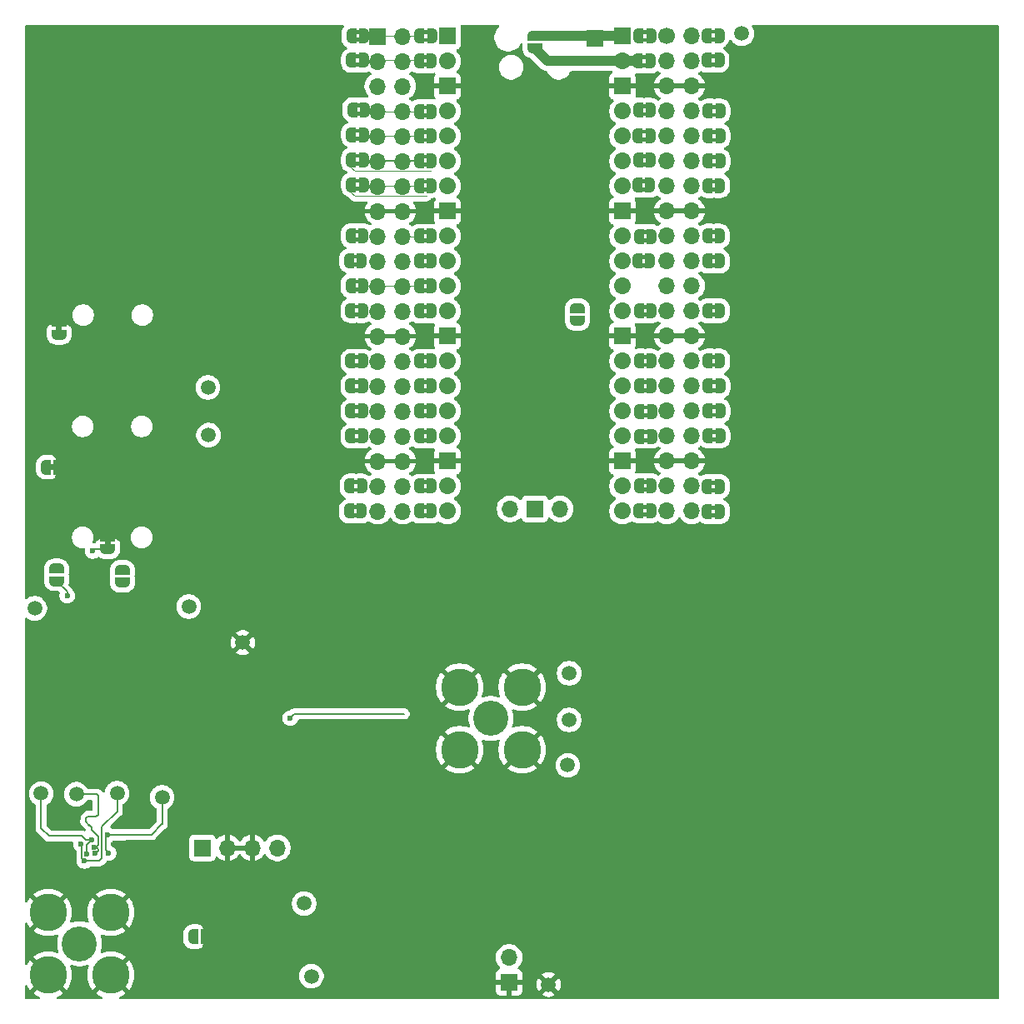
<source format=gbr>
%TF.GenerationSoftware,KiCad,Pcbnew,9.0.7-9.0.7~ubuntu24.04.1*%
%TF.CreationDate,2026-02-02T10:07:16-08:00*%
%TF.ProjectId,Frohne,46726f68-6e65-42e6-9b69-6361645f7063,rev?*%
%TF.SameCoordinates,Original*%
%TF.FileFunction,Copper,L4,Bot*%
%TF.FilePolarity,Positive*%
%FSLAX46Y46*%
G04 Gerber Fmt 4.6, Leading zero omitted, Abs format (unit mm)*
G04 Created by KiCad (PCBNEW 9.0.7-9.0.7~ubuntu24.04.1) date 2026-02-02 10:07:16*
%MOMM*%
%LPD*%
G01*
G04 APERTURE LIST*
G04 Aperture macros list*
%AMRoundRect*
0 Rectangle with rounded corners*
0 $1 Rounding radius*
0 $2 $3 $4 $5 $6 $7 $8 $9 X,Y pos of 4 corners*
0 Add a 4 corners polygon primitive as box body*
4,1,4,$2,$3,$4,$5,$6,$7,$8,$9,$2,$3,0*
0 Add four circle primitives for the rounded corners*
1,1,$1+$1,$2,$3*
1,1,$1+$1,$4,$5*
1,1,$1+$1,$6,$7*
1,1,$1+$1,$8,$9*
0 Add four rect primitives between the rounded corners*
20,1,$1+$1,$2,$3,$4,$5,0*
20,1,$1+$1,$4,$5,$6,$7,0*
20,1,$1+$1,$6,$7,$8,$9,0*
20,1,$1+$1,$8,$9,$2,$3,0*%
%AMFreePoly0*
4,1,23,0.500000,-0.750000,0.000000,-0.750000,0.000000,-0.745722,-0.065263,-0.745722,-0.191342,-0.711940,-0.304381,-0.646677,-0.396677,-0.554381,-0.461940,-0.441342,-0.495722,-0.315263,-0.495722,-0.250000,-0.500000,-0.250000,-0.500000,0.250000,-0.495722,0.250000,-0.495722,0.315263,-0.461940,0.441342,-0.396677,0.554381,-0.304381,0.646677,-0.191342,0.711940,-0.065263,0.745722,0.000000,0.745722,
0.000000,0.750000,0.500000,0.750000,0.500000,-0.750000,0.500000,-0.750000,$1*%
%AMFreePoly1*
4,1,23,0.000000,0.745722,0.065263,0.745722,0.191342,0.711940,0.304381,0.646677,0.396677,0.554381,0.461940,0.441342,0.495722,0.315263,0.495722,0.250000,0.500000,0.250000,0.500000,-0.250000,0.495722,-0.250000,0.495722,-0.315263,0.461940,-0.441342,0.396677,-0.554381,0.304381,-0.646677,0.191342,-0.711940,0.065263,-0.745722,0.000000,-0.745722,0.000000,-0.750000,-0.500000,-0.750000,
-0.500000,0.750000,0.000000,0.750000,0.000000,0.745722,0.000000,0.745722,$1*%
G04 Aperture macros list end*
%TA.AperFunction,EtchedComponent*%
%ADD10C,0.000000*%
%TD*%
%TA.AperFunction,ComponentPad*%
%ADD11C,0.500000*%
%TD*%
%TA.AperFunction,SMDPad,CuDef*%
%ADD12RoundRect,0.500000X2.000000X-2.000000X2.000000X2.000000X-2.000000X2.000000X-2.000000X-2.000000X0*%
%TD*%
%TA.AperFunction,ComponentPad*%
%ADD13C,1.500000*%
%TD*%
%TA.AperFunction,ComponentPad*%
%ADD14C,3.556000*%
%TD*%
%TA.AperFunction,ComponentPad*%
%ADD15C,3.810000*%
%TD*%
%TA.AperFunction,ComponentPad*%
%ADD16R,1.700000X1.700000*%
%TD*%
%TA.AperFunction,ComponentPad*%
%ADD17O,1.700000X1.700000*%
%TD*%
%TA.AperFunction,ComponentPad*%
%ADD18C,1.700000*%
%TD*%
%TA.AperFunction,SMDPad,CuDef*%
%ADD19FreePoly0,180.000000*%
%TD*%
%TA.AperFunction,SMDPad,CuDef*%
%ADD20FreePoly1,180.000000*%
%TD*%
%TA.AperFunction,SMDPad,CuDef*%
%ADD21FreePoly0,270.000000*%
%TD*%
%TA.AperFunction,SMDPad,CuDef*%
%ADD22FreePoly1,270.000000*%
%TD*%
%TA.AperFunction,SMDPad,CuDef*%
%ADD23FreePoly0,90.000000*%
%TD*%
%TA.AperFunction,SMDPad,CuDef*%
%ADD24FreePoly1,90.000000*%
%TD*%
%TA.AperFunction,ViaPad*%
%ADD25C,0.600000*%
%TD*%
%TA.AperFunction,Conductor*%
%ADD26C,1.000000*%
%TD*%
%TA.AperFunction,Conductor*%
%ADD27C,0.100000*%
%TD*%
%TA.AperFunction,Conductor*%
%ADD28C,0.127000*%
%TD*%
G04 APERTURE END LIST*
D10*
%TA.AperFunction,EtchedComponent*%
%TO.C,JP45*%
G36*
X164720000Y-67960000D02*
G01*
X164220000Y-67960000D01*
X164220000Y-67560000D01*
X164720000Y-67560000D01*
X164720000Y-67960000D01*
G37*
%TD.AperFunction*%
%TA.AperFunction,EtchedComponent*%
G36*
X164720000Y-68760000D02*
G01*
X164220000Y-68760000D01*
X164220000Y-68360000D01*
X164720000Y-68360000D01*
X164720000Y-68760000D01*
G37*
%TD.AperFunction*%
%TA.AperFunction,EtchedComponent*%
%TO.C,JP33*%
G36*
X171660000Y-78160000D02*
G01*
X171160000Y-78160000D01*
X171160000Y-77760000D01*
X171660000Y-77760000D01*
X171660000Y-78160000D01*
G37*
%TD.AperFunction*%
%TA.AperFunction,EtchedComponent*%
G36*
X171660000Y-78960000D02*
G01*
X171160000Y-78960000D01*
X171160000Y-78560000D01*
X171660000Y-78560000D01*
X171660000Y-78960000D01*
G37*
%TD.AperFunction*%
%TA.AperFunction,EtchedComponent*%
%TO.C,JP56*%
G36*
X142390000Y-47590000D02*
G01*
X141890000Y-47590000D01*
X141890000Y-47190000D01*
X142390000Y-47190000D01*
X142390000Y-47590000D01*
G37*
%TD.AperFunction*%
%TA.AperFunction,EtchedComponent*%
G36*
X142390000Y-48390000D02*
G01*
X141890000Y-48390000D01*
X141890000Y-47990000D01*
X142390000Y-47990000D01*
X142390000Y-48390000D01*
G37*
%TD.AperFunction*%
%TA.AperFunction,EtchedComponent*%
%TO.C,JP78*%
G36*
X135420000Y-65420000D02*
G01*
X134920000Y-65420000D01*
X134920000Y-65020000D01*
X135420000Y-65020000D01*
X135420000Y-65420000D01*
G37*
%TD.AperFunction*%
%TA.AperFunction,EtchedComponent*%
G36*
X135420000Y-66220000D02*
G01*
X134920000Y-66220000D01*
X134920000Y-65820000D01*
X135420000Y-65820000D01*
X135420000Y-66220000D01*
G37*
%TD.AperFunction*%
%TA.AperFunction,EtchedComponent*%
%TO.C,e3*%
G36*
X105230000Y-62530000D02*
G01*
X104630000Y-62530000D01*
X104630000Y-62030000D01*
X105230000Y-62030000D01*
X105230000Y-62530000D01*
G37*
%TD.AperFunction*%
%TA.AperFunction,EtchedComponent*%
%TO.C,JP58*%
G36*
X142410000Y-55260000D02*
G01*
X141910000Y-55260000D01*
X141910000Y-54860000D01*
X142410000Y-54860000D01*
X142410000Y-55260000D01*
G37*
%TD.AperFunction*%
%TA.AperFunction,EtchedComponent*%
G36*
X142410000Y-56060000D02*
G01*
X141910000Y-56060000D01*
X141910000Y-55660000D01*
X142410000Y-55660000D01*
X142410000Y-56060000D01*
G37*
%TD.AperFunction*%
%TA.AperFunction,EtchedComponent*%
%TO.C,JP77*%
G36*
X135420000Y-60280000D02*
G01*
X134920000Y-60280000D01*
X134920000Y-59880000D01*
X135420000Y-59880000D01*
X135420000Y-60280000D01*
G37*
%TD.AperFunction*%
%TA.AperFunction,EtchedComponent*%
G36*
X135420000Y-61080000D02*
G01*
X134920000Y-61080000D01*
X134920000Y-60680000D01*
X135420000Y-60680000D01*
X135420000Y-61080000D01*
G37*
%TD.AperFunction*%
%TA.AperFunction,EtchedComponent*%
%TO.C,JP74*%
G36*
X135460000Y-52660000D02*
G01*
X134960000Y-52660000D01*
X134960000Y-52260000D01*
X135460000Y-52260000D01*
X135460000Y-52660000D01*
G37*
%TD.AperFunction*%
%TA.AperFunction,EtchedComponent*%
G36*
X135460000Y-53460000D02*
G01*
X134960000Y-53460000D01*
X134960000Y-53060000D01*
X135460000Y-53060000D01*
X135460000Y-53460000D01*
G37*
%TD.AperFunction*%
%TA.AperFunction,EtchedComponent*%
%TO.C,JP25*%
G36*
X171710000Y-47585000D02*
G01*
X171210000Y-47585000D01*
X171210000Y-47185000D01*
X171710000Y-47185000D01*
X171710000Y-47585000D01*
G37*
%TD.AperFunction*%
%TA.AperFunction,EtchedComponent*%
G36*
X171710000Y-48385000D02*
G01*
X171210000Y-48385000D01*
X171210000Y-47985000D01*
X171710000Y-47985000D01*
X171710000Y-48385000D01*
G37*
%TD.AperFunction*%
%TA.AperFunction,EtchedComponent*%
%TO.C,JP66*%
G36*
X142410000Y-80660000D02*
G01*
X141910000Y-80660000D01*
X141910000Y-80260000D01*
X142410000Y-80260000D01*
X142410000Y-80660000D01*
G37*
%TD.AperFunction*%
%TA.AperFunction,EtchedComponent*%
G36*
X142410000Y-81460000D02*
G01*
X141910000Y-81460000D01*
X141910000Y-81060000D01*
X142410000Y-81060000D01*
X142410000Y-81460000D01*
G37*
%TD.AperFunction*%
%TA.AperFunction,EtchedComponent*%
%TO.C,JP79*%
G36*
X135420000Y-67960000D02*
G01*
X134920000Y-67960000D01*
X134920000Y-67560000D01*
X135420000Y-67560000D01*
X135420000Y-67960000D01*
G37*
%TD.AperFunction*%
%TA.AperFunction,EtchedComponent*%
G36*
X135420000Y-68760000D02*
G01*
X134920000Y-68760000D01*
X134920000Y-68360000D01*
X135420000Y-68360000D01*
X135420000Y-68760000D01*
G37*
%TD.AperFunction*%
%TA.AperFunction,EtchedComponent*%
%TO.C,JP71*%
G36*
X135485000Y-42410000D02*
G01*
X134985000Y-42410000D01*
X134985000Y-42010000D01*
X135485000Y-42010000D01*
X135485000Y-42410000D01*
G37*
%TD.AperFunction*%
%TA.AperFunction,EtchedComponent*%
G36*
X135485000Y-43210000D02*
G01*
X134985000Y-43210000D01*
X134985000Y-42810000D01*
X135485000Y-42810000D01*
X135485000Y-43210000D01*
G37*
%TD.AperFunction*%
%TA.AperFunction,EtchedComponent*%
%TO.C,JP76*%
G36*
X135430000Y-57740000D02*
G01*
X134930000Y-57740000D01*
X134930000Y-57340000D01*
X135430000Y-57340000D01*
X135430000Y-57740000D01*
G37*
%TD.AperFunction*%
%TA.AperFunction,EtchedComponent*%
G36*
X135430000Y-58540000D02*
G01*
X134930000Y-58540000D01*
X134930000Y-58140000D01*
X135430000Y-58140000D01*
X135430000Y-58540000D01*
G37*
%TD.AperFunction*%
%TA.AperFunction,EtchedComponent*%
%TO.C,e5*%
G36*
X110170000Y-84320000D02*
G01*
X109570000Y-84320000D01*
X109570000Y-83820000D01*
X110170000Y-83820000D01*
X110170000Y-84320000D01*
G37*
%TD.AperFunction*%
%TA.AperFunction,EtchedComponent*%
%TO.C,JP31*%
G36*
X171735000Y-70485000D02*
G01*
X171235000Y-70485000D01*
X171235000Y-70085000D01*
X171735000Y-70085000D01*
X171735000Y-70485000D01*
G37*
%TD.AperFunction*%
%TA.AperFunction,EtchedComponent*%
G36*
X171735000Y-71285000D02*
G01*
X171235000Y-71285000D01*
X171235000Y-70885000D01*
X171735000Y-70885000D01*
X171735000Y-71285000D01*
G37*
%TD.AperFunction*%
%TA.AperFunction,EtchedComponent*%
%TO.C,JP83*%
G36*
X135260000Y-80660000D02*
G01*
X134760000Y-80660000D01*
X134760000Y-80260000D01*
X135260000Y-80260000D01*
X135260000Y-80660000D01*
G37*
%TD.AperFunction*%
%TA.AperFunction,EtchedComponent*%
G36*
X135260000Y-81460000D02*
G01*
X134760000Y-81460000D01*
X134760000Y-81060000D01*
X135260000Y-81060000D01*
X135260000Y-81460000D01*
G37*
%TD.AperFunction*%
%TA.AperFunction,EtchedComponent*%
%TO.C,JP44*%
G36*
X164720000Y-65410000D02*
G01*
X164220000Y-65410000D01*
X164220000Y-65010000D01*
X164720000Y-65010000D01*
X164720000Y-65410000D01*
G37*
%TD.AperFunction*%
%TA.AperFunction,EtchedComponent*%
G36*
X164720000Y-66210000D02*
G01*
X164220000Y-66210000D01*
X164220000Y-65810000D01*
X164720000Y-65810000D01*
X164720000Y-66210000D01*
G37*
%TD.AperFunction*%
%TA.AperFunction,EtchedComponent*%
%TO.C,JP27*%
G36*
X171685000Y-55260000D02*
G01*
X171185000Y-55260000D01*
X171185000Y-54860000D01*
X171685000Y-54860000D01*
X171685000Y-55260000D01*
G37*
%TD.AperFunction*%
%TA.AperFunction,EtchedComponent*%
G36*
X171685000Y-56060000D02*
G01*
X171185000Y-56060000D01*
X171185000Y-55660000D01*
X171685000Y-55660000D01*
X171685000Y-56060000D01*
G37*
%TD.AperFunction*%
%TA.AperFunction,EtchedComponent*%
%TO.C,JP70*%
G36*
X135610000Y-39860000D02*
G01*
X135110000Y-39860000D01*
X135110000Y-39460000D01*
X135610000Y-39460000D01*
X135610000Y-39860000D01*
G37*
%TD.AperFunction*%
%TA.AperFunction,EtchedComponent*%
G36*
X135610000Y-40660000D02*
G01*
X135110000Y-40660000D01*
X135110000Y-40260000D01*
X135610000Y-40260000D01*
X135610000Y-40660000D01*
G37*
%TD.AperFunction*%
%TA.AperFunction,EtchedComponent*%
%TO.C,JP57*%
G36*
X142410000Y-52720000D02*
G01*
X141910000Y-52720000D01*
X141910000Y-52320000D01*
X142410000Y-52320000D01*
X142410000Y-52720000D01*
G37*
%TD.AperFunction*%
%TA.AperFunction,EtchedComponent*%
G36*
X142410000Y-53520000D02*
G01*
X141910000Y-53520000D01*
X141910000Y-53120000D01*
X142410000Y-53120000D01*
X142410000Y-53520000D01*
G37*
%TD.AperFunction*%
%TA.AperFunction,EtchedComponent*%
%TO.C,JP63*%
G36*
X142410000Y-70500000D02*
G01*
X141910000Y-70500000D01*
X141910000Y-70100000D01*
X142410000Y-70100000D01*
X142410000Y-70500000D01*
G37*
%TD.AperFunction*%
%TA.AperFunction,EtchedComponent*%
G36*
X142410000Y-71300000D02*
G01*
X141910000Y-71300000D01*
X141910000Y-70900000D01*
X142410000Y-70900000D01*
X142410000Y-71300000D01*
G37*
%TD.AperFunction*%
%TA.AperFunction,EtchedComponent*%
%TO.C,JP73*%
G36*
X135485000Y-47485000D02*
G01*
X134985000Y-47485000D01*
X134985000Y-47085000D01*
X135485000Y-47085000D01*
X135485000Y-47485000D01*
G37*
%TD.AperFunction*%
%TA.AperFunction,EtchedComponent*%
G36*
X135485000Y-48285000D02*
G01*
X134985000Y-48285000D01*
X134985000Y-47885000D01*
X135485000Y-47885000D01*
X135485000Y-48285000D01*
G37*
%TD.AperFunction*%
%TA.AperFunction,EtchedComponent*%
%TO.C,JP55*%
G36*
X142400000Y-45050000D02*
G01*
X141900000Y-45050000D01*
X141900000Y-44650000D01*
X142400000Y-44650000D01*
X142400000Y-45050000D01*
G37*
%TD.AperFunction*%
%TA.AperFunction,EtchedComponent*%
G36*
X142400000Y-45850000D02*
G01*
X141900000Y-45850000D01*
X141900000Y-45450000D01*
X142400000Y-45450000D01*
X142400000Y-45850000D01*
G37*
%TD.AperFunction*%
%TA.AperFunction,EtchedComponent*%
%TO.C,JP41*%
G36*
X164720000Y-52730000D02*
G01*
X164220000Y-52730000D01*
X164220000Y-52330000D01*
X164720000Y-52330000D01*
X164720000Y-52730000D01*
G37*
%TD.AperFunction*%
%TA.AperFunction,EtchedComponent*%
G36*
X164720000Y-53530000D02*
G01*
X164220000Y-53530000D01*
X164220000Y-53130000D01*
X164720000Y-53130000D01*
X164720000Y-53530000D01*
G37*
%TD.AperFunction*%
%TA.AperFunction,EtchedComponent*%
%TO.C,JP80*%
G36*
X135420000Y-70500000D02*
G01*
X134920000Y-70500000D01*
X134920000Y-70100000D01*
X135420000Y-70100000D01*
X135420000Y-70500000D01*
G37*
%TD.AperFunction*%
%TA.AperFunction,EtchedComponent*%
G36*
X135420000Y-71300000D02*
G01*
X134920000Y-71300000D01*
X134920000Y-70900000D01*
X135420000Y-70900000D01*
X135420000Y-71300000D01*
G37*
%TD.AperFunction*%
%TA.AperFunction,EtchedComponent*%
%TO.C,JP43*%
G36*
X164720000Y-60310000D02*
G01*
X164220000Y-60310000D01*
X164220000Y-59910000D01*
X164720000Y-59910000D01*
X164720000Y-60310000D01*
G37*
%TD.AperFunction*%
%TA.AperFunction,EtchedComponent*%
G36*
X164720000Y-61110000D02*
G01*
X164220000Y-61110000D01*
X164220000Y-60710000D01*
X164720000Y-60710000D01*
X164720000Y-61110000D01*
G37*
%TD.AperFunction*%
%TA.AperFunction,EtchedComponent*%
%TO.C,JP39*%
G36*
X164640000Y-45020000D02*
G01*
X164140000Y-45020000D01*
X164140000Y-44620000D01*
X164640000Y-44620000D01*
X164640000Y-45020000D01*
G37*
%TD.AperFunction*%
%TA.AperFunction,EtchedComponent*%
G36*
X164640000Y-45820000D02*
G01*
X164140000Y-45820000D01*
X164140000Y-45420000D01*
X164640000Y-45420000D01*
X164640000Y-45820000D01*
G37*
%TD.AperFunction*%
%TA.AperFunction,EtchedComponent*%
%TO.C,JP26*%
G36*
X171685000Y-52710000D02*
G01*
X171185000Y-52710000D01*
X171185000Y-52310000D01*
X171685000Y-52310000D01*
X171685000Y-52710000D01*
G37*
%TD.AperFunction*%
%TA.AperFunction,EtchedComponent*%
G36*
X171685000Y-53510000D02*
G01*
X171185000Y-53510000D01*
X171185000Y-53110000D01*
X171685000Y-53110000D01*
X171685000Y-53510000D01*
G37*
%TD.AperFunction*%
%TA.AperFunction,EtchedComponent*%
%TO.C,JP67*%
G36*
X135510000Y-32360000D02*
G01*
X135010000Y-32360000D01*
X135010000Y-31960000D01*
X135510000Y-31960000D01*
X135510000Y-32360000D01*
G37*
%TD.AperFunction*%
%TA.AperFunction,EtchedComponent*%
G36*
X135510000Y-33160000D02*
G01*
X135010000Y-33160000D01*
X135010000Y-32760000D01*
X135510000Y-32760000D01*
X135510000Y-33160000D01*
G37*
%TD.AperFunction*%
%TA.AperFunction,EtchedComponent*%
%TO.C,JP29*%
G36*
X171710000Y-65410000D02*
G01*
X171210000Y-65410000D01*
X171210000Y-65010000D01*
X171710000Y-65010000D01*
X171710000Y-65410000D01*
G37*
%TD.AperFunction*%
%TA.AperFunction,EtchedComponent*%
G36*
X171710000Y-66210000D02*
G01*
X171210000Y-66210000D01*
X171210000Y-65810000D01*
X171710000Y-65810000D01*
X171710000Y-66210000D01*
G37*
%TD.AperFunction*%
%TA.AperFunction,EtchedComponent*%
%TO.C,JP34*%
G36*
X171660000Y-80710000D02*
G01*
X171160000Y-80710000D01*
X171160000Y-80310000D01*
X171660000Y-80310000D01*
X171660000Y-80710000D01*
G37*
%TD.AperFunction*%
%TA.AperFunction,EtchedComponent*%
G36*
X171660000Y-81510000D02*
G01*
X171160000Y-81510000D01*
X171160000Y-81110000D01*
X171660000Y-81110000D01*
X171660000Y-81510000D01*
G37*
%TD.AperFunction*%
%TA.AperFunction,EtchedComponent*%
%TO.C,JP49*%
G36*
X164690000Y-80620000D02*
G01*
X164190000Y-80620000D01*
X164190000Y-80220000D01*
X164690000Y-80220000D01*
X164690000Y-80620000D01*
G37*
%TD.AperFunction*%
%TA.AperFunction,EtchedComponent*%
G36*
X164690000Y-81420000D02*
G01*
X164190000Y-81420000D01*
X164190000Y-81020000D01*
X164690000Y-81020000D01*
X164690000Y-81420000D01*
G37*
%TD.AperFunction*%
%TA.AperFunction,EtchedComponent*%
%TO.C,JP36*%
G36*
X164620000Y-34940000D02*
G01*
X164120000Y-34940000D01*
X164120000Y-34540000D01*
X164620000Y-34540000D01*
X164620000Y-34940000D01*
G37*
%TD.AperFunction*%
%TA.AperFunction,EtchedComponent*%
G36*
X164620000Y-35740000D02*
G01*
X164120000Y-35740000D01*
X164120000Y-35340000D01*
X164620000Y-35340000D01*
X164620000Y-35740000D01*
G37*
%TD.AperFunction*%
%TA.AperFunction,EtchedComponent*%
%TO.C,JP40*%
G36*
X164600000Y-47560000D02*
G01*
X164100000Y-47560000D01*
X164100000Y-47160000D01*
X164600000Y-47160000D01*
X164600000Y-47560000D01*
G37*
%TD.AperFunction*%
%TA.AperFunction,EtchedComponent*%
G36*
X164600000Y-48360000D02*
G01*
X164100000Y-48360000D01*
X164100000Y-47960000D01*
X164600000Y-47960000D01*
X164600000Y-48360000D01*
G37*
%TD.AperFunction*%
%TA.AperFunction,EtchedComponent*%
%TO.C,JP65*%
G36*
X142410000Y-78120000D02*
G01*
X141910000Y-78120000D01*
X141910000Y-77720000D01*
X142410000Y-77720000D01*
X142410000Y-78120000D01*
G37*
%TD.AperFunction*%
%TA.AperFunction,EtchedComponent*%
G36*
X142410000Y-78920000D02*
G01*
X141910000Y-78920000D01*
X141910000Y-78520000D01*
X142410000Y-78520000D01*
X142410000Y-78920000D01*
G37*
%TD.AperFunction*%
%TA.AperFunction,EtchedComponent*%
%TO.C,JP28*%
G36*
X171685000Y-60310000D02*
G01*
X171185000Y-60310000D01*
X171185000Y-59910000D01*
X171685000Y-59910000D01*
X171685000Y-60310000D01*
G37*
%TD.AperFunction*%
%TA.AperFunction,EtchedComponent*%
G36*
X171685000Y-61110000D02*
G01*
X171185000Y-61110000D01*
X171185000Y-60710000D01*
X171685000Y-60710000D01*
X171685000Y-61110000D01*
G37*
%TD.AperFunction*%
%TA.AperFunction,EtchedComponent*%
%TO.C,JP68*%
G36*
X135485000Y-34860000D02*
G01*
X134985000Y-34860000D01*
X134985000Y-34460000D01*
X135485000Y-34460000D01*
X135485000Y-34860000D01*
G37*
%TD.AperFunction*%
%TA.AperFunction,EtchedComponent*%
G36*
X135485000Y-35660000D02*
G01*
X134985000Y-35660000D01*
X134985000Y-35260000D01*
X135485000Y-35260000D01*
X135485000Y-35660000D01*
G37*
%TD.AperFunction*%
%TA.AperFunction,EtchedComponent*%
%TO.C,JP32*%
G36*
X171735000Y-73010000D02*
G01*
X171235000Y-73010000D01*
X171235000Y-72610000D01*
X171735000Y-72610000D01*
X171735000Y-73010000D01*
G37*
%TD.AperFunction*%
%TA.AperFunction,EtchedComponent*%
G36*
X171735000Y-73810000D02*
G01*
X171235000Y-73810000D01*
X171235000Y-73410000D01*
X171735000Y-73410000D01*
X171735000Y-73810000D01*
G37*
%TD.AperFunction*%
%TA.AperFunction,EtchedComponent*%
%TO.C,JP30*%
G36*
X171735000Y-67960000D02*
G01*
X171235000Y-67960000D01*
X171235000Y-67560000D01*
X171735000Y-67560000D01*
X171735000Y-67960000D01*
G37*
%TD.AperFunction*%
%TA.AperFunction,EtchedComponent*%
G36*
X171735000Y-68760000D02*
G01*
X171235000Y-68760000D01*
X171235000Y-68360000D01*
X171735000Y-68360000D01*
X171735000Y-68760000D01*
G37*
%TD.AperFunction*%
%TA.AperFunction,EtchedComponent*%
%TO.C,JP42*%
G36*
X164590000Y-55260000D02*
G01*
X164090000Y-55260000D01*
X164090000Y-54860000D01*
X164590000Y-54860000D01*
X164590000Y-55260000D01*
G37*
%TD.AperFunction*%
%TA.AperFunction,EtchedComponent*%
G36*
X164590000Y-56060000D02*
G01*
X164090000Y-56060000D01*
X164090000Y-55660000D01*
X164590000Y-55660000D01*
X164590000Y-56060000D01*
G37*
%TD.AperFunction*%
%TA.AperFunction,EtchedComponent*%
%TO.C,JP54*%
G36*
X142380000Y-42550000D02*
G01*
X141880000Y-42550000D01*
X141880000Y-42150000D01*
X142380000Y-42150000D01*
X142380000Y-42550000D01*
G37*
%TD.AperFunction*%
%TA.AperFunction,EtchedComponent*%
G36*
X142380000Y-43350000D02*
G01*
X141880000Y-43350000D01*
X141880000Y-42950000D01*
X142380000Y-42950000D01*
X142380000Y-43350000D01*
G37*
%TD.AperFunction*%
%TA.AperFunction,EtchedComponent*%
%TO.C,JP51*%
G36*
X142440000Y-32390000D02*
G01*
X141940000Y-32390000D01*
X141940000Y-31990000D01*
X142440000Y-31990000D01*
X142440000Y-32390000D01*
G37*
%TD.AperFunction*%
%TA.AperFunction,EtchedComponent*%
G36*
X142440000Y-33190000D02*
G01*
X141940000Y-33190000D01*
X141940000Y-32790000D01*
X142440000Y-32790000D01*
X142440000Y-33190000D01*
G37*
%TD.AperFunction*%
%TA.AperFunction,EtchedComponent*%
%TO.C,JP62*%
G36*
X142410000Y-67960000D02*
G01*
X141910000Y-67960000D01*
X141910000Y-67560000D01*
X142410000Y-67560000D01*
X142410000Y-67960000D01*
G37*
%TD.AperFunction*%
%TA.AperFunction,EtchedComponent*%
G36*
X142410000Y-68760000D02*
G01*
X141910000Y-68760000D01*
X141910000Y-68360000D01*
X142410000Y-68360000D01*
X142410000Y-68760000D01*
G37*
%TD.AperFunction*%
%TA.AperFunction,EtchedComponent*%
%TO.C,JP53*%
G36*
X142380000Y-40050000D02*
G01*
X141880000Y-40050000D01*
X141880000Y-39650000D01*
X142380000Y-39650000D01*
X142380000Y-40050000D01*
G37*
%TD.AperFunction*%
%TA.AperFunction,EtchedComponent*%
G36*
X142380000Y-40850000D02*
G01*
X141880000Y-40850000D01*
X141880000Y-40450000D01*
X142380000Y-40450000D01*
X142380000Y-40850000D01*
G37*
%TD.AperFunction*%
%TA.AperFunction,EtchedComponent*%
%TO.C,JP60*%
G36*
X142410000Y-60340000D02*
G01*
X141910000Y-60340000D01*
X141910000Y-59940000D01*
X142410000Y-59940000D01*
X142410000Y-60340000D01*
G37*
%TD.AperFunction*%
%TA.AperFunction,EtchedComponent*%
G36*
X142410000Y-61140000D02*
G01*
X141910000Y-61140000D01*
X141910000Y-60740000D01*
X142410000Y-60740000D01*
X142410000Y-61140000D01*
G37*
%TD.AperFunction*%
%TA.AperFunction,EtchedComponent*%
%TO.C,JP47*%
G36*
X164780000Y-73050000D02*
G01*
X164280000Y-73050000D01*
X164280000Y-72650000D01*
X164780000Y-72650000D01*
X164780000Y-73050000D01*
G37*
%TD.AperFunction*%
%TA.AperFunction,EtchedComponent*%
G36*
X164780000Y-73850000D02*
G01*
X164280000Y-73850000D01*
X164280000Y-73450000D01*
X164780000Y-73450000D01*
X164780000Y-73850000D01*
G37*
%TD.AperFunction*%
%TA.AperFunction,EtchedComponent*%
%TO.C,JP72*%
G36*
X135485000Y-44960000D02*
G01*
X134985000Y-44960000D01*
X134985000Y-44560000D01*
X135485000Y-44560000D01*
X135485000Y-44960000D01*
G37*
%TD.AperFunction*%
%TA.AperFunction,EtchedComponent*%
G36*
X135485000Y-45760000D02*
G01*
X134985000Y-45760000D01*
X134985000Y-45360000D01*
X135485000Y-45360000D01*
X135485000Y-45760000D01*
G37*
%TD.AperFunction*%
%TA.AperFunction,EtchedComponent*%
%TO.C,JP38*%
G36*
X164610000Y-42510000D02*
G01*
X164110000Y-42510000D01*
X164110000Y-42110000D01*
X164610000Y-42110000D01*
X164610000Y-42510000D01*
G37*
%TD.AperFunction*%
%TA.AperFunction,EtchedComponent*%
G36*
X164610000Y-43310000D02*
G01*
X164110000Y-43310000D01*
X164110000Y-42910000D01*
X164610000Y-42910000D01*
X164610000Y-43310000D01*
G37*
%TD.AperFunction*%
%TA.AperFunction,EtchedComponent*%
%TO.C,JP46*%
G36*
X164780000Y-70520000D02*
G01*
X164280000Y-70520000D01*
X164280000Y-70120000D01*
X164780000Y-70120000D01*
X164780000Y-70520000D01*
G37*
%TD.AperFunction*%
%TA.AperFunction,EtchedComponent*%
G36*
X164780000Y-71320000D02*
G01*
X164280000Y-71320000D01*
X164280000Y-70920000D01*
X164780000Y-70920000D01*
X164780000Y-71320000D01*
G37*
%TD.AperFunction*%
%TA.AperFunction,EtchedComponent*%
%TO.C,JP61*%
G36*
X142410000Y-65420000D02*
G01*
X141910000Y-65420000D01*
X141910000Y-65020000D01*
X142410000Y-65020000D01*
X142410000Y-65420000D01*
G37*
%TD.AperFunction*%
%TA.AperFunction,EtchedComponent*%
G36*
X142410000Y-66220000D02*
G01*
X141910000Y-66220000D01*
X141910000Y-65820000D01*
X142410000Y-65820000D01*
X142410000Y-66220000D01*
G37*
%TD.AperFunction*%
%TA.AperFunction,EtchedComponent*%
%TO.C,JP81*%
G36*
X135420000Y-73040000D02*
G01*
X134920000Y-73040000D01*
X134920000Y-72640000D01*
X135420000Y-72640000D01*
X135420000Y-73040000D01*
G37*
%TD.AperFunction*%
%TA.AperFunction,EtchedComponent*%
G36*
X135420000Y-73840000D02*
G01*
X134920000Y-73840000D01*
X134920000Y-73440000D01*
X135420000Y-73440000D01*
X135420000Y-73840000D01*
G37*
%TD.AperFunction*%
%TA.AperFunction,EtchedComponent*%
%TO.C,JP64*%
G36*
X142410000Y-73040000D02*
G01*
X141910000Y-73040000D01*
X141910000Y-72640000D01*
X142410000Y-72640000D01*
X142410000Y-73040000D01*
G37*
%TD.AperFunction*%
%TA.AperFunction,EtchedComponent*%
G36*
X142410000Y-73840000D02*
G01*
X141910000Y-73840000D01*
X141910000Y-73440000D01*
X142410000Y-73440000D01*
X142410000Y-73840000D01*
G37*
%TD.AperFunction*%
%TA.AperFunction,EtchedComponent*%
%TO.C,JP48*%
G36*
X164730000Y-78080000D02*
G01*
X164230000Y-78080000D01*
X164230000Y-77680000D01*
X164730000Y-77680000D01*
X164730000Y-78080000D01*
G37*
%TD.AperFunction*%
%TA.AperFunction,EtchedComponent*%
G36*
X164730000Y-78880000D02*
G01*
X164230000Y-78880000D01*
X164230000Y-78480000D01*
X164730000Y-78480000D01*
X164730000Y-78880000D01*
G37*
%TD.AperFunction*%
%TA.AperFunction,EtchedComponent*%
%TO.C,JP75*%
G36*
X135310000Y-55210000D02*
G01*
X134810000Y-55210000D01*
X134810000Y-54810000D01*
X135310000Y-54810000D01*
X135310000Y-55210000D01*
G37*
%TD.AperFunction*%
%TA.AperFunction,EtchedComponent*%
G36*
X135310000Y-56010000D02*
G01*
X134810000Y-56010000D01*
X134810000Y-55610000D01*
X135310000Y-55610000D01*
X135310000Y-56010000D01*
G37*
%TD.AperFunction*%
%TA.AperFunction,EtchedComponent*%
%TO.C,JP24*%
G36*
X171735000Y-45085000D02*
G01*
X171235000Y-45085000D01*
X171235000Y-44685000D01*
X171735000Y-44685000D01*
X171735000Y-45085000D01*
G37*
%TD.AperFunction*%
%TA.AperFunction,EtchedComponent*%
G36*
X171735000Y-45885000D02*
G01*
X171235000Y-45885000D01*
X171235000Y-45485000D01*
X171735000Y-45485000D01*
X171735000Y-45885000D01*
G37*
%TD.AperFunction*%
%TA.AperFunction,EtchedComponent*%
%TO.C,JP52*%
G36*
X142380000Y-34900000D02*
G01*
X141880000Y-34900000D01*
X141880000Y-34500000D01*
X142380000Y-34500000D01*
X142380000Y-34900000D01*
G37*
%TD.AperFunction*%
%TA.AperFunction,EtchedComponent*%
G36*
X142380000Y-35700000D02*
G01*
X141880000Y-35700000D01*
X141880000Y-35300000D01*
X142380000Y-35300000D01*
X142380000Y-35700000D01*
G37*
%TD.AperFunction*%
%TA.AperFunction,EtchedComponent*%
%TO.C,JP23*%
G36*
X171735000Y-42535000D02*
G01*
X171235000Y-42535000D01*
X171235000Y-42135000D01*
X171735000Y-42135000D01*
X171735000Y-42535000D01*
G37*
%TD.AperFunction*%
%TA.AperFunction,EtchedComponent*%
G36*
X171735000Y-43335000D02*
G01*
X171235000Y-43335000D01*
X171235000Y-42935000D01*
X171735000Y-42935000D01*
X171735000Y-43335000D01*
G37*
%TD.AperFunction*%
%TA.AperFunction,EtchedComponent*%
%TO.C,JP22*%
G36*
X171735000Y-40010000D02*
G01*
X171235000Y-40010000D01*
X171235000Y-39610000D01*
X171735000Y-39610000D01*
X171735000Y-40010000D01*
G37*
%TD.AperFunction*%
%TA.AperFunction,EtchedComponent*%
G36*
X171735000Y-40810000D02*
G01*
X171235000Y-40810000D01*
X171235000Y-40410000D01*
X171735000Y-40410000D01*
X171735000Y-40810000D01*
G37*
%TD.AperFunction*%
%TA.AperFunction,EtchedComponent*%
%TO.C,JP59*%
G36*
X142410000Y-57800000D02*
G01*
X141910000Y-57800000D01*
X141910000Y-57400000D01*
X142410000Y-57400000D01*
X142410000Y-57800000D01*
G37*
%TD.AperFunction*%
%TA.AperFunction,EtchedComponent*%
G36*
X142410000Y-58600000D02*
G01*
X141910000Y-58600000D01*
X141910000Y-58200000D01*
X142410000Y-58200000D01*
X142410000Y-58600000D01*
G37*
%TD.AperFunction*%
%TA.AperFunction,EtchedComponent*%
%TO.C,JP37*%
G36*
X164640000Y-39910000D02*
G01*
X164140000Y-39910000D01*
X164140000Y-39510000D01*
X164640000Y-39510000D01*
X164640000Y-39910000D01*
G37*
%TD.AperFunction*%
%TA.AperFunction,EtchedComponent*%
G36*
X164640000Y-40710000D02*
G01*
X164140000Y-40710000D01*
X164140000Y-40310000D01*
X164640000Y-40310000D01*
X164640000Y-40710000D01*
G37*
%TD.AperFunction*%
%TA.AperFunction,EtchedComponent*%
%TO.C,JP82*%
G36*
X135335000Y-78110000D02*
G01*
X134835000Y-78110000D01*
X134835000Y-77710000D01*
X135335000Y-77710000D01*
X135335000Y-78110000D01*
G37*
%TD.AperFunction*%
%TA.AperFunction,EtchedComponent*%
G36*
X135335000Y-78910000D02*
G01*
X134835000Y-78910000D01*
X134835000Y-78510000D01*
X135335000Y-78510000D01*
X135335000Y-78910000D01*
G37*
%TD.AperFunction*%
%TA.AperFunction,EtchedComponent*%
%TO.C,JP21*%
G36*
X171635000Y-34860000D02*
G01*
X171135000Y-34860000D01*
X171135000Y-34460000D01*
X171635000Y-34460000D01*
X171635000Y-34860000D01*
G37*
%TD.AperFunction*%
%TA.AperFunction,EtchedComponent*%
G36*
X171635000Y-35660000D02*
G01*
X171135000Y-35660000D01*
X171135000Y-35260000D01*
X171635000Y-35260000D01*
X171635000Y-35660000D01*
G37*
%TD.AperFunction*%
%TA.AperFunction,EtchedComponent*%
%TO.C,e4*%
G36*
X104460000Y-76690000D02*
G01*
X103960000Y-76690000D01*
X103960000Y-76090000D01*
X104460000Y-76090000D01*
X104460000Y-76690000D01*
G37*
%TD.AperFunction*%
%TA.AperFunction,EtchedComponent*%
%TO.C,JP20*%
G36*
X171635000Y-32335000D02*
G01*
X171135000Y-32335000D01*
X171135000Y-31935000D01*
X171635000Y-31935000D01*
X171635000Y-32335000D01*
G37*
%TD.AperFunction*%
%TA.AperFunction,EtchedComponent*%
G36*
X171635000Y-33135000D02*
G01*
X171135000Y-33135000D01*
X171135000Y-32735000D01*
X171635000Y-32735000D01*
X171635000Y-33135000D01*
G37*
%TD.AperFunction*%
%TA.AperFunction,EtchedComponent*%
%TO.C,JP35*%
G36*
X164700000Y-32390000D02*
G01*
X164200000Y-32390000D01*
X164200000Y-31990000D01*
X164700000Y-31990000D01*
X164700000Y-32390000D01*
G37*
%TD.AperFunction*%
%TA.AperFunction,EtchedComponent*%
G36*
X164700000Y-33190000D02*
G01*
X164200000Y-33190000D01*
X164200000Y-32790000D01*
X164700000Y-32790000D01*
X164700000Y-33190000D01*
G37*
%TD.AperFunction*%
%TD*%
D11*
%TO.P,U6,4,GND*%
%TO.N,GND*%
X150310000Y-58050000D03*
X152310000Y-58050000D03*
X154310000Y-58050000D03*
X150310000Y-56050000D03*
X152310000Y-56050000D03*
D12*
X152310000Y-56050000D03*
D11*
X154310000Y-56050000D03*
X150310000Y-54050000D03*
X152310000Y-54050000D03*
X154310000Y-54050000D03*
%TD*%
D13*
%TO.P,TP1,1,1*%
%TO.N,Net-(C3-Pad2)*%
X120060000Y-68290000D03*
%TD*%
D14*
%TO.P,J11,1,In*%
%TO.N,Net-(J11-In)*%
X107005000Y-124815000D03*
D15*
%TO.P,J11,2,Ext*%
%TO.N,GND*%
X103830000Y-121640000D03*
X103830000Y-127990000D03*
X110180000Y-121640000D03*
X110180000Y-127990000D03*
%TD*%
D13*
%TO.P,TP10,1,1*%
%TO.N,GND*%
X123600000Y-94220000D03*
%TD*%
%TO.P,TP14,1,1*%
%TO.N,Net-(U7-1B1)*%
X103100000Y-109560000D03*
%TD*%
D16*
%TO.P,Je3,1,Pin_1*%
%TO.N,Net-(JP86-A)*%
X119480000Y-115080000D03*
D17*
%TO.P,Je3,2,Pin_2*%
%TO.N,GND*%
X122020000Y-115080000D03*
%TO.P,Je3,3,Pin_3*%
X124560000Y-115080000D03*
%TO.P,Je3,4,Pin_4*%
%TO.N,Net-(JP86-B)*%
X127100000Y-115080000D03*
%TD*%
D16*
%TO.P,J5,1,Pin_1*%
%TO.N,GND*%
X150650000Y-128750000D03*
D17*
%TO.P,J5,2,Pin_2*%
%TO.N,Net-(J5-Pin_2)*%
X150650000Y-126210000D03*
%TD*%
D13*
%TO.P,TP25,1,1*%
%TO.N,+4.7V*%
X174310000Y-32350000D03*
%TD*%
%TO.P,TP12,1,1*%
%TO.N,GND*%
X154660000Y-128960000D03*
%TD*%
D17*
%TO.P,J3,21,Pin_20*%
%TO.N,Net-(J3-Pin_20)*%
X166680000Y-80840000D03*
X169220000Y-80840000D03*
%TO.P,J3,22,Pin_19*%
%TO.N,Net-(J3-Pin_19)*%
X166680000Y-78300000D03*
X169220000Y-78300000D03*
%TO.P,J3,23,Pin_23*%
%TO.N,GND*%
X166680000Y-75760000D03*
X169220000Y-75760000D03*
%TO.P,J3,24,Pin_17*%
%TO.N,Net-(J3-Pin_17)*%
X166680000Y-73220000D03*
X169220000Y-73220000D03*
%TO.P,J3,25,Pin_16*%
%TO.N,Net-(J3-Pin_16)*%
X166680000Y-70680000D03*
X169220000Y-70680000D03*
%TO.P,J3,26,Pin_15*%
%TO.N,Net-(J3-Pin_15)*%
X166680000Y-68140000D03*
X169220000Y-68140000D03*
%TO.P,J3,27,Pin_14*%
%TO.N,Net-(J3-Pin_14)*%
X166680000Y-65600000D03*
X169220000Y-65600000D03*
%TO.P,J3,28,Pin_13*%
%TO.N,GND*%
X166680000Y-63060000D03*
X169220000Y-63060000D03*
%TO.P,J3,29,Pin_12*%
%TO.N,Net-(J3-Pin_12)*%
X166680000Y-60520000D03*
X169220000Y-60520000D03*
%TO.P,J3,30,Pin_11*%
%TO.N,+3.3V*%
X166680000Y-57980000D03*
X169220000Y-57980000D03*
%TO.P,J3,31,Pin_10*%
%TO.N,Net-(J3-Pin_10)*%
X166680000Y-55440000D03*
X169220000Y-55440000D03*
%TO.P,J3,32,Pin_9*%
%TO.N,Net-(J3-Pin_32)*%
X166680000Y-52900000D03*
X169220000Y-52900000D03*
%TO.P,J3,33,Pin_8*%
%TO.N,GND*%
X166680000Y-50360000D03*
X169220000Y-50360000D03*
%TO.P,J3,34,Pin_7*%
%TO.N,Net-(J3-Pin_34)*%
X166680000Y-47820000D03*
X169220000Y-47820000D03*
%TO.P,J3,35,Pin_6*%
%TO.N,Net-(J3-Pin_35)*%
X166680000Y-45280000D03*
X169220000Y-45280000D03*
%TO.P,J3,36,Pin_5*%
%TO.N,Net-(J3-Pin_36)*%
X166680000Y-42740000D03*
X169220000Y-42740000D03*
%TO.P,J3,37,Pin_4*%
%TO.N,Net-(J3-Pin_37)*%
X166680000Y-40200000D03*
X169220000Y-40200000D03*
%TO.P,J3,38,Pin_38*%
%TO.N,GND*%
X166680000Y-37660000D03*
X169220000Y-37660000D03*
%TO.P,J3,39,Pin_2*%
%TO.N,Net-(J3-Pin_2)*%
X166680000Y-35120000D03*
X169220000Y-35120000D03*
D18*
%TO.P,J3,40,Pin_1*%
%TO.N,Net-(J3-Pin_1)*%
X166680000Y-32580000D03*
D17*
X169220000Y-32580000D03*
%TD*%
D13*
%TO.P,TP18,1,1*%
%TO.N,Net-(C21-Pad2)*%
X102460000Y-90740000D03*
%TD*%
%TO.P,TP2,1,1*%
%TO.N,Net-(C4-Pad2)*%
X120110000Y-73130000D03*
%TD*%
D17*
%TO.P,U3,1,GPIO0*%
%TO.N,Net-(J4-Pin_1)*%
X144400000Y-32600000D03*
%TO.P,U3,2,GPIO1*%
%TO.N,Net-(J4-Pin_2)*%
X144400000Y-35140000D03*
D16*
%TO.P,U3,3,GND*%
%TO.N,GND*%
X144400000Y-37680000D03*
D17*
%TO.P,U3,4,GPIO2*%
%TO.N,Net-(J4-Pin_4)*%
X144400000Y-40220000D03*
%TO.P,U3,5,GPIO3*%
%TO.N,Net-(J4-Pin_5)*%
X144400000Y-42760000D03*
%TO.P,U3,6,GPIO4*%
%TO.N,Net-(J4-Pin_6)*%
X144400000Y-45300000D03*
%TO.P,U3,7,GPIO5*%
%TO.N,Net-(J4-Pin_7)*%
X144400000Y-47840000D03*
D16*
%TO.P,U3,8,GND*%
%TO.N,GND*%
X144400000Y-50380000D03*
D17*
%TO.P,U3,9,GPIO6*%
%TO.N,Net-(J4-Pin_9)*%
X144400000Y-52920000D03*
%TO.P,U3,10,GPIO7*%
%TO.N,Net-(J4-Pin_10)*%
X144400000Y-55460000D03*
%TO.P,U3,11,GPIO8*%
%TO.N,Net-(J4-Pin_11)*%
X144400000Y-58000000D03*
%TO.P,U3,12,GPIO9*%
%TO.N,Net-(J4-Pin_12)*%
X144400000Y-60540000D03*
D16*
%TO.P,U3,13,GND*%
%TO.N,GND*%
X144400000Y-63080000D03*
D17*
%TO.P,U3,14,GPIO10*%
%TO.N,Net-(J4-Pin_14)*%
X144400000Y-65620000D03*
%TO.P,U3,15,GPIO11*%
%TO.N,Net-(J4-Pin_15)*%
X144400000Y-68160000D03*
%TO.P,U3,16,GPIO12*%
%TO.N,Net-(J4-Pin_16)*%
X144400000Y-70700000D03*
%TO.P,U3,17,GPIO13*%
%TO.N,Net-(J4-Pin_17)*%
X144400000Y-73240000D03*
D16*
%TO.P,U3,18,GND*%
%TO.N,GND*%
X144400000Y-75780000D03*
D17*
%TO.P,U3,19,GPIO14*%
%TO.N,Net-(J4-Pin_19)*%
X144400000Y-78320000D03*
%TO.P,U3,20,GPIO15*%
%TO.N,Net-(J4-Pin_20)*%
X144400000Y-80860000D03*
%TO.P,U3,21,GPIO16*%
%TO.N,Net-(J10-Pin_20)*%
X162180000Y-80860000D03*
%TO.P,U3,22,GPIO17*%
%TO.N,Net-(J10-Pin_19)*%
X162180000Y-78320000D03*
D16*
%TO.P,U3,23,GND*%
%TO.N,GND*%
X162180000Y-75780000D03*
D17*
%TO.P,U3,24,GPIO18*%
%TO.N,Net-(J10-Pin_17)*%
X162180000Y-73240000D03*
%TO.P,U3,25,GPIO19*%
%TO.N,Net-(J10-Pin_16)*%
X162180000Y-70700000D03*
%TO.P,U3,26,GPIO20*%
%TO.N,Net-(J10-Pin_15)*%
X162180000Y-68160000D03*
%TO.P,U3,27,GPIO21*%
%TO.N,Net-(J10-Pin_14)*%
X162180000Y-65620000D03*
D16*
%TO.P,U3,28,GND*%
%TO.N,GND*%
X162180000Y-63080000D03*
D17*
%TO.P,U3,29,GPIO22*%
%TO.N,Net-(J10-Pin_12)*%
X162180000Y-60540000D03*
%TO.P,U3,30,RUN*%
%TO.N,/Raspberry_Pi_Pico/RST*%
X162180000Y-58000000D03*
%TO.P,U3,31,GPIO26_ADC0*%
%TO.N,Net-(J10-Pin_10)*%
X162180000Y-55460000D03*
%TO.P,U3,32,GPIO27_ADC1*%
%TO.N,Net-(J10-Pin_9)*%
X162180000Y-52920000D03*
D16*
%TO.P,U3,33,AGND*%
%TO.N,GND*%
X162180000Y-50380000D03*
D17*
%TO.P,U3,34,GPIO28_ADC2*%
%TO.N,Net-(J10-Pin_7)*%
X162180000Y-47840000D03*
%TO.P,U3,35,ADC_VREF*%
%TO.N,Net-(J10-Pin_6)*%
X162180000Y-45300000D03*
%TO.P,U3,36,3V3*%
%TO.N,Net-(J10-Pin_5)*%
X162180000Y-42760000D03*
%TO.P,U3,37,3V3_EN*%
%TO.N,Net-(J10-Pin_4)*%
X162180000Y-40220000D03*
D16*
%TO.P,U3,38,GND*%
%TO.N,GND*%
X162180000Y-37680000D03*
D17*
%TO.P,U3,39,VSYS*%
%TO.N,Net-(J10-Pin_2)*%
X162180000Y-35140000D03*
%TO.P,U3,40,VBUS*%
%TO.N,Net-(J10-Pin_1)*%
X162180000Y-32600000D03*
%TO.P,U3,41,SWCLK*%
%TO.N,unconnected-(U3-SWCLK-Pad41)*%
X150750000Y-80630000D03*
D16*
%TO.P,U3,42,GND*%
%TO.N,unconnected-(U3-GND-Pad42)*%
X153290000Y-80630000D03*
D17*
%TO.P,U3,43,SWDIO*%
%TO.N,unconnected-(U3-SWDIO-Pad43)_1*%
X155830000Y-80630000D03*
%TD*%
D13*
%TO.P,TP16,1,1*%
%TO.N,Net-(U7-1B2)*%
X106690000Y-109625000D03*
%TD*%
%TO.P,TP4,1,1*%
%TO.N,Net-(U4-CLK1)*%
X156750000Y-102070000D03*
%TD*%
%TO.P,TP11,1,1*%
%TO.N,Net-(TR1-C_RX)*%
X129820000Y-120730000D03*
%TD*%
%TO.P,TP3,1,1*%
%TO.N,Net-(U4-CLK0)*%
X156610000Y-106680000D03*
%TD*%
%TO.P,TP5,1,1*%
%TO.N,/Si5351a/CLK2*%
X156760000Y-97330000D03*
%TD*%
D16*
%TO.P,J4,1,Pin_1*%
%TO.N,Net-(J4-Pin_1)*%
X144400000Y-32600000D03*
D18*
%TO.P,J4,2,Pin_2*%
%TO.N,Net-(J4-Pin_2)*%
X144400000Y-35140000D03*
%TO.P,J4,3,Pin_3*%
%TO.N,GND*%
X144400000Y-37680000D03*
%TO.P,J4,4,Pin_4*%
%TO.N,Net-(J4-Pin_4)*%
X144400000Y-40220000D03*
%TO.P,J4,5,Pin_5*%
%TO.N,Net-(J4-Pin_5)*%
X144400000Y-42760000D03*
%TO.P,J4,6,Pin_6*%
%TO.N,Net-(J4-Pin_6)*%
X144400000Y-45300000D03*
%TO.P,J4,7,Pin_7*%
%TO.N,Net-(J4-Pin_7)*%
X144400000Y-47840000D03*
%TO.P,J4,8,Pin_8*%
%TO.N,GND*%
X144400000Y-50380000D03*
%TO.P,J4,9,Pin_9*%
%TO.N,Net-(J4-Pin_9)*%
X144400000Y-52920000D03*
%TO.P,J4,10,Pin_10*%
%TO.N,Net-(J4-Pin_10)*%
X144400000Y-55460000D03*
%TO.P,J4,11,Pin_11*%
%TO.N,Net-(J4-Pin_11)*%
X144400000Y-58000000D03*
%TO.P,J4,12,Pin_12*%
%TO.N,Net-(J4-Pin_12)*%
X144400000Y-60540000D03*
%TO.P,J4,13,Pin_13*%
%TO.N,GND*%
X144400000Y-63080000D03*
%TO.P,J4,14,Pin_14*%
%TO.N,Net-(J4-Pin_14)*%
X144400000Y-65620000D03*
%TO.P,J4,15,Pin_15*%
%TO.N,Net-(J4-Pin_15)*%
X144400000Y-68160000D03*
%TO.P,J4,16,Pin_16*%
%TO.N,Net-(J4-Pin_16)*%
X144400000Y-70700000D03*
%TO.P,J4,17,Pin_17*%
%TO.N,Net-(J4-Pin_17)*%
X144400000Y-73240000D03*
%TO.P,J4,18,Pin_18*%
%TO.N,GND*%
X144400000Y-75780000D03*
%TO.P,J4,19,Pin_19*%
%TO.N,Net-(J4-Pin_19)*%
X144400000Y-78320000D03*
%TO.P,J4,20,Pin_20*%
%TO.N,Net-(J4-Pin_20)*%
X144400000Y-80860000D03*
%TD*%
D16*
%TO.P,J7,1,Pin_1*%
%TO.N,Net-(J10-Pin_1)*%
X159340000Y-32790000D03*
%TD*%
D13*
%TO.P,TP17,1,1*%
%TO.N,Net-(C18-Pad2)*%
X118110000Y-90560000D03*
%TD*%
D14*
%TO.P,J8,1,In*%
%TO.N,/Si5351a/CLK2*%
X148805000Y-101925000D03*
D15*
%TO.P,J8,2,Ext*%
%TO.N,GND*%
X151980000Y-105100000D03*
X151980000Y-98750000D03*
X145630000Y-105100000D03*
X145630000Y-98750000D03*
%TD*%
D13*
%TO.P,TP7,1,1*%
%TO.N,Net-(U5B-+)*%
X115400000Y-109950000D03*
%TD*%
%TO.P,TP6,1,1*%
%TO.N,Net-(U5A-+)*%
X110820000Y-109535000D03*
%TD*%
D18*
%TO.P,J10,21,Pin_20*%
%TO.N,Net-(J10-Pin_20)*%
X162180000Y-80860000D03*
%TO.P,J10,22,Pin_19*%
%TO.N,Net-(J10-Pin_19)*%
X162180000Y-78320000D03*
%TO.P,J10,23,Pin_18*%
%TO.N,GND*%
X162180000Y-75780000D03*
%TO.P,J10,24,Pin_17*%
%TO.N,Net-(J10-Pin_17)*%
X162180000Y-73240000D03*
%TO.P,J10,25,Pin_16*%
%TO.N,Net-(J10-Pin_16)*%
X162180000Y-70700000D03*
%TO.P,J10,26,Pin_15*%
%TO.N,Net-(J10-Pin_15)*%
X162180000Y-68160000D03*
%TO.P,J10,27,Pin_14*%
%TO.N,Net-(J10-Pin_14)*%
X162180000Y-65620000D03*
%TO.P,J10,28,Pin_13*%
%TO.N,GND*%
X162180000Y-63080000D03*
%TO.P,J10,29,Pin_12*%
%TO.N,Net-(J10-Pin_12)*%
X162180000Y-60540000D03*
%TO.P,J10,30,Pin_11*%
%TO.N,/Raspberry_Pi_Pico/RST*%
X162180000Y-58000000D03*
%TO.P,J10,31,Pin_10*%
%TO.N,Net-(J10-Pin_10)*%
X162180000Y-55460000D03*
%TO.P,J10,32,Pin_9*%
%TO.N,Net-(J10-Pin_9)*%
X162180000Y-52920000D03*
%TO.P,J10,33,Pin_8*%
%TO.N,GND*%
X162180000Y-50380000D03*
%TO.P,J10,34,Pin_7*%
%TO.N,Net-(J10-Pin_7)*%
X162180000Y-47840000D03*
%TO.P,J10,35,Pin_6*%
%TO.N,Net-(J10-Pin_6)*%
X162180000Y-45300000D03*
%TO.P,J10,36,Pin_5*%
%TO.N,Net-(J10-Pin_5)*%
X162180000Y-42760000D03*
%TO.P,J10,37,Pin_4*%
%TO.N,Net-(J10-Pin_4)*%
X162180000Y-40220000D03*
%TO.P,J10,38,Pin_3*%
%TO.N,GND*%
X162180000Y-37680000D03*
%TO.P,J10,39,Pin_2*%
%TO.N,Net-(J10-Pin_2)*%
X162180000Y-35140000D03*
D16*
%TO.P,J10,40,Pin_1*%
%TO.N,Net-(J10-Pin_1)*%
X162180000Y-32600000D03*
%TD*%
D13*
%TO.P,TP26,1,1*%
%TO.N,VDDA*%
X130570000Y-128120000D03*
%TD*%
D16*
%TO.P,J2,1,Pin_1*%
%TO.N,Net-(J2-Pin_1)*%
X137310000Y-32606000D03*
D17*
X139850000Y-32606000D03*
%TO.P,J2,2,Pin_2*%
%TO.N,Net-(J2-Pin_2)*%
X137310000Y-35146000D03*
X139850000Y-35146000D03*
%TO.P,J2,3,Pin_3*%
%TO.N,+3.3V*%
X137310000Y-37686000D03*
X139850000Y-37686000D03*
%TO.P,J2,4,Pin_4*%
%TO.N,Net-(J2-Pin_37)*%
X137310000Y-40226000D03*
X139850000Y-40226000D03*
%TO.P,J2,5,Pin_5*%
%TO.N,Net-(J2-Pin_36)*%
X137310000Y-42766000D03*
X139850000Y-42766000D03*
%TO.P,J2,6,Pin_6*%
%TO.N,Net-(J2-Pin_35)*%
X137310000Y-45306000D03*
X139850000Y-45306000D03*
%TO.P,J2,7,Pin_7*%
%TO.N,Net-(J2-Pin_34)*%
X137310000Y-47846000D03*
X139850000Y-47846000D03*
%TO.P,J2,8,Pin_8*%
%TO.N,GND*%
X137310000Y-50386000D03*
X139850000Y-50386000D03*
%TO.P,J2,9,Pin_9*%
%TO.N,Net-(J2-Pin_32)*%
X137310000Y-52926000D03*
X139850000Y-52926000D03*
%TO.P,J2,10,Pin_10*%
%TO.N,Net-(J2-Pin_10)*%
X137310000Y-55466000D03*
X139850000Y-55466000D03*
%TO.P,J2,11,Pin_11*%
%TO.N,Net-(J2-Pin_11)*%
X137310000Y-58006000D03*
X139850000Y-58006000D03*
%TO.P,J2,12,Pin_12*%
%TO.N,Net-(J2-Pin_12)*%
X137310000Y-60546000D03*
X139850000Y-60546000D03*
%TO.P,J2,13,Pin_28*%
%TO.N,GND*%
X137310000Y-63086000D03*
X139850000Y-63086000D03*
%TO.P,J2,14,Pin_14*%
%TO.N,Net-(J2-Pin_14)*%
X137310000Y-65626000D03*
X139850000Y-65626000D03*
%TO.P,J2,15,Pin_15*%
%TO.N,Net-(J2-Pin_15)*%
X137310000Y-68166000D03*
X139850000Y-68166000D03*
%TO.P,J2,16,Pin_16*%
%TO.N,Net-(J2-Pin_16)*%
X137310000Y-70706000D03*
X139850000Y-70706000D03*
%TO.P,J2,17,Pin_17*%
%TO.N,Net-(J2-Pin_17)*%
X137310000Y-73246000D03*
X139850000Y-73246000D03*
%TO.P,J2,18,Pin_18*%
%TO.N,GND*%
X137310000Y-75786000D03*
X139850000Y-75786000D03*
%TO.P,J2,19,Pin_19*%
%TO.N,Net-(J2-Pin_19)*%
X137310000Y-78326000D03*
X139850000Y-78326000D03*
%TO.P,J2,20,Pin_20*%
%TO.N,Net-(J2-Pin_20)*%
X137310000Y-80866000D03*
X139850000Y-80866000D03*
%TD*%
D19*
%TO.P,JP45,1,A*%
%TO.N,Net-(J3-Pin_15)*%
X165120000Y-68160000D03*
D20*
%TO.P,JP45,2,B*%
%TO.N,Net-(J10-Pin_15)*%
X163820000Y-68160000D03*
%TD*%
D19*
%TO.P,JP33,1,A*%
%TO.N,/Raspberry_Pi_Pico/GPIO17*%
X172060000Y-78360000D03*
D20*
%TO.P,JP33,2,B*%
%TO.N,Net-(J3-Pin_19)*%
X170760000Y-78360000D03*
%TD*%
D19*
%TO.P,JP56,1,A*%
%TO.N,Net-(J4-Pin_7)*%
X142790000Y-47790000D03*
D20*
%TO.P,JP56,2,B*%
%TO.N,Net-(J2-Pin_34)*%
X141490000Y-47790000D03*
%TD*%
D19*
%TO.P,JP78,1,A*%
%TO.N,Net-(J2-Pin_14)*%
X135820000Y-65620000D03*
D20*
%TO.P,JP78,2,B*%
%TO.N,/FMT*%
X134520000Y-65620000D03*
%TD*%
D21*
%TO.P,e3,1,A*%
%TO.N,GND*%
X104930000Y-61630000D03*
D22*
%TO.P,e3,2,B*%
%TO.N,Net-(e3-B)*%
X104930000Y-62930000D03*
%TD*%
D19*
%TO.P,JP58,1,A*%
%TO.N,Net-(J4-Pin_10)*%
X142810000Y-55460000D03*
D20*
%TO.P,JP58,2,B*%
%TO.N,Net-(J2-Pin_10)*%
X141510000Y-55460000D03*
%TD*%
D19*
%TO.P,JP77,1,A*%
%TO.N,Net-(J2-Pin_12)*%
X135820000Y-60480000D03*
D20*
%TO.P,JP77,2,B*%
%TO.N,/LRCK*%
X134520000Y-60480000D03*
%TD*%
D19*
%TO.P,JP74,1,A*%
%TO.N,Net-(J2-Pin_32)*%
X135860000Y-52860000D03*
D20*
%TO.P,JP74,2,B*%
%TO.N,/Raspberry_Pi_Pico/GPIO6*%
X134560000Y-52860000D03*
%TD*%
D19*
%TO.P,JP25,1,A*%
%TO.N,/Raspberry_Pi_Pico/GPIO28_ADC2*%
X172110000Y-47785000D03*
D20*
%TO.P,JP25,2,B*%
%TO.N,Net-(J3-Pin_34)*%
X170810000Y-47785000D03*
%TD*%
D21*
%TO.P,JP50,1,A*%
%TO.N,Net-(J10-Pin_1)*%
X153280000Y-32540000D03*
D22*
%TO.P,JP50,2,B*%
%TO.N,+4.7V*%
X153280000Y-33840000D03*
%TD*%
D19*
%TO.P,JP66,1,A*%
%TO.N,Net-(J4-Pin_20)*%
X142810000Y-80860000D03*
D20*
%TO.P,JP66,2,B*%
%TO.N,Net-(J2-Pin_20)*%
X141510000Y-80860000D03*
%TD*%
D19*
%TO.P,JP79,1,A*%
%TO.N,Net-(J2-Pin_15)*%
X135820000Y-68160000D03*
D20*
%TO.P,JP79,2,B*%
%TO.N,/MD1*%
X134520000Y-68160000D03*
%TD*%
D19*
%TO.P,JP71,1,A*%
%TO.N,Net-(J2-Pin_36)*%
X135885000Y-42610000D03*
D20*
%TO.P,JP71,2,B*%
%TO.N,/Raspberry_Pi_Pico/GPIO3*%
X134585000Y-42610000D03*
%TD*%
D19*
%TO.P,JP76,1,A*%
%TO.N,Net-(J2-Pin_11)*%
X135830000Y-57940000D03*
D20*
%TO.P,JP76,2,B*%
%TO.N,/MCLK*%
X134530000Y-57940000D03*
%TD*%
D21*
%TO.P,e5,1,A*%
%TO.N,GND*%
X109870000Y-83420000D03*
D22*
%TO.P,e5,2,B*%
%TO.N,Net-(e5-B)*%
X109870000Y-84720000D03*
%TD*%
D19*
%TO.P,JP31,1,A*%
%TO.N,/Raspberry_Pi_Pico/GPIO19*%
X172135000Y-70685000D03*
D20*
%TO.P,JP31,2,B*%
%TO.N,Net-(J3-Pin_16)*%
X170835000Y-70685000D03*
%TD*%
D19*
%TO.P,JP83,1,A*%
%TO.N,Net-(J2-Pin_20)*%
X135660000Y-80860000D03*
D20*
%TO.P,JP83,2,B*%
%TO.N,/BCK*%
X134360000Y-80860000D03*
%TD*%
D19*
%TO.P,JP44,1,A*%
%TO.N,Net-(J3-Pin_14)*%
X165120000Y-65610000D03*
D20*
%TO.P,JP44,2,B*%
%TO.N,Net-(J10-Pin_14)*%
X163820000Y-65610000D03*
%TD*%
D19*
%TO.P,JP27,1,A*%
%TO.N,/Raspberry_Pi_Pico/GPIO26_ADC0*%
X172085000Y-55460000D03*
D20*
%TO.P,JP27,2,B*%
%TO.N,Net-(J3-Pin_10)*%
X170785000Y-55460000D03*
%TD*%
D19*
%TO.P,JP70,1,A*%
%TO.N,Net-(J2-Pin_37)*%
X136010000Y-40060000D03*
D20*
%TO.P,JP70,2,B*%
%TO.N,/Raspberry_Pi_Pico/GPIO2*%
X134710000Y-40060000D03*
%TD*%
D19*
%TO.P,JP57,1,A*%
%TO.N,Net-(J4-Pin_9)*%
X142810000Y-52920000D03*
D20*
%TO.P,JP57,2,B*%
%TO.N,Net-(J2-Pin_32)*%
X141510000Y-52920000D03*
%TD*%
D21*
%TO.P,JP18,1,A*%
%TO.N,Net-(JP18-A)*%
X111360000Y-86830000D03*
D22*
%TO.P,JP18,2,B*%
%TO.N,/I*%
X111360000Y-88130000D03*
%TD*%
D19*
%TO.P,JP63,1,A*%
%TO.N,Net-(J4-Pin_16)*%
X142810000Y-70700000D03*
D20*
%TO.P,JP63,2,B*%
%TO.N,Net-(J2-Pin_16)*%
X141510000Y-70700000D03*
%TD*%
D19*
%TO.P,JP73,1,A*%
%TO.N,Net-(J2-Pin_34)*%
X135885000Y-47685000D03*
D20*
%TO.P,JP73,2,B*%
%TO.N,/Raspberry_Pi_Pico/GPIO5*%
X134585000Y-47685000D03*
%TD*%
D19*
%TO.P,JP55,1,A*%
%TO.N,Net-(J4-Pin_6)*%
X142800000Y-45250000D03*
D20*
%TO.P,JP55,2,B*%
%TO.N,Net-(J2-Pin_35)*%
X141500000Y-45250000D03*
%TD*%
D19*
%TO.P,JP41,1,A*%
%TO.N,Net-(J3-Pin_32)*%
X165120000Y-52930000D03*
D20*
%TO.P,JP41,2,B*%
%TO.N,Net-(J10-Pin_9)*%
X163820000Y-52930000D03*
%TD*%
D19*
%TO.P,JP80,1,A*%
%TO.N,Net-(J2-Pin_16)*%
X135820000Y-70700000D03*
D20*
%TO.P,JP80,2,B*%
%TO.N,/Raspberry_Pi_Pico/GPIO12*%
X134520000Y-70700000D03*
%TD*%
D19*
%TO.P,JP43,1,A*%
%TO.N,Net-(J3-Pin_12)*%
X165120000Y-60510000D03*
D20*
%TO.P,JP43,2,B*%
%TO.N,Net-(J10-Pin_12)*%
X163820000Y-60510000D03*
%TD*%
D19*
%TO.P,JP39,1,A*%
%TO.N,Net-(J3-Pin_35)*%
X165040000Y-45220000D03*
D20*
%TO.P,JP39,2,B*%
%TO.N,Net-(J10-Pin_6)*%
X163740000Y-45220000D03*
%TD*%
D19*
%TO.P,JP26,1,A*%
%TO.N,/Raspberry_Pi_Pico/GPIO27_ADC1*%
X172085000Y-52910000D03*
D20*
%TO.P,JP26,2,B*%
%TO.N,Net-(J3-Pin_32)*%
X170785000Y-52910000D03*
%TD*%
D19*
%TO.P,JP67,1,A*%
%TO.N,Net-(J2-Pin_1)*%
X135910000Y-32560000D03*
D20*
%TO.P,JP67,2,B*%
%TO.N,/Raspberry_Pi_Pico/GPIO0*%
X134610000Y-32560000D03*
%TD*%
D19*
%TO.P,JP29,1,A*%
%TO.N,/Raspberry_Pi_Pico/GPIO21*%
X172110000Y-65610000D03*
D20*
%TO.P,JP29,2,B*%
%TO.N,Net-(J3-Pin_14)*%
X170810000Y-65610000D03*
%TD*%
D19*
%TO.P,JP34,1,A*%
%TO.N,/WS*%
X172060000Y-80910000D03*
D20*
%TO.P,JP34,2,B*%
%TO.N,Net-(J3-Pin_20)*%
X170760000Y-80910000D03*
%TD*%
D19*
%TO.P,JP49,1,A*%
%TO.N,Net-(J3-Pin_20)*%
X165090000Y-80820000D03*
D20*
%TO.P,JP49,2,B*%
%TO.N,Net-(J10-Pin_20)*%
X163790000Y-80820000D03*
%TD*%
D19*
%TO.P,JP36,1,A*%
%TO.N,Net-(J3-Pin_2)*%
X165020000Y-35140000D03*
D20*
%TO.P,JP36,2,B*%
%TO.N,Net-(J10-Pin_2)*%
X163720000Y-35140000D03*
%TD*%
D19*
%TO.P,JP40,1,A*%
%TO.N,Net-(J3-Pin_34)*%
X165000000Y-47760000D03*
D20*
%TO.P,JP40,2,B*%
%TO.N,Net-(J10-Pin_7)*%
X163700000Y-47760000D03*
%TD*%
D19*
%TO.P,JP65,1,A*%
%TO.N,Net-(J4-Pin_19)*%
X142810000Y-78320000D03*
D20*
%TO.P,JP65,2,B*%
%TO.N,Net-(J2-Pin_19)*%
X141510000Y-78320000D03*
%TD*%
D19*
%TO.P,JP28,1,A*%
%TO.N,/Raspberry_Pi_Pico/GPIO22*%
X172085000Y-60510000D03*
D20*
%TO.P,JP28,2,B*%
%TO.N,Net-(J3-Pin_12)*%
X170785000Y-60510000D03*
%TD*%
D19*
%TO.P,JP68,1,A*%
%TO.N,Net-(J2-Pin_2)*%
X135885000Y-35060000D03*
D20*
%TO.P,JP68,2,B*%
%TO.N,/Raspberry_Pi_Pico/GPIO1*%
X134585000Y-35060000D03*
%TD*%
D19*
%TO.P,JP32,1,A*%
%TO.N,/Raspberry_Pi_Pico/GPIO18*%
X172135000Y-73210000D03*
D20*
%TO.P,JP32,2,B*%
%TO.N,Net-(J3-Pin_17)*%
X170835000Y-73210000D03*
%TD*%
D19*
%TO.P,JP30,1,A*%
%TO.N,/Raspberry_Pi_Pico/GPIO20*%
X172135000Y-68160000D03*
D20*
%TO.P,JP30,2,B*%
%TO.N,Net-(J3-Pin_15)*%
X170835000Y-68160000D03*
%TD*%
D19*
%TO.P,JP42,1,A*%
%TO.N,Net-(J3-Pin_10)*%
X164990000Y-55460000D03*
D20*
%TO.P,JP42,2,B*%
%TO.N,Net-(J10-Pin_10)*%
X163690000Y-55460000D03*
%TD*%
D19*
%TO.P,JP54,1,A*%
%TO.N,Net-(J4-Pin_5)*%
X142780000Y-42750000D03*
D20*
%TO.P,JP54,2,B*%
%TO.N,Net-(J2-Pin_36)*%
X141480000Y-42750000D03*
%TD*%
D19*
%TO.P,JP51,1,A*%
%TO.N,Net-(J4-Pin_1)*%
X142840000Y-32590000D03*
D20*
%TO.P,JP51,2,B*%
%TO.N,Net-(J2-Pin_1)*%
X141540000Y-32590000D03*
%TD*%
D19*
%TO.P,JP62,1,A*%
%TO.N,Net-(J4-Pin_15)*%
X142810000Y-68160000D03*
D20*
%TO.P,JP62,2,B*%
%TO.N,Net-(J2-Pin_15)*%
X141510000Y-68160000D03*
%TD*%
D19*
%TO.P,JP53,1,A*%
%TO.N,Net-(J4-Pin_4)*%
X142780000Y-40250000D03*
D20*
%TO.P,JP53,2,B*%
%TO.N,Net-(J2-Pin_37)*%
X141480000Y-40250000D03*
%TD*%
D19*
%TO.P,JP60,1,A*%
%TO.N,Net-(J4-Pin_12)*%
X142810000Y-60540000D03*
D20*
%TO.P,JP60,2,B*%
%TO.N,Net-(J2-Pin_12)*%
X141510000Y-60540000D03*
%TD*%
D19*
%TO.P,JP47,1,A*%
%TO.N,Net-(J3-Pin_17)*%
X165180000Y-73250000D03*
D20*
%TO.P,JP47,2,B*%
%TO.N,Net-(J10-Pin_17)*%
X163880000Y-73250000D03*
%TD*%
D19*
%TO.P,JP72,1,A*%
%TO.N,Net-(J2-Pin_35)*%
X135885000Y-45160000D03*
D20*
%TO.P,JP72,2,B*%
%TO.N,/Raspberry_Pi_Pico/GPIO4*%
X134585000Y-45160000D03*
%TD*%
D19*
%TO.P,JP38,1,A*%
%TO.N,Net-(J3-Pin_36)*%
X165010000Y-42710000D03*
D20*
%TO.P,JP38,2,B*%
%TO.N,Net-(J10-Pin_5)*%
X163710000Y-42710000D03*
%TD*%
D19*
%TO.P,JP46,1,A*%
%TO.N,Net-(J3-Pin_16)*%
X165180000Y-70720000D03*
D20*
%TO.P,JP46,2,B*%
%TO.N,Net-(J10-Pin_16)*%
X163880000Y-70720000D03*
%TD*%
D19*
%TO.P,JP61,1,A*%
%TO.N,Net-(J4-Pin_14)*%
X142810000Y-65620000D03*
D20*
%TO.P,JP61,2,B*%
%TO.N,Net-(J2-Pin_14)*%
X141510000Y-65620000D03*
%TD*%
D19*
%TO.P,JP81,1,A*%
%TO.N,Net-(J2-Pin_17)*%
X135820000Y-73240000D03*
D20*
%TO.P,JP81,2,B*%
%TO.N,/Raspberry_Pi_Pico/GPIO13*%
X134520000Y-73240000D03*
%TD*%
D19*
%TO.P,JP64,1,A*%
%TO.N,Net-(J4-Pin_17)*%
X142810000Y-73240000D03*
D20*
%TO.P,JP64,2,B*%
%TO.N,Net-(J2-Pin_17)*%
X141510000Y-73240000D03*
%TD*%
D23*
%TO.P,JP2,1,A*%
%TO.N,Net-(JP2-A)*%
X157590000Y-61530000D03*
D24*
%TO.P,JP2,2,B*%
%TO.N,+4.7*%
X157590000Y-60230000D03*
%TD*%
D19*
%TO.P,JP48,1,A*%
%TO.N,Net-(J3-Pin_19)*%
X165130000Y-78280000D03*
D20*
%TO.P,JP48,2,B*%
%TO.N,Net-(J10-Pin_19)*%
X163830000Y-78280000D03*
%TD*%
D19*
%TO.P,JP75,1,A*%
%TO.N,Net-(J2-Pin_10)*%
X135710000Y-55410000D03*
D20*
%TO.P,JP75,2,B*%
%TO.N,/SDIN*%
X134410000Y-55410000D03*
%TD*%
D19*
%TO.P,JP24,1,A*%
%TO.N,/Raspberry_Pi_Pico/ADC_VREF*%
X172135000Y-45285000D03*
D20*
%TO.P,JP24,2,B*%
%TO.N,Net-(J3-Pin_35)*%
X170835000Y-45285000D03*
%TD*%
D19*
%TO.P,JP52,1,A*%
%TO.N,Net-(J4-Pin_2)*%
X142780000Y-35100000D03*
D20*
%TO.P,JP52,2,B*%
%TO.N,Net-(J2-Pin_2)*%
X141480000Y-35100000D03*
%TD*%
D19*
%TO.P,JP23,1,A*%
%TO.N,+3.3V*%
X172135000Y-42735000D03*
D20*
%TO.P,JP23,2,B*%
%TO.N,Net-(J3-Pin_36)*%
X170835000Y-42735000D03*
%TD*%
D19*
%TO.P,JP22,1,A*%
%TO.N,/Raspberry_Pi_Pico/3V3_EN*%
X172135000Y-40210000D03*
D20*
%TO.P,JP22,2,B*%
%TO.N,Net-(J3-Pin_37)*%
X170835000Y-40210000D03*
%TD*%
D19*
%TO.P,JP59,1,A*%
%TO.N,Net-(J4-Pin_11)*%
X142810000Y-58000000D03*
D20*
%TO.P,JP59,2,B*%
%TO.N,Net-(J2-Pin_11)*%
X141510000Y-58000000D03*
%TD*%
D19*
%TO.P,JP37,1,A*%
%TO.N,Net-(J3-Pin_37)*%
X165040000Y-40110000D03*
D20*
%TO.P,JP37,2,B*%
%TO.N,Net-(J10-Pin_4)*%
X163740000Y-40110000D03*
%TD*%
D19*
%TO.P,JP82,1,A*%
%TO.N,Net-(J2-Pin_19)*%
X135735000Y-78310000D03*
D20*
%TO.P,JP82,2,B*%
%TO.N,/DATA*%
X134435000Y-78310000D03*
%TD*%
D19*
%TO.P,JP21,1,A*%
%TO.N,+4.7V*%
X172035000Y-35060000D03*
D20*
%TO.P,JP21,2,B*%
%TO.N,Net-(J3-Pin_2)*%
X170735000Y-35060000D03*
%TD*%
D19*
%TO.P,e4,1,A*%
%TO.N,GND*%
X104860000Y-76390000D03*
D20*
%TO.P,e4,2,B*%
%TO.N,Net-(e4-B)*%
X103560000Y-76390000D03*
%TD*%
D19*
%TO.P,JP20,1,A*%
%TO.N,+4.7V*%
X172035000Y-32535000D03*
D20*
%TO.P,JP20,2,B*%
%TO.N,Net-(J3-Pin_1)*%
X170735000Y-32535000D03*
%TD*%
D19*
%TO.P,JP35,1,A*%
%TO.N,Net-(J3-Pin_1)*%
X165100000Y-32590000D03*
D20*
%TO.P,JP35,2,B*%
%TO.N,+4.7V*%
X163800000Y-32590000D03*
%TD*%
D19*
%TO.P,JP88,1,A*%
%TO.N,GND*%
X119840000Y-124100000D03*
D20*
%TO.P,JP88,2,B*%
%TO.N,Net-(JP88-B)*%
X118540000Y-124100000D03*
%TD*%
D23*
%TO.P,JP19,1,A*%
%TO.N,/Q*%
X104670000Y-87980000D03*
D24*
%TO.P,JP19,2,B*%
%TO.N,Net-(JP19-B)*%
X104670000Y-86680000D03*
%TD*%
D25*
%TO.N,Net-(U7-1B2)*%
X108526500Y-115012947D03*
X108606500Y-115623331D03*
%TO.N,Net-(U7-1B1)*%
X108254505Y-114276132D03*
X107757782Y-115670040D03*
%TO.N,/Q*%
X105750660Y-89449340D03*
%TO.N,/Si5351a/CLK2*%
X128408718Y-101902616D03*
%TO.N,Net-(JP88-B)*%
X118540000Y-124100000D03*
%TO.N,Net-(U5A-+)*%
X107515915Y-116394511D03*
X107149220Y-114691842D03*
%TO.N,Net-(U5B-+)*%
X109943500Y-115611029D03*
X109883500Y-113770000D03*
%TO.N,Net-(e5-B)*%
X108340000Y-84920000D03*
%TD*%
D26*
%TO.N,+4.7V*%
X153280000Y-33840000D02*
X154580000Y-35140000D01*
D27*
X163720000Y-35140000D02*
X162210000Y-35140000D01*
X160560000Y-35100000D02*
X162175000Y-35100000D01*
D26*
X154580000Y-35140000D02*
X163720000Y-35140000D01*
D28*
%TO.N,Net-(U7-1B2)*%
X108886000Y-109714000D02*
X108890000Y-109710000D01*
X107630000Y-112410000D02*
X107660000Y-112380000D01*
X108020000Y-112800000D02*
X107630000Y-112410000D01*
X107660000Y-112380000D02*
X107660000Y-112050000D01*
X108886000Y-113940000D02*
X108236000Y-113290000D01*
X108678307Y-115012947D02*
X108526500Y-115012947D01*
X107810000Y-111900000D02*
X108676000Y-111900000D01*
X108886000Y-111690000D02*
X108886000Y-109714000D01*
X108886000Y-115220640D02*
X108678307Y-115012947D01*
X108040000Y-112800000D02*
X108020000Y-112800000D01*
X108676000Y-111900000D02*
X108886000Y-111690000D01*
X108040000Y-112800000D02*
X107970000Y-112730000D01*
X108757000Y-109625000D02*
X106690000Y-109625000D01*
X108886000Y-115343831D02*
X108886000Y-115220640D01*
X108236000Y-112996000D02*
X108040000Y-112800000D01*
X108236000Y-113290000D02*
X108236000Y-112996000D01*
X108886000Y-113940000D02*
X108886000Y-114805254D01*
X108846000Y-109714000D02*
X108757000Y-109625000D01*
X108606500Y-115623331D02*
X108886000Y-115343831D01*
X108886000Y-109714000D02*
X108846000Y-109714000D01*
X108886000Y-114805254D02*
X108678307Y-115012947D01*
X107660000Y-112050000D02*
X107810000Y-111900000D01*
%TO.N,Net-(U7-1B1)*%
X108254505Y-114276132D02*
X107757782Y-114772855D01*
X103100000Y-109560000D02*
X103100000Y-113080000D01*
X104855000Y-113875000D02*
X107200000Y-113875000D01*
X107200000Y-113875000D02*
X107601132Y-114276132D01*
X103100000Y-113080000D02*
X103890000Y-113870000D01*
X103890000Y-113870000D02*
X103900000Y-113860000D01*
X107757782Y-114772855D02*
X107757782Y-115670040D01*
X104840000Y-113860000D02*
X104855000Y-113875000D01*
X103900000Y-113860000D02*
X104840000Y-113860000D01*
X107601132Y-114276132D02*
X108254505Y-114276132D01*
%TO.N,/Q*%
X104670000Y-87980000D02*
X105750660Y-89060660D01*
X105750660Y-89060660D02*
X105750660Y-89449340D01*
D27*
%TO.N,Net-(J2-Pin_35)*%
X135885000Y-45160000D02*
X141410000Y-45160000D01*
X141455000Y-45301000D02*
X135725000Y-45301000D01*
%TO.N,Net-(J2-Pin_34)*%
X139840000Y-47826000D02*
X135670000Y-47826000D01*
X141490000Y-47790000D02*
X135990000Y-47790000D01*
X139840000Y-47826000D02*
X141405000Y-47826000D01*
D28*
%TO.N,/Si5351a/CLK2*%
X139995000Y-101465000D02*
X128846334Y-101465000D01*
X128846334Y-101465000D02*
X128408718Y-101902616D01*
%TO.N,Net-(U5A-+)*%
X109270000Y-116160000D02*
X109270000Y-113620000D01*
X107261194Y-116139790D02*
X107261194Y-114803816D01*
X109270000Y-112940000D02*
X110820000Y-111390000D01*
X107515915Y-116394511D02*
X107261194Y-116139790D01*
X109270000Y-113620000D02*
X109270000Y-112900000D01*
X107515915Y-116394511D02*
X109035489Y-116394511D01*
X109035489Y-116394511D02*
X109270000Y-116160000D01*
X110820000Y-111390000D02*
X110820000Y-109535000D01*
X109270000Y-113620000D02*
X109270000Y-112940000D01*
X107261194Y-114803816D02*
X107149220Y-114691842D01*
%TO.N,Net-(U5B-+)*%
X109640000Y-115307529D02*
X109640000Y-114013500D01*
X109640000Y-114013500D02*
X109883500Y-113770000D01*
X115400000Y-112660000D02*
X115400000Y-109950000D01*
X111580000Y-113770000D02*
X111620000Y-113730000D01*
X109943500Y-115611029D02*
X109640000Y-115307529D01*
X109883500Y-113770000D02*
X111580000Y-113770000D01*
X115360000Y-112660000D02*
X114290000Y-113730000D01*
X115400000Y-112660000D02*
X115360000Y-112660000D01*
X111620000Y-113730000D02*
X114290000Y-113730000D01*
D27*
%TO.N,Net-(J2-Pin_11)*%
X141510000Y-58000000D02*
X135890000Y-58000000D01*
%TO.N,Net-(J2-Pin_1)*%
X141540000Y-32590000D02*
X135940000Y-32590000D01*
%TO.N,Net-(J2-Pin_2)*%
X135885000Y-35060000D02*
X141440000Y-35060000D01*
D28*
%TO.N,Net-(e5-B)*%
X108540000Y-84720000D02*
X109870000Y-84720000D01*
X108340000Y-84920000D02*
X108540000Y-84720000D01*
D27*
%TO.N,Net-(J10-Pin_1)*%
X162190000Y-32575000D02*
X160635000Y-32575000D01*
D26*
X153280000Y-32540000D02*
X162150000Y-32540000D01*
D27*
%TO.N,/Raspberry_Pi_Pico/GPIO4*%
X134585000Y-45915000D02*
X134970000Y-46300000D01*
X134585000Y-45160000D02*
X134585000Y-45915000D01*
X134970000Y-46300000D02*
X142670000Y-46300000D01*
%TO.N,/Raspberry_Pi_Pico/GPIO5*%
X134585000Y-48440000D02*
X134975000Y-48830000D01*
X134975000Y-48830000D02*
X142232844Y-48830000D01*
X134585000Y-47685000D02*
X134585000Y-48440000D01*
%TO.N,Net-(J2-Pin_37)*%
X141455000Y-40226000D02*
X135760000Y-40226000D01*
X141480000Y-40250000D02*
X136200000Y-40250000D01*
%TO.N,Net-(J2-Pin_36)*%
X141480000Y-42750000D02*
X136025000Y-42750000D01*
X141455000Y-42751000D02*
X135655000Y-42751000D01*
%TO.N,Net-(J2-Pin_32)*%
X141405000Y-52926000D02*
X139860000Y-52926000D01*
%TD*%
%TA.AperFunction,Conductor*%
%TO.N,GND*%
G36*
X103154724Y-128350942D02*
G01*
X103238116Y-128475747D01*
X103344253Y-128581884D01*
X103469058Y-128665276D01*
X103496789Y-128676762D01*
X102315341Y-129858210D01*
X102436104Y-129954514D01*
X102664825Y-130098230D01*
X102904767Y-130213780D01*
X102956626Y-130260602D01*
X102974939Y-130328029D01*
X102953891Y-130394653D01*
X102900165Y-130439322D01*
X102850965Y-130449500D01*
X101574500Y-130449500D01*
X101507461Y-130429815D01*
X101461706Y-130377011D01*
X101450500Y-130325500D01*
X101450500Y-129135156D01*
X101470185Y-129068117D01*
X101522989Y-129022362D01*
X101592147Y-129012418D01*
X101655703Y-129041443D01*
X101686220Y-129081355D01*
X101721767Y-129155171D01*
X101865485Y-129383895D01*
X101961788Y-129504657D01*
X103143236Y-128323209D01*
X103154724Y-128350942D01*
G37*
%TD.AperFunction*%
%TA.AperFunction,Conductor*%
G36*
X107904276Y-126987195D02*
G01*
X107939930Y-127047283D01*
X107937437Y-127117109D01*
X107936824Y-127118906D01*
X107865353Y-127323160D01*
X107865352Y-127323162D01*
X107805245Y-127586509D01*
X107805243Y-127586525D01*
X107775000Y-127854933D01*
X107775000Y-128125066D01*
X107805243Y-128393474D01*
X107805245Y-128393490D01*
X107865352Y-128656837D01*
X107865353Y-128656839D01*
X107954569Y-128911806D01*
X107954571Y-128911810D01*
X108071767Y-129155171D01*
X108215485Y-129383895D01*
X108311788Y-129504657D01*
X109493236Y-128323209D01*
X109504724Y-128350942D01*
X109588116Y-128475747D01*
X109694253Y-128581884D01*
X109819058Y-128665276D01*
X109846789Y-128676762D01*
X108665341Y-129858210D01*
X108786104Y-129954514D01*
X109014825Y-130098230D01*
X109254767Y-130213780D01*
X109306626Y-130260602D01*
X109324939Y-130328029D01*
X109303891Y-130394653D01*
X109250165Y-130439322D01*
X109200965Y-130449500D01*
X104809035Y-130449500D01*
X104741996Y-130429815D01*
X104696241Y-130377011D01*
X104686297Y-130307853D01*
X104715322Y-130244297D01*
X104755233Y-130213780D01*
X104995174Y-130098230D01*
X105223895Y-129954515D01*
X105344657Y-129858209D01*
X104163210Y-128676762D01*
X104190942Y-128665276D01*
X104315747Y-128581884D01*
X104421884Y-128475747D01*
X104505276Y-128350942D01*
X104516763Y-128323209D01*
X105698209Y-129504657D01*
X105794515Y-129383895D01*
X105938232Y-129155171D01*
X106055428Y-128911810D01*
X106055430Y-128911806D01*
X106144646Y-128656839D01*
X106144647Y-128656837D01*
X106204754Y-128393490D01*
X106204756Y-128393474D01*
X106234999Y-128125066D01*
X106235000Y-128125066D01*
X106235000Y-127854934D01*
X106234999Y-127854933D01*
X106204756Y-127586525D01*
X106204754Y-127586509D01*
X106144647Y-127323164D01*
X106073175Y-127118907D01*
X106069614Y-127049128D01*
X106104343Y-126988500D01*
X106166336Y-126956273D01*
X106235911Y-126962678D01*
X106237599Y-126963362D01*
X106271029Y-126977210D01*
X106559533Y-127054514D01*
X106855659Y-127093500D01*
X106855666Y-127093500D01*
X107154334Y-127093500D01*
X107154341Y-127093500D01*
X107450467Y-127054514D01*
X107738971Y-126977210D01*
X107772331Y-126963391D01*
X107841796Y-126955922D01*
X107904276Y-126987195D01*
G37*
%TD.AperFunction*%
%TA.AperFunction,Conductor*%
G36*
X124094075Y-114887007D02*
G01*
X124060000Y-115014174D01*
X124060000Y-115145826D01*
X124094075Y-115272993D01*
X124126988Y-115330000D01*
X122453012Y-115330000D01*
X122485925Y-115272993D01*
X122520000Y-115145826D01*
X122520000Y-115014174D01*
X122485925Y-114887007D01*
X122453012Y-114830000D01*
X124126988Y-114830000D01*
X124094075Y-114887007D01*
G37*
%TD.AperFunction*%
%TA.AperFunction,Conductor*%
G36*
X133817719Y-31470185D02*
G01*
X133863474Y-31522989D01*
X133873418Y-31592147D01*
X133849055Y-31649987D01*
X133772132Y-31750232D01*
X133772120Y-31750250D01*
X133706303Y-31864248D01*
X133706302Y-31864249D01*
X133655800Y-31986170D01*
X133621724Y-32113341D01*
X133604500Y-32244166D01*
X133604500Y-32875833D01*
X133621724Y-33006658D01*
X133621725Y-33006662D01*
X133655800Y-33133829D01*
X133695946Y-33230750D01*
X133706302Y-33255750D01*
X133706303Y-33255751D01*
X133772120Y-33369749D01*
X133772132Y-33369767D01*
X133841212Y-33459792D01*
X133852459Y-33474449D01*
X133945551Y-33567541D01*
X133945555Y-33567544D01*
X134050232Y-33647867D01*
X134050236Y-33647869D01*
X134050243Y-33647875D01*
X134050250Y-33647879D01*
X134132551Y-33695396D01*
X134180767Y-33745963D01*
X134193989Y-33814570D01*
X134168021Y-33879435D01*
X134132552Y-33910170D01*
X134025243Y-33972125D01*
X134025232Y-33972132D01*
X133920555Y-34052455D01*
X133920545Y-34052464D01*
X133827464Y-34145545D01*
X133827455Y-34145555D01*
X133747132Y-34250232D01*
X133747120Y-34250250D01*
X133681303Y-34364248D01*
X133681302Y-34364249D01*
X133630800Y-34486170D01*
X133596724Y-34613341D01*
X133579500Y-34744166D01*
X133579500Y-35375833D01*
X133596724Y-35506658D01*
X133630800Y-35633829D01*
X133681302Y-35755750D01*
X133681303Y-35755751D01*
X133747120Y-35869749D01*
X133747132Y-35869767D01*
X133827455Y-35974444D01*
X133827459Y-35974449D01*
X133920551Y-36067541D01*
X133920555Y-36067544D01*
X134025232Y-36147867D01*
X134025236Y-36147869D01*
X134025243Y-36147875D01*
X134025250Y-36147879D01*
X134139248Y-36213696D01*
X134139249Y-36213697D01*
X134139252Y-36213698D01*
X134139257Y-36213701D01*
X134261171Y-36264200D01*
X134388338Y-36298275D01*
X134519174Y-36315500D01*
X134519181Y-36315500D01*
X135085000Y-36315500D01*
X135156940Y-36310355D01*
X135194259Y-36299396D01*
X135246841Y-36295636D01*
X135385000Y-36315500D01*
X135385003Y-36315500D01*
X135950819Y-36315500D01*
X135950826Y-36315500D01*
X136081662Y-36298275D01*
X136208829Y-36264200D01*
X136330743Y-36213701D01*
X136345258Y-36205320D01*
X136362139Y-36201224D01*
X136377122Y-36192423D01*
X136395390Y-36193155D01*
X136413155Y-36188845D01*
X136429800Y-36194535D01*
X136446936Y-36195223D01*
X136476496Y-36210500D01*
X136478427Y-36211160D01*
X136479325Y-36211789D01*
X136602184Y-36301051D01*
X136618691Y-36309462D01*
X136625816Y-36314455D01*
X136642409Y-36335232D01*
X136661742Y-36353491D01*
X136663876Y-36362111D01*
X136669418Y-36369050D01*
X136672144Y-36395499D01*
X136678536Y-36421312D01*
X136675671Y-36429717D01*
X136676582Y-36438552D01*
X136664575Y-36462275D01*
X136655998Y-36487447D01*
X136648588Y-36493867D01*
X136645033Y-36500893D01*
X136630896Y-36509197D01*
X136610946Y-36526484D01*
X136602182Y-36530949D01*
X136430213Y-36655890D01*
X136279890Y-36806213D01*
X136154951Y-36978179D01*
X136058444Y-37167585D01*
X135992753Y-37369760D01*
X135974183Y-37487007D01*
X135959500Y-37579713D01*
X135959500Y-37792287D01*
X135992754Y-38002243D01*
X136053760Y-38190000D01*
X136058444Y-38204414D01*
X136154951Y-38393820D01*
X136279890Y-38565786D01*
X136329082Y-38614978D01*
X136362567Y-38676301D01*
X136357583Y-38745993D01*
X136315711Y-38801926D01*
X136250247Y-38826343D01*
X136209313Y-38822435D01*
X136206664Y-38821725D01*
X136075833Y-38804500D01*
X136075826Y-38804500D01*
X135510000Y-38804500D01*
X135509997Y-38804500D01*
X135438061Y-38809644D01*
X135438056Y-38809645D01*
X135400735Y-38820603D01*
X135348158Y-38824363D01*
X135210001Y-38804500D01*
X135210000Y-38804500D01*
X134644174Y-38804500D01*
X134644166Y-38804500D01*
X134513341Y-38821724D01*
X134386170Y-38855800D01*
X134264249Y-38906302D01*
X134264248Y-38906303D01*
X134150250Y-38972120D01*
X134150232Y-38972132D01*
X134045555Y-39052455D01*
X134045545Y-39052464D01*
X133952464Y-39145545D01*
X133952455Y-39145555D01*
X133872132Y-39250232D01*
X133872120Y-39250250D01*
X133806303Y-39364248D01*
X133806302Y-39364249D01*
X133755800Y-39486170D01*
X133721724Y-39613341D01*
X133704500Y-39744166D01*
X133704500Y-40375833D01*
X133721724Y-40506658D01*
X133755800Y-40633829D01*
X133806302Y-40755750D01*
X133806303Y-40755751D01*
X133872120Y-40869749D01*
X133872132Y-40869767D01*
X133921283Y-40933820D01*
X133952459Y-40974449D01*
X134045551Y-41067541D01*
X134045555Y-41067544D01*
X134150232Y-41147867D01*
X134150236Y-41147869D01*
X134150243Y-41147875D01*
X134150250Y-41147879D01*
X134238941Y-41199085D01*
X134287157Y-41249652D01*
X134300379Y-41318259D01*
X134274411Y-41383124D01*
X134224396Y-41421032D01*
X134139252Y-41456301D01*
X134139248Y-41456303D01*
X134025250Y-41522120D01*
X134025232Y-41522132D01*
X133920555Y-41602455D01*
X133920545Y-41602464D01*
X133827464Y-41695545D01*
X133827455Y-41695555D01*
X133747132Y-41800232D01*
X133747120Y-41800250D01*
X133681303Y-41914248D01*
X133681302Y-41914249D01*
X133630800Y-42036170D01*
X133596724Y-42163341D01*
X133579500Y-42294166D01*
X133579500Y-42925833D01*
X133596724Y-43056658D01*
X133596725Y-43056662D01*
X133630800Y-43183829D01*
X133679541Y-43301500D01*
X133681302Y-43305750D01*
X133681303Y-43305751D01*
X133747120Y-43419749D01*
X133747132Y-43419767D01*
X133827455Y-43524444D01*
X133827459Y-43524449D01*
X133920551Y-43617541D01*
X133920555Y-43617544D01*
X134025232Y-43697867D01*
X134025236Y-43697869D01*
X134025243Y-43697875D01*
X134025250Y-43697879D01*
X134139246Y-43763695D01*
X134139248Y-43763695D01*
X134139257Y-43763701D01*
X134155528Y-43770440D01*
X134209929Y-43814281D01*
X134231993Y-43880576D01*
X134214713Y-43948275D01*
X134163575Y-43995885D01*
X134155547Y-43999551D01*
X134139257Y-44006299D01*
X134139254Y-44006300D01*
X134139246Y-44006304D01*
X134025250Y-44072120D01*
X134025232Y-44072132D01*
X133920555Y-44152455D01*
X133920545Y-44152464D01*
X133827464Y-44245545D01*
X133827455Y-44245555D01*
X133747132Y-44350232D01*
X133747120Y-44350250D01*
X133681303Y-44464248D01*
X133681302Y-44464249D01*
X133630800Y-44586170D01*
X133596724Y-44713341D01*
X133579500Y-44844166D01*
X133579500Y-45475833D01*
X133596724Y-45606658D01*
X133596725Y-45606662D01*
X133630800Y-45733829D01*
X133657551Y-45798412D01*
X133681302Y-45855750D01*
X133681303Y-45855751D01*
X133747120Y-45969749D01*
X133747132Y-45969767D01*
X133760982Y-45987816D01*
X133827459Y-46074449D01*
X133920551Y-46167541D01*
X133920555Y-46167544D01*
X134025232Y-46247867D01*
X134025235Y-46247869D01*
X134025243Y-46247875D01*
X134102607Y-46292541D01*
X134141702Y-46315113D01*
X134189917Y-46365681D01*
X134203139Y-46434288D01*
X134177171Y-46499152D01*
X134141702Y-46529887D01*
X134025243Y-46597125D01*
X134025232Y-46597132D01*
X133920555Y-46677455D01*
X133920545Y-46677464D01*
X133827464Y-46770545D01*
X133827455Y-46770555D01*
X133747132Y-46875232D01*
X133747120Y-46875250D01*
X133681303Y-46989248D01*
X133681302Y-46989249D01*
X133630800Y-47111170D01*
X133596724Y-47238341D01*
X133579500Y-47369166D01*
X133579500Y-48000833D01*
X133596724Y-48131658D01*
X133630800Y-48258829D01*
X133681302Y-48380750D01*
X133681303Y-48380751D01*
X133747120Y-48494749D01*
X133747132Y-48494767D01*
X133823866Y-48594767D01*
X133827459Y-48599449D01*
X133920551Y-48692541D01*
X133920555Y-48692544D01*
X134025232Y-48772867D01*
X134025236Y-48772869D01*
X134025243Y-48772875D01*
X134025250Y-48772879D01*
X134139249Y-48838697D01*
X134139265Y-48838705D01*
X134229000Y-48875874D01*
X134269229Y-48902754D01*
X134636985Y-49270510D01*
X134762515Y-49342984D01*
X134902525Y-49380500D01*
X134902528Y-49380500D01*
X136128483Y-49380500D01*
X136195522Y-49400185D01*
X136241277Y-49452989D01*
X136251221Y-49522147D01*
X136228801Y-49577385D01*
X136155379Y-49678442D01*
X136058904Y-49867782D01*
X135993242Y-50069870D01*
X135993242Y-50069873D01*
X135982769Y-50136000D01*
X136876988Y-50136000D01*
X136844075Y-50193007D01*
X136810000Y-50320174D01*
X136810000Y-50451826D01*
X136844075Y-50578993D01*
X136876988Y-50636000D01*
X135982769Y-50636000D01*
X135993242Y-50702126D01*
X135993242Y-50702129D01*
X136058904Y-50904217D01*
X136155379Y-51093557D01*
X136280272Y-51265459D01*
X136280276Y-51265464D01*
X136430535Y-51415723D01*
X136430540Y-51415727D01*
X136602444Y-51540622D01*
X136611495Y-51545234D01*
X136616193Y-51549671D01*
X136622392Y-51551501D01*
X136641283Y-51573367D01*
X136662292Y-51593208D01*
X136663845Y-51599481D01*
X136668070Y-51604371D01*
X136672140Y-51632979D01*
X136679087Y-51661029D01*
X136677002Y-51667145D01*
X136677913Y-51673544D01*
X136665870Y-51699812D01*
X136656550Y-51727164D01*
X136650817Y-51732647D01*
X136648796Y-51737058D01*
X136634666Y-51748099D01*
X136622089Y-51760132D01*
X136616940Y-51763430D01*
X136602184Y-51770949D01*
X136579668Y-51787307D01*
X136576606Y-51789269D01*
X136546409Y-51798087D01*
X136516792Y-51808654D01*
X136513138Y-51807804D01*
X136509538Y-51808856D01*
X136479370Y-51799950D01*
X136448739Y-51792826D01*
X136443500Y-51789361D01*
X136442527Y-51789074D01*
X136441808Y-51788242D01*
X136434231Y-51783231D01*
X136419767Y-51772132D01*
X136419749Y-51772120D01*
X136305751Y-51706303D01*
X136305750Y-51706302D01*
X136301404Y-51704502D01*
X136183829Y-51655800D01*
X136056662Y-51621725D01*
X136056661Y-51621724D01*
X136056658Y-51621724D01*
X135925833Y-51604500D01*
X135925826Y-51604500D01*
X135360000Y-51604500D01*
X135359997Y-51604500D01*
X135288061Y-51609644D01*
X135288056Y-51609645D01*
X135250735Y-51620603D01*
X135198158Y-51624363D01*
X135060001Y-51604500D01*
X135060000Y-51604500D01*
X134494174Y-51604500D01*
X134494166Y-51604500D01*
X134363341Y-51621724D01*
X134236170Y-51655800D01*
X134114249Y-51706302D01*
X134114248Y-51706303D01*
X134000250Y-51772120D01*
X134000232Y-51772132D01*
X133895555Y-51852455D01*
X133895545Y-51852464D01*
X133802464Y-51945545D01*
X133802455Y-51945555D01*
X133722132Y-52050232D01*
X133722120Y-52050250D01*
X133656303Y-52164248D01*
X133656302Y-52164249D01*
X133605800Y-52286170D01*
X133571724Y-52413341D01*
X133554500Y-52544166D01*
X133554500Y-53175833D01*
X133571724Y-53306658D01*
X133605800Y-53433829D01*
X133656302Y-53555750D01*
X133656303Y-53555751D01*
X133722120Y-53669749D01*
X133722132Y-53669767D01*
X133802455Y-53774444D01*
X133802459Y-53774449D01*
X133895551Y-53867541D01*
X133895555Y-53867544D01*
X134000232Y-53947867D01*
X134000236Y-53947869D01*
X134000243Y-53947875D01*
X134000250Y-53947879D01*
X134078498Y-53993056D01*
X134126714Y-54043623D01*
X134139936Y-54112231D01*
X134113968Y-54177095D01*
X134063953Y-54215002D01*
X133964257Y-54256299D01*
X133964254Y-54256300D01*
X133964246Y-54256304D01*
X133850250Y-54322120D01*
X133850232Y-54322132D01*
X133745555Y-54402455D01*
X133745545Y-54402464D01*
X133652464Y-54495545D01*
X133652455Y-54495555D01*
X133572132Y-54600232D01*
X133572120Y-54600250D01*
X133506303Y-54714248D01*
X133506302Y-54714249D01*
X133455800Y-54836170D01*
X133421724Y-54963341D01*
X133404500Y-55094166D01*
X133404500Y-55725833D01*
X133421724Y-55856658D01*
X133421725Y-55856662D01*
X133455800Y-55983829D01*
X133501434Y-56093999D01*
X133506302Y-56105750D01*
X133506303Y-56105751D01*
X133572120Y-56219749D01*
X133572132Y-56219767D01*
X133652455Y-56324444D01*
X133652459Y-56324449D01*
X133745551Y-56417541D01*
X133745555Y-56417544D01*
X133850232Y-56497867D01*
X133850236Y-56497869D01*
X133850243Y-56497875D01*
X133850250Y-56497879D01*
X133964248Y-56563696D01*
X133964249Y-56563697D01*
X133964252Y-56563698D01*
X133964257Y-56563701D01*
X134026314Y-56589406D01*
X134080716Y-56633246D01*
X134102781Y-56699541D01*
X134085502Y-56767240D01*
X134040861Y-56811352D01*
X133970255Y-56852117D01*
X133970232Y-56852132D01*
X133865555Y-56932455D01*
X133865545Y-56932464D01*
X133772464Y-57025545D01*
X133772455Y-57025555D01*
X133692132Y-57130232D01*
X133692120Y-57130250D01*
X133626303Y-57244248D01*
X133626302Y-57244249D01*
X133575800Y-57366170D01*
X133541724Y-57493341D01*
X133524500Y-57624166D01*
X133524500Y-58255833D01*
X133541724Y-58386658D01*
X133575800Y-58513829D01*
X133626302Y-58635750D01*
X133626303Y-58635751D01*
X133692120Y-58749749D01*
X133692132Y-58749767D01*
X133772455Y-58854444D01*
X133772459Y-58854449D01*
X133865551Y-58947541D01*
X133865555Y-58947544D01*
X133970232Y-59027867D01*
X133970236Y-59027869D01*
X133970243Y-59027875D01*
X133970250Y-59027879D01*
X134019786Y-59056479D01*
X134084257Y-59093701D01*
X134084264Y-59093703D01*
X134087884Y-59095489D01*
X134087766Y-59095727D01*
X134087772Y-59095731D01*
X134087722Y-59095817D01*
X134087370Y-59096530D01*
X134137843Y-59137188D01*
X134159921Y-59203477D01*
X134142655Y-59271180D01*
X134091528Y-59318801D01*
X134083463Y-59322485D01*
X134074257Y-59326299D01*
X134074248Y-59326303D01*
X133960250Y-59392120D01*
X133960232Y-59392132D01*
X133855555Y-59472455D01*
X133855545Y-59472464D01*
X133762464Y-59565545D01*
X133762455Y-59565555D01*
X133682132Y-59670232D01*
X133682120Y-59670250D01*
X133616303Y-59784248D01*
X133616302Y-59784249D01*
X133565800Y-59906170D01*
X133531724Y-60033341D01*
X133514500Y-60164166D01*
X133514500Y-60795833D01*
X133531724Y-60926658D01*
X133565800Y-61053829D01*
X133616302Y-61175750D01*
X133616303Y-61175751D01*
X133682120Y-61289749D01*
X133682132Y-61289767D01*
X133745576Y-61372447D01*
X133762459Y-61394449D01*
X133855551Y-61487541D01*
X133855555Y-61487544D01*
X133960232Y-61567867D01*
X133960236Y-61567869D01*
X133960243Y-61567875D01*
X133960250Y-61567879D01*
X134074248Y-61633696D01*
X134074249Y-61633697D01*
X134074252Y-61633698D01*
X134074257Y-61633701D01*
X134196171Y-61684200D01*
X134323338Y-61718275D01*
X134454174Y-61735500D01*
X134454181Y-61735500D01*
X135020000Y-61735500D01*
X135091940Y-61730355D01*
X135129259Y-61719396D01*
X135181841Y-61715636D01*
X135320000Y-61735500D01*
X135320003Y-61735500D01*
X135885819Y-61735500D01*
X135885826Y-61735500D01*
X136016662Y-61718275D01*
X136143829Y-61684200D01*
X136265743Y-61633701D01*
X136331820Y-61595551D01*
X136348758Y-61591441D01*
X136363800Y-61582626D01*
X136382008Y-61583374D01*
X136399717Y-61579078D01*
X136416390Y-61584788D01*
X136433611Y-61585496D01*
X136463264Y-61600840D01*
X136465086Y-61601464D01*
X136465904Y-61602039D01*
X136602184Y-61701051D01*
X136619301Y-61709772D01*
X136626468Y-61714806D01*
X136643001Y-61735549D01*
X136662290Y-61753766D01*
X136664440Y-61762449D01*
X136670016Y-61769445D01*
X136672709Y-61795836D01*
X136679087Y-61821587D01*
X136676201Y-61830054D01*
X136677110Y-61838953D01*
X136665108Y-61862610D01*
X136656552Y-61887722D01*
X136649088Y-61894190D01*
X136645500Y-61901263D01*
X136631370Y-61909543D01*
X136611502Y-61926762D01*
X136602443Y-61931378D01*
X136430540Y-62056272D01*
X136430535Y-62056276D01*
X136280276Y-62206535D01*
X136280272Y-62206540D01*
X136155379Y-62378442D01*
X136058904Y-62567782D01*
X135993242Y-62769870D01*
X135993242Y-62769873D01*
X135982769Y-62836000D01*
X136876988Y-62836000D01*
X136844075Y-62893007D01*
X136810000Y-63020174D01*
X136810000Y-63151826D01*
X136844075Y-63278993D01*
X136876988Y-63336000D01*
X135982769Y-63336000D01*
X135993242Y-63402126D01*
X135993242Y-63402129D01*
X136058904Y-63604217D01*
X136155379Y-63793557D01*
X136280272Y-63965459D01*
X136280276Y-63965464D01*
X136430535Y-64115723D01*
X136430540Y-64115727D01*
X136602444Y-64240622D01*
X136611495Y-64245234D01*
X136614626Y-64248191D01*
X136618799Y-64249270D01*
X136639803Y-64271968D01*
X136662292Y-64293208D01*
X136663328Y-64297392D01*
X136666253Y-64300553D01*
X136671651Y-64331003D01*
X136679087Y-64361029D01*
X136677697Y-64365106D01*
X136678450Y-64369350D01*
X136666524Y-64397893D01*
X136656550Y-64427164D01*
X136652705Y-64430969D01*
X136651515Y-64433819D01*
X136642261Y-64441307D01*
X136625610Y-64457790D01*
X136618826Y-64462469D01*
X136602184Y-64470949D01*
X136520484Y-64530306D01*
X136519202Y-64531191D01*
X136487407Y-64541665D01*
X136455870Y-64552918D01*
X136454336Y-64552561D01*
X136452841Y-64553054D01*
X136420427Y-64544675D01*
X136387816Y-64537092D01*
X136385446Y-64535634D01*
X136385195Y-64535569D01*
X136385001Y-64535360D01*
X136379902Y-64532222D01*
X136379760Y-64532127D01*
X136379757Y-64532125D01*
X136356954Y-64518959D01*
X136265751Y-64466303D01*
X136265750Y-64466302D01*
X136265513Y-64466204D01*
X136143829Y-64415800D01*
X136016662Y-64381725D01*
X136016661Y-64381724D01*
X136016658Y-64381724D01*
X135885833Y-64364500D01*
X135885826Y-64364500D01*
X135320000Y-64364500D01*
X135319997Y-64364500D01*
X135248061Y-64369644D01*
X135248056Y-64369645D01*
X135210735Y-64380603D01*
X135158158Y-64384363D01*
X135020001Y-64364500D01*
X135020000Y-64364500D01*
X134454174Y-64364500D01*
X134454166Y-64364500D01*
X134323341Y-64381724D01*
X134196170Y-64415800D01*
X134074249Y-64466302D01*
X134074248Y-64466303D01*
X133960250Y-64532120D01*
X133960232Y-64532132D01*
X133855555Y-64612455D01*
X133855545Y-64612464D01*
X133762464Y-64705545D01*
X133762455Y-64705555D01*
X133682132Y-64810232D01*
X133682120Y-64810250D01*
X133616303Y-64924248D01*
X133616302Y-64924249D01*
X133565800Y-65046170D01*
X133531724Y-65173341D01*
X133514500Y-65304166D01*
X133514500Y-65935833D01*
X133530408Y-66056662D01*
X133531725Y-66066662D01*
X133565800Y-66193829D01*
X133613015Y-66307816D01*
X133616302Y-66315750D01*
X133616303Y-66315751D01*
X133682120Y-66429749D01*
X133682132Y-66429767D01*
X133754789Y-66524454D01*
X133762459Y-66534449D01*
X133855551Y-66627541D01*
X133855555Y-66627544D01*
X133960232Y-66707867D01*
X133960236Y-66707869D01*
X133960243Y-66707875D01*
X133960250Y-66707879D01*
X134074248Y-66773696D01*
X134074247Y-66773696D01*
X134074251Y-66773697D01*
X134074257Y-66773701D01*
X134078458Y-66775441D01*
X134132859Y-66819283D01*
X134154922Y-66885577D01*
X134137641Y-66953276D01*
X134086503Y-67000885D01*
X134078473Y-67004552D01*
X134074257Y-67006299D01*
X134074255Y-67006299D01*
X134074248Y-67006303D01*
X133960250Y-67072120D01*
X133960232Y-67072132D01*
X133855555Y-67152455D01*
X133855545Y-67152464D01*
X133762464Y-67245545D01*
X133762455Y-67245555D01*
X133682132Y-67350232D01*
X133682120Y-67350250D01*
X133616303Y-67464248D01*
X133616302Y-67464249D01*
X133565800Y-67586170D01*
X133531724Y-67713341D01*
X133514500Y-67844166D01*
X133514500Y-68475833D01*
X133531065Y-68601650D01*
X133531725Y-68606662D01*
X133565800Y-68733829D01*
X133613015Y-68847816D01*
X133616302Y-68855750D01*
X133616303Y-68855751D01*
X133682120Y-68969749D01*
X133682132Y-68969767D01*
X133735865Y-69039792D01*
X133762459Y-69074449D01*
X133855551Y-69167541D01*
X133855555Y-69167544D01*
X133960232Y-69247867D01*
X133960236Y-69247869D01*
X133960243Y-69247875D01*
X133960250Y-69247879D01*
X134074248Y-69313696D01*
X134074247Y-69313696D01*
X134074251Y-69313697D01*
X134074257Y-69313701D01*
X134078458Y-69315441D01*
X134132859Y-69359283D01*
X134154922Y-69425577D01*
X134137641Y-69493276D01*
X134086503Y-69540885D01*
X134078473Y-69544552D01*
X134074257Y-69546299D01*
X134074255Y-69546299D01*
X134074248Y-69546303D01*
X133960250Y-69612120D01*
X133960232Y-69612132D01*
X133855555Y-69692455D01*
X133855545Y-69692464D01*
X133762464Y-69785545D01*
X133762455Y-69785555D01*
X133682132Y-69890232D01*
X133682120Y-69890250D01*
X133616303Y-70004248D01*
X133616302Y-70004249D01*
X133565800Y-70126170D01*
X133531724Y-70253341D01*
X133514500Y-70384166D01*
X133514500Y-71015833D01*
X133529750Y-71131662D01*
X133531725Y-71146662D01*
X133565800Y-71273829D01*
X133613015Y-71387816D01*
X133616302Y-71395750D01*
X133616303Y-71395751D01*
X133682120Y-71509749D01*
X133682132Y-71509767D01*
X133735865Y-71579792D01*
X133762459Y-71614449D01*
X133855551Y-71707541D01*
X133855555Y-71707544D01*
X133960232Y-71787867D01*
X133960236Y-71787869D01*
X133960243Y-71787875D01*
X133960250Y-71787879D01*
X134074248Y-71853696D01*
X134074247Y-71853696D01*
X134074251Y-71853697D01*
X134074257Y-71853701D01*
X134078458Y-71855441D01*
X134132859Y-71899283D01*
X134154922Y-71965577D01*
X134137641Y-72033276D01*
X134086503Y-72080885D01*
X134078473Y-72084552D01*
X134074257Y-72086299D01*
X134074255Y-72086299D01*
X134074248Y-72086303D01*
X133960250Y-72152120D01*
X133960232Y-72152132D01*
X133855555Y-72232455D01*
X133855545Y-72232464D01*
X133762464Y-72325545D01*
X133762455Y-72325555D01*
X133682132Y-72430232D01*
X133682120Y-72430250D01*
X133616303Y-72544248D01*
X133616302Y-72544249D01*
X133565800Y-72666170D01*
X133531724Y-72793341D01*
X133514500Y-72924166D01*
X133514500Y-73555833D01*
X133527775Y-73656662D01*
X133531725Y-73686662D01*
X133565800Y-73813829D01*
X133613015Y-73927816D01*
X133616302Y-73935750D01*
X133616303Y-73935751D01*
X133682120Y-74049749D01*
X133682132Y-74049767D01*
X133740465Y-74125786D01*
X133762459Y-74154449D01*
X133855551Y-74247541D01*
X133866407Y-74255871D01*
X133960232Y-74327867D01*
X133960236Y-74327869D01*
X133960243Y-74327875D01*
X133960250Y-74327879D01*
X134074248Y-74393696D01*
X134074249Y-74393697D01*
X134074252Y-74393698D01*
X134074257Y-74393701D01*
X134196171Y-74444200D01*
X134323338Y-74478275D01*
X134438629Y-74493453D01*
X134453862Y-74495459D01*
X134454174Y-74495500D01*
X134454181Y-74495500D01*
X135020000Y-74495500D01*
X135091940Y-74490355D01*
X135129259Y-74479396D01*
X135181841Y-74475636D01*
X135320000Y-74495500D01*
X135320003Y-74495500D01*
X135885819Y-74495500D01*
X135885826Y-74495500D01*
X136016662Y-74478275D01*
X136143829Y-74444200D01*
X136265743Y-74393701D01*
X136377836Y-74328983D01*
X136394392Y-74324966D01*
X136409037Y-74316256D01*
X136427642Y-74316899D01*
X136445735Y-74312510D01*
X136462220Y-74318096D01*
X136478865Y-74318672D01*
X136507886Y-74333569D01*
X136510443Y-74334436D01*
X136511583Y-74335226D01*
X136602184Y-74401051D01*
X136618939Y-74409588D01*
X136625808Y-74414346D01*
X136642718Y-74435282D01*
X136662290Y-74453766D01*
X136664343Y-74462056D01*
X136669709Y-74468700D01*
X136672616Y-74495459D01*
X136679087Y-74521587D01*
X136676332Y-74529670D01*
X136677255Y-74538161D01*
X136665233Y-74562244D01*
X136656552Y-74587722D01*
X136649438Y-74593886D01*
X136646050Y-74600675D01*
X136631876Y-74609105D01*
X136611502Y-74626762D01*
X136602443Y-74631378D01*
X136430540Y-74756272D01*
X136430535Y-74756276D01*
X136280276Y-74906535D01*
X136280272Y-74906540D01*
X136155379Y-75078442D01*
X136058904Y-75267782D01*
X135993242Y-75469870D01*
X135993242Y-75469873D01*
X135982769Y-75536000D01*
X136876988Y-75536000D01*
X136844075Y-75593007D01*
X136810000Y-75720174D01*
X136810000Y-75851826D01*
X136844075Y-75978993D01*
X136876988Y-76036000D01*
X135982769Y-76036000D01*
X135993242Y-76102126D01*
X135993242Y-76102129D01*
X136058904Y-76304217D01*
X136155379Y-76493557D01*
X136280272Y-76665459D01*
X136280276Y-76665464D01*
X136430535Y-76815723D01*
X136430540Y-76815727D01*
X136602444Y-76940622D01*
X136611495Y-76945234D01*
X136614333Y-76947914D01*
X136618120Y-76948868D01*
X136639526Y-76971707D01*
X136662292Y-76993208D01*
X136663230Y-76996999D01*
X136665900Y-76999847D01*
X136671560Y-77030637D01*
X136679087Y-77061029D01*
X136677827Y-77064724D01*
X136678534Y-77068565D01*
X136666647Y-77097533D01*
X136656550Y-77127164D01*
X136653063Y-77130636D01*
X136652010Y-77133205D01*
X136643651Y-77140013D01*
X136626258Y-77157340D01*
X136619180Y-77162288D01*
X136602184Y-77170949D01*
X136484066Y-77256765D01*
X136483098Y-77257443D01*
X136451018Y-77268238D01*
X136419119Y-77279620D01*
X136417983Y-77279355D01*
X136416878Y-77279728D01*
X136384043Y-77271463D01*
X136351065Y-77263794D01*
X136349522Y-77262773D01*
X136349122Y-77262673D01*
X136348717Y-77262241D01*
X136336554Y-77254197D01*
X136294767Y-77222132D01*
X136294749Y-77222120D01*
X136180751Y-77156303D01*
X136180750Y-77156302D01*
X136141425Y-77140013D01*
X136058829Y-77105800D01*
X135931662Y-77071725D01*
X135931661Y-77071724D01*
X135931658Y-77071724D01*
X135800833Y-77054500D01*
X135800826Y-77054500D01*
X135235000Y-77054500D01*
X135234997Y-77054500D01*
X135163061Y-77059644D01*
X135163056Y-77059645D01*
X135125735Y-77070603D01*
X135073158Y-77074363D01*
X134935001Y-77054500D01*
X134935000Y-77054500D01*
X134369174Y-77054500D01*
X134369166Y-77054500D01*
X134238341Y-77071724D01*
X134111170Y-77105800D01*
X133989249Y-77156302D01*
X133989248Y-77156303D01*
X133875250Y-77222120D01*
X133875232Y-77222132D01*
X133770555Y-77302455D01*
X133770545Y-77302464D01*
X133677464Y-77395545D01*
X133677455Y-77395555D01*
X133597132Y-77500232D01*
X133597120Y-77500250D01*
X133531303Y-77614248D01*
X133531302Y-77614249D01*
X133480800Y-77736170D01*
X133446724Y-77863341D01*
X133429500Y-77994166D01*
X133429500Y-78625833D01*
X133446724Y-78756658D01*
X133446725Y-78756662D01*
X133480800Y-78883829D01*
X133525183Y-78990979D01*
X133531302Y-79005750D01*
X133531303Y-79005751D01*
X133597120Y-79119749D01*
X133597132Y-79119767D01*
X133663138Y-79205786D01*
X133677459Y-79224449D01*
X133770551Y-79317541D01*
X133770555Y-79317544D01*
X133875232Y-79397867D01*
X133875235Y-79397869D01*
X133875243Y-79397875D01*
X133966614Y-79450628D01*
X133984828Y-79461144D01*
X134033044Y-79511711D01*
X134046267Y-79580318D01*
X134020299Y-79645183D01*
X133970284Y-79683091D01*
X133936088Y-79697256D01*
X133914257Y-79706299D01*
X133914255Y-79706299D01*
X133914248Y-79706303D01*
X133800250Y-79772120D01*
X133800232Y-79772132D01*
X133695555Y-79852455D01*
X133695545Y-79852464D01*
X133602464Y-79945545D01*
X133602455Y-79945555D01*
X133522132Y-80050232D01*
X133522120Y-80050250D01*
X133456303Y-80164248D01*
X133456302Y-80164249D01*
X133405800Y-80286170D01*
X133371724Y-80413341D01*
X133354500Y-80544166D01*
X133354500Y-81175833D01*
X133366925Y-81270204D01*
X133371725Y-81306662D01*
X133405800Y-81433829D01*
X133453015Y-81547816D01*
X133456302Y-81555750D01*
X133456303Y-81555751D01*
X133522120Y-81669749D01*
X133522132Y-81669767D01*
X133575865Y-81739792D01*
X133602459Y-81774449D01*
X133695551Y-81867541D01*
X133695555Y-81867544D01*
X133800232Y-81947867D01*
X133800236Y-81947869D01*
X133800243Y-81947875D01*
X133800250Y-81947879D01*
X133914248Y-82013696D01*
X133914249Y-82013697D01*
X133914252Y-82013698D01*
X133914257Y-82013701D01*
X134036171Y-82064200D01*
X134163338Y-82098275D01*
X134278629Y-82113453D01*
X134284299Y-82114200D01*
X134294174Y-82115500D01*
X134294181Y-82115500D01*
X134860000Y-82115500D01*
X134931940Y-82110355D01*
X134969259Y-82099396D01*
X135021841Y-82095636D01*
X135160000Y-82115500D01*
X135160003Y-82115500D01*
X135725819Y-82115500D01*
X135725826Y-82115500D01*
X135856662Y-82098275D01*
X135983829Y-82064200D01*
X136105743Y-82013701D01*
X136219757Y-81947875D01*
X136283303Y-81899113D01*
X136348471Y-81873918D01*
X136416916Y-81887955D01*
X136431675Y-81897170D01*
X136446415Y-81907879D01*
X136602184Y-82021051D01*
X136791588Y-82117557D01*
X136993757Y-82183246D01*
X137203713Y-82216500D01*
X137203714Y-82216500D01*
X137416286Y-82216500D01*
X137416287Y-82216500D01*
X137626243Y-82183246D01*
X137828412Y-82117557D01*
X138017816Y-82021051D01*
X138073630Y-81980500D01*
X138189786Y-81896109D01*
X138189788Y-81896106D01*
X138189792Y-81896104D01*
X138340104Y-81745792D01*
X138340106Y-81745788D01*
X138340109Y-81745786D01*
X138465048Y-81573820D01*
X138465047Y-81573820D01*
X138465051Y-81573816D01*
X138469514Y-81565054D01*
X138517488Y-81514259D01*
X138585308Y-81497463D01*
X138651444Y-81519999D01*
X138690486Y-81565056D01*
X138694951Y-81573820D01*
X138819890Y-81745786D01*
X138970213Y-81896109D01*
X139142179Y-82021048D01*
X139142181Y-82021049D01*
X139142184Y-82021051D01*
X139331588Y-82117557D01*
X139533757Y-82183246D01*
X139743713Y-82216500D01*
X139743714Y-82216500D01*
X139956286Y-82216500D01*
X139956287Y-82216500D01*
X140166243Y-82183246D01*
X140368412Y-82117557D01*
X140557816Y-82021051D01*
X140729792Y-81896104D01*
X140729793Y-81896102D01*
X140733461Y-81893438D01*
X140799267Y-81869958D01*
X140867321Y-81885783D01*
X140881821Y-81895373D01*
X140950243Y-81947875D01*
X140950250Y-81947879D01*
X141064248Y-82013696D01*
X141064249Y-82013697D01*
X141064252Y-82013698D01*
X141064257Y-82013701D01*
X141186171Y-82064200D01*
X141313338Y-82098275D01*
X141428629Y-82113453D01*
X141434299Y-82114200D01*
X141444174Y-82115500D01*
X141444181Y-82115500D01*
X142010000Y-82115500D01*
X142081940Y-82110355D01*
X142119259Y-82099396D01*
X142171841Y-82095636D01*
X142310000Y-82115500D01*
X142310003Y-82115500D01*
X142875819Y-82115500D01*
X142875826Y-82115500D01*
X143006662Y-82098275D01*
X143133829Y-82064200D01*
X143255743Y-82013701D01*
X143369757Y-81947875D01*
X143408139Y-81918422D01*
X143473305Y-81893228D01*
X143541750Y-81907265D01*
X143556510Y-81916479D01*
X143644627Y-81980499D01*
X143692184Y-82015051D01*
X143881588Y-82111557D01*
X144083757Y-82177246D01*
X144293713Y-82210500D01*
X144293714Y-82210500D01*
X144506286Y-82210500D01*
X144506287Y-82210500D01*
X144716243Y-82177246D01*
X144918412Y-82111557D01*
X145107816Y-82015051D01*
X145155373Y-81980499D01*
X145279786Y-81890109D01*
X145279788Y-81890106D01*
X145279792Y-81890104D01*
X145430104Y-81739792D01*
X145430106Y-81739788D01*
X145430109Y-81739786D01*
X145555048Y-81567820D01*
X145555047Y-81567820D01*
X145555051Y-81567816D01*
X145651557Y-81378412D01*
X145717246Y-81176243D01*
X145750500Y-80966287D01*
X145750500Y-80753713D01*
X145717246Y-80543757D01*
X145710733Y-80523713D01*
X149399500Y-80523713D01*
X149399500Y-80736287D01*
X149432754Y-80946243D01*
X149439266Y-80966286D01*
X149498444Y-81148414D01*
X149594951Y-81337820D01*
X149719890Y-81509786D01*
X149870213Y-81660109D01*
X150042179Y-81785048D01*
X150042181Y-81785049D01*
X150042184Y-81785051D01*
X150231588Y-81881557D01*
X150433757Y-81947246D01*
X150643713Y-81980500D01*
X150643714Y-81980500D01*
X150856286Y-81980500D01*
X150856287Y-81980500D01*
X151066243Y-81947246D01*
X151268412Y-81881557D01*
X151457816Y-81785051D01*
X151629792Y-81660104D01*
X151743329Y-81546566D01*
X151804648Y-81513084D01*
X151874340Y-81518068D01*
X151930274Y-81559939D01*
X151947189Y-81590917D01*
X151996202Y-81722328D01*
X151996206Y-81722335D01*
X152082452Y-81837544D01*
X152082455Y-81837547D01*
X152197664Y-81923793D01*
X152197671Y-81923797D01*
X152332517Y-81974091D01*
X152332516Y-81974091D01*
X152339444Y-81974835D01*
X152392127Y-81980500D01*
X154187872Y-81980499D01*
X154247483Y-81974091D01*
X154382331Y-81923796D01*
X154497546Y-81837546D01*
X154583796Y-81722331D01*
X154632810Y-81590916D01*
X154674681Y-81534984D01*
X154740145Y-81510566D01*
X154808418Y-81525417D01*
X154836673Y-81546569D01*
X154950213Y-81660109D01*
X155122179Y-81785048D01*
X155122181Y-81785049D01*
X155122184Y-81785051D01*
X155311588Y-81881557D01*
X155513757Y-81947246D01*
X155723713Y-81980500D01*
X155723714Y-81980500D01*
X155936286Y-81980500D01*
X155936287Y-81980500D01*
X156146243Y-81947246D01*
X156348412Y-81881557D01*
X156537816Y-81785051D01*
X156600110Y-81739792D01*
X156709786Y-81660109D01*
X156709788Y-81660106D01*
X156709792Y-81660104D01*
X156860104Y-81509792D01*
X156860106Y-81509788D01*
X156860109Y-81509786D01*
X156985048Y-81337820D01*
X156985047Y-81337820D01*
X156985051Y-81337816D01*
X157081557Y-81148412D01*
X157147246Y-80946243D01*
X157180500Y-80736287D01*
X157180500Y-80523713D01*
X157147246Y-80313757D01*
X157081557Y-80111588D01*
X156985051Y-79922184D01*
X156985049Y-79922181D01*
X156985048Y-79922179D01*
X156860109Y-79750213D01*
X156709786Y-79599890D01*
X156537820Y-79474951D01*
X156348414Y-79378444D01*
X156348413Y-79378443D01*
X156348412Y-79378443D01*
X156146243Y-79312754D01*
X156146241Y-79312753D01*
X156146240Y-79312753D01*
X155984957Y-79287208D01*
X155936287Y-79279500D01*
X155723713Y-79279500D01*
X155675042Y-79287208D01*
X155513760Y-79312753D01*
X155435347Y-79338231D01*
X155311647Y-79378424D01*
X155311585Y-79378444D01*
X155122179Y-79474951D01*
X154950215Y-79599889D01*
X154836673Y-79713431D01*
X154775350Y-79746915D01*
X154705658Y-79741931D01*
X154649725Y-79700059D01*
X154632810Y-79669082D01*
X154583797Y-79537671D01*
X154583793Y-79537664D01*
X154497547Y-79422455D01*
X154497544Y-79422452D01*
X154382335Y-79336206D01*
X154382328Y-79336202D01*
X154247482Y-79285908D01*
X154247483Y-79285908D01*
X154187883Y-79279501D01*
X154187881Y-79279500D01*
X154187873Y-79279500D01*
X154187864Y-79279500D01*
X152392129Y-79279500D01*
X152392123Y-79279501D01*
X152332516Y-79285908D01*
X152197671Y-79336202D01*
X152197664Y-79336206D01*
X152082455Y-79422452D01*
X152082452Y-79422455D01*
X151996206Y-79537664D01*
X151996203Y-79537669D01*
X151947189Y-79669083D01*
X151905317Y-79725016D01*
X151839853Y-79749433D01*
X151771580Y-79734581D01*
X151743326Y-79713430D01*
X151629786Y-79599890D01*
X151457820Y-79474951D01*
X151268414Y-79378444D01*
X151268413Y-79378443D01*
X151268412Y-79378443D01*
X151066243Y-79312754D01*
X151066241Y-79312753D01*
X151066240Y-79312753D01*
X150904957Y-79287208D01*
X150856287Y-79279500D01*
X150643713Y-79279500D01*
X150595042Y-79287208D01*
X150433760Y-79312753D01*
X150355347Y-79338231D01*
X150231647Y-79378424D01*
X150231585Y-79378444D01*
X150042179Y-79474951D01*
X149870213Y-79599890D01*
X149719890Y-79750213D01*
X149594951Y-79922179D01*
X149498444Y-80111585D01*
X149498443Y-80111587D01*
X149498443Y-80111588D01*
X149483304Y-80158182D01*
X149432753Y-80313760D01*
X149409062Y-80463341D01*
X149399500Y-80523713D01*
X145710733Y-80523713D01*
X145651557Y-80341588D01*
X145555051Y-80152184D01*
X145555049Y-80152181D01*
X145555048Y-80152179D01*
X145430109Y-79980213D01*
X145279786Y-79829890D01*
X145107820Y-79704951D01*
X145107053Y-79704560D01*
X145099054Y-79700485D01*
X145048259Y-79652512D01*
X145031463Y-79584692D01*
X145053999Y-79518556D01*
X145099054Y-79479515D01*
X145107816Y-79475051D01*
X145200271Y-79407879D01*
X145279786Y-79350109D01*
X145279788Y-79350106D01*
X145279792Y-79350104D01*
X145430104Y-79199792D01*
X145430106Y-79199788D01*
X145430109Y-79199786D01*
X145555048Y-79027820D01*
X145555047Y-79027820D01*
X145555051Y-79027816D01*
X145651557Y-78838412D01*
X145717246Y-78636243D01*
X145750500Y-78426287D01*
X145750500Y-78213713D01*
X145717246Y-78003757D01*
X145651557Y-77801588D01*
X145555051Y-77612184D01*
X145555049Y-77612181D01*
X145555048Y-77612179D01*
X145430109Y-77440213D01*
X145316181Y-77326285D01*
X145282696Y-77264962D01*
X145287680Y-77195270D01*
X145329552Y-77139337D01*
X145360529Y-77122422D01*
X145492086Y-77073354D01*
X145492093Y-77073350D01*
X145607187Y-76987190D01*
X145607190Y-76987187D01*
X145693350Y-76872093D01*
X145693354Y-76872086D01*
X145743596Y-76737379D01*
X145743598Y-76737372D01*
X145749999Y-76677844D01*
X145750000Y-76677827D01*
X145750000Y-76030000D01*
X144844560Y-76030000D01*
X144875245Y-75976853D01*
X144910000Y-75847143D01*
X144910000Y-75712857D01*
X144875245Y-75583147D01*
X144844560Y-75530000D01*
X145750000Y-75530000D01*
X145750000Y-74882172D01*
X145749999Y-74882155D01*
X145743598Y-74822627D01*
X145743596Y-74822620D01*
X145693354Y-74687913D01*
X145693350Y-74687906D01*
X145607190Y-74572812D01*
X145607187Y-74572809D01*
X145492093Y-74486649D01*
X145492088Y-74486646D01*
X145360528Y-74437577D01*
X145304595Y-74395705D01*
X145280178Y-74330241D01*
X145295030Y-74261968D01*
X145316175Y-74233720D01*
X145430104Y-74119792D01*
X145456236Y-74083825D01*
X145555048Y-73947820D01*
X145555047Y-73947820D01*
X145555051Y-73947816D01*
X145651557Y-73758412D01*
X145717246Y-73556243D01*
X145750500Y-73346287D01*
X145750500Y-73133713D01*
X145717246Y-72923757D01*
X145651557Y-72721588D01*
X145555051Y-72532184D01*
X145555049Y-72532181D01*
X145555048Y-72532179D01*
X145430109Y-72360213D01*
X145279786Y-72209890D01*
X145107820Y-72084951D01*
X145107053Y-72084560D01*
X145099054Y-72080485D01*
X145048259Y-72032512D01*
X145031463Y-71964692D01*
X145053999Y-71898556D01*
X145099054Y-71859515D01*
X145107816Y-71855051D01*
X145200271Y-71787879D01*
X145279786Y-71730109D01*
X145279788Y-71730106D01*
X145279792Y-71730104D01*
X145430104Y-71579792D01*
X145430106Y-71579788D01*
X145430109Y-71579786D01*
X145555048Y-71407820D01*
X145555047Y-71407820D01*
X145555051Y-71407816D01*
X145651557Y-71218412D01*
X145717246Y-71016243D01*
X145750500Y-70806287D01*
X145750500Y-70593713D01*
X145717246Y-70383757D01*
X145651557Y-70181588D01*
X145555051Y-69992184D01*
X145555049Y-69992181D01*
X145555048Y-69992179D01*
X145430109Y-69820213D01*
X145279786Y-69669890D01*
X145107820Y-69544951D01*
X145102291Y-69542134D01*
X145099054Y-69540485D01*
X145048259Y-69492512D01*
X145031463Y-69424692D01*
X145053999Y-69358556D01*
X145099054Y-69319515D01*
X145107816Y-69315051D01*
X145200271Y-69247879D01*
X145279786Y-69190109D01*
X145279788Y-69190106D01*
X145279792Y-69190104D01*
X145430104Y-69039792D01*
X145430106Y-69039788D01*
X145430109Y-69039786D01*
X145555048Y-68867820D01*
X145555047Y-68867820D01*
X145555051Y-68867816D01*
X145651557Y-68678412D01*
X145717246Y-68476243D01*
X145750500Y-68266287D01*
X145750500Y-68053713D01*
X145717246Y-67843757D01*
X145651557Y-67641588D01*
X145555051Y-67452184D01*
X145555049Y-67452181D01*
X145555048Y-67452179D01*
X145430109Y-67280213D01*
X145279786Y-67129890D01*
X145107820Y-67004951D01*
X145107053Y-67004560D01*
X145099054Y-67000485D01*
X145048259Y-66952512D01*
X145031463Y-66884692D01*
X145053999Y-66818556D01*
X145099054Y-66779515D01*
X145107816Y-66775051D01*
X145200271Y-66707879D01*
X145279786Y-66650109D01*
X145279788Y-66650106D01*
X145279792Y-66650104D01*
X145430104Y-66499792D01*
X145430106Y-66499788D01*
X145430109Y-66499786D01*
X145555048Y-66327820D01*
X145555047Y-66327820D01*
X145555051Y-66327816D01*
X145651557Y-66138412D01*
X145717246Y-65936243D01*
X145750500Y-65726287D01*
X145750500Y-65513713D01*
X145717246Y-65303757D01*
X145651557Y-65101588D01*
X145555051Y-64912184D01*
X145555049Y-64912181D01*
X145555048Y-64912179D01*
X145430109Y-64740213D01*
X145316181Y-64626285D01*
X145282696Y-64564962D01*
X145287680Y-64495270D01*
X145329552Y-64439337D01*
X145360529Y-64422422D01*
X145492086Y-64373354D01*
X145492093Y-64373350D01*
X145607187Y-64287190D01*
X145607190Y-64287187D01*
X145693350Y-64172093D01*
X145693354Y-64172086D01*
X145743596Y-64037379D01*
X145743598Y-64037372D01*
X145749999Y-63977844D01*
X145750000Y-63977827D01*
X145750000Y-63330000D01*
X144844560Y-63330000D01*
X144875245Y-63276853D01*
X144910000Y-63147143D01*
X144910000Y-63012857D01*
X144875245Y-62883147D01*
X144844560Y-62830000D01*
X145750000Y-62830000D01*
X145750000Y-62182172D01*
X145749999Y-62182155D01*
X145743598Y-62122627D01*
X145743596Y-62122620D01*
X145693354Y-61987913D01*
X145693350Y-61987906D01*
X145607190Y-61872812D01*
X145607187Y-61872809D01*
X145492093Y-61786649D01*
X145492088Y-61786646D01*
X145360528Y-61737577D01*
X145304595Y-61695705D01*
X145280178Y-61630241D01*
X145295030Y-61561968D01*
X145316175Y-61533720D01*
X145430104Y-61419792D01*
X145555051Y-61247816D01*
X145651557Y-61058412D01*
X145717246Y-60856243D01*
X145750500Y-60646287D01*
X145750500Y-60433713D01*
X145717246Y-60223757D01*
X145697884Y-60164166D01*
X156334500Y-60164166D01*
X156334500Y-60730002D01*
X156339644Y-60801939D01*
X156350603Y-60839262D01*
X156354363Y-60891841D01*
X156334500Y-61029998D01*
X156334500Y-61595833D01*
X156350935Y-61720662D01*
X156351725Y-61726662D01*
X156370194Y-61795587D01*
X156385800Y-61853829D01*
X156436302Y-61975750D01*
X156436303Y-61975751D01*
X156502120Y-62089749D01*
X156502132Y-62089767D01*
X156571782Y-62180535D01*
X156582459Y-62194449D01*
X156675551Y-62287541D01*
X156675555Y-62287544D01*
X156780232Y-62367867D01*
X156780236Y-62367869D01*
X156780243Y-62367875D01*
X156780250Y-62367879D01*
X156894248Y-62433696D01*
X156894249Y-62433697D01*
X156894252Y-62433698D01*
X156894257Y-62433701D01*
X157016171Y-62484200D01*
X157143338Y-62518275D01*
X157274174Y-62535500D01*
X157274181Y-62535500D01*
X157905819Y-62535500D01*
X157905826Y-62535500D01*
X158036662Y-62518275D01*
X158163829Y-62484200D01*
X158285743Y-62433701D01*
X158399757Y-62367875D01*
X158504449Y-62287541D01*
X158597541Y-62194449D01*
X158677875Y-62089757D01*
X158743701Y-61975743D01*
X158794200Y-61853829D01*
X158828275Y-61726662D01*
X158845500Y-61595826D01*
X158845500Y-61030000D01*
X158840355Y-60958060D01*
X158839943Y-60956658D01*
X158829397Y-60920741D01*
X158825636Y-60868158D01*
X158827350Y-60856239D01*
X158845500Y-60730000D01*
X158845500Y-60164174D01*
X158828275Y-60033338D01*
X158794200Y-59906171D01*
X158743701Y-59784257D01*
X158743698Y-59784252D01*
X158743697Y-59784249D01*
X158743696Y-59784248D01*
X158677879Y-59670250D01*
X158677875Y-59670243D01*
X158620556Y-59595545D01*
X158597544Y-59565555D01*
X158597541Y-59565551D01*
X158504449Y-59472459D01*
X158502610Y-59471048D01*
X158399767Y-59392132D01*
X158399749Y-59392120D01*
X158285751Y-59326303D01*
X158285750Y-59326302D01*
X158279637Y-59323770D01*
X158163829Y-59275800D01*
X158036662Y-59241725D01*
X158036661Y-59241724D01*
X158036658Y-59241724D01*
X157905833Y-59224500D01*
X157905826Y-59224500D01*
X157274174Y-59224500D01*
X157274166Y-59224500D01*
X157143341Y-59241724D01*
X157016170Y-59275800D01*
X156894249Y-59326302D01*
X156894248Y-59326303D01*
X156780250Y-59392120D01*
X156780232Y-59392132D01*
X156675555Y-59472455D01*
X156675545Y-59472464D01*
X156582464Y-59565545D01*
X156582455Y-59565555D01*
X156502132Y-59670232D01*
X156502120Y-59670250D01*
X156436303Y-59784248D01*
X156436302Y-59784249D01*
X156385800Y-59906170D01*
X156351724Y-60033341D01*
X156334500Y-60164166D01*
X145697884Y-60164166D01*
X145651557Y-60021588D01*
X145555051Y-59832184D01*
X145555049Y-59832181D01*
X145555048Y-59832179D01*
X145430109Y-59660213D01*
X145279786Y-59509890D01*
X145107820Y-59384951D01*
X145107053Y-59384560D01*
X145099054Y-59380485D01*
X145048259Y-59332512D01*
X145031463Y-59264692D01*
X145053999Y-59198556D01*
X145099054Y-59159515D01*
X145107816Y-59155051D01*
X145188364Y-59096530D01*
X145279786Y-59030109D01*
X145279788Y-59030106D01*
X145279792Y-59030104D01*
X145430104Y-58879792D01*
X145430106Y-58879788D01*
X145430109Y-58879786D01*
X145555048Y-58707820D01*
X145555047Y-58707820D01*
X145555051Y-58707816D01*
X145651557Y-58518412D01*
X145717246Y-58316243D01*
X145750500Y-58106287D01*
X145750500Y-57893713D01*
X145717246Y-57683757D01*
X145651557Y-57481588D01*
X145555051Y-57292184D01*
X145555049Y-57292181D01*
X145555048Y-57292179D01*
X145430109Y-57120213D01*
X145279786Y-56969890D01*
X145107820Y-56844951D01*
X145107053Y-56844560D01*
X145099054Y-56840485D01*
X145048259Y-56792512D01*
X145031463Y-56724692D01*
X145053999Y-56658556D01*
X145099054Y-56619515D01*
X145107816Y-56615051D01*
X145178494Y-56563701D01*
X145279786Y-56490109D01*
X145279788Y-56490106D01*
X145279792Y-56490104D01*
X145430104Y-56339792D01*
X145430106Y-56339788D01*
X145430109Y-56339786D01*
X145555048Y-56167820D01*
X145555047Y-56167820D01*
X145555051Y-56167816D01*
X145651557Y-55978412D01*
X145717246Y-55776243D01*
X145750500Y-55566287D01*
X145750500Y-55353713D01*
X145717246Y-55143757D01*
X145651557Y-54941588D01*
X145555051Y-54752184D01*
X145555049Y-54752181D01*
X145555048Y-54752179D01*
X145430109Y-54580213D01*
X145279786Y-54429890D01*
X145107820Y-54304951D01*
X145107053Y-54304560D01*
X145099054Y-54300485D01*
X145048259Y-54252512D01*
X145031463Y-54184692D01*
X145053999Y-54118556D01*
X145099054Y-54079515D01*
X145107816Y-54075051D01*
X145200271Y-54007879D01*
X145279786Y-53950109D01*
X145279788Y-53950106D01*
X145279792Y-53950104D01*
X145430104Y-53799792D01*
X145430106Y-53799788D01*
X145430109Y-53799786D01*
X145555048Y-53627820D01*
X145555047Y-53627820D01*
X145555051Y-53627816D01*
X145651557Y-53438412D01*
X145717246Y-53236243D01*
X145750500Y-53026287D01*
X145750500Y-52813713D01*
X145717246Y-52603757D01*
X145651557Y-52401588D01*
X145555051Y-52212184D01*
X145555049Y-52212181D01*
X145555048Y-52212179D01*
X145430109Y-52040213D01*
X145316181Y-51926285D01*
X145282696Y-51864962D01*
X145287680Y-51795270D01*
X145329552Y-51739337D01*
X145360529Y-51722422D01*
X145492086Y-51673354D01*
X145492093Y-51673350D01*
X145607187Y-51587190D01*
X145607190Y-51587187D01*
X145693350Y-51472093D01*
X145693354Y-51472086D01*
X145743596Y-51337379D01*
X145743598Y-51337372D01*
X145749999Y-51277844D01*
X145750000Y-51277827D01*
X145750000Y-50630000D01*
X144844560Y-50630000D01*
X144875245Y-50576853D01*
X144910000Y-50447143D01*
X144910000Y-50312857D01*
X144875245Y-50183147D01*
X144844560Y-50130000D01*
X145750000Y-50130000D01*
X145750000Y-49482172D01*
X145749999Y-49482155D01*
X145743598Y-49422627D01*
X145743596Y-49422620D01*
X145693354Y-49287913D01*
X145693350Y-49287906D01*
X145607190Y-49172812D01*
X145607187Y-49172809D01*
X145492093Y-49086649D01*
X145492088Y-49086646D01*
X145360528Y-49037577D01*
X145304595Y-48995705D01*
X145280178Y-48930241D01*
X145295030Y-48861968D01*
X145316175Y-48833720D01*
X145430104Y-48719792D01*
X145555051Y-48547816D01*
X145651557Y-48358412D01*
X145717246Y-48156243D01*
X145750500Y-47946287D01*
X145750500Y-47733713D01*
X145717246Y-47523757D01*
X145651557Y-47321588D01*
X145555051Y-47132184D01*
X145555049Y-47132181D01*
X145555048Y-47132179D01*
X145430109Y-46960213D01*
X145279786Y-46809890D01*
X145107820Y-46684951D01*
X145107115Y-46684591D01*
X145099054Y-46680485D01*
X145048259Y-46632512D01*
X145031463Y-46564692D01*
X145053999Y-46498556D01*
X145099054Y-46459515D01*
X145107816Y-46455051D01*
X145153036Y-46422197D01*
X145279786Y-46330109D01*
X145279788Y-46330106D01*
X145279792Y-46330104D01*
X145430104Y-46179792D01*
X145430106Y-46179788D01*
X145430109Y-46179786D01*
X145555048Y-46007820D01*
X145555047Y-46007820D01*
X145555051Y-46007816D01*
X145651557Y-45818412D01*
X145717246Y-45616243D01*
X145750500Y-45406287D01*
X145750500Y-45193713D01*
X145717246Y-44983757D01*
X145651557Y-44781588D01*
X145555051Y-44592184D01*
X145555049Y-44592181D01*
X145555048Y-44592179D01*
X145430109Y-44420213D01*
X145279786Y-44269890D01*
X145107820Y-44144951D01*
X145107115Y-44144591D01*
X145099054Y-44140485D01*
X145048259Y-44092512D01*
X145031463Y-44024692D01*
X145053999Y-43958556D01*
X145099054Y-43919515D01*
X145107816Y-43915051D01*
X145178494Y-43863701D01*
X145279786Y-43790109D01*
X145279788Y-43790106D01*
X145279792Y-43790104D01*
X145430104Y-43639792D01*
X145430106Y-43639788D01*
X145430109Y-43639786D01*
X145555048Y-43467820D01*
X145555047Y-43467820D01*
X145555051Y-43467816D01*
X145651557Y-43278412D01*
X145717246Y-43076243D01*
X145750500Y-42866287D01*
X145750500Y-42653713D01*
X145717246Y-42443757D01*
X145651557Y-42241588D01*
X145555051Y-42052184D01*
X145555049Y-42052181D01*
X145555048Y-42052179D01*
X145430109Y-41880213D01*
X145279786Y-41729890D01*
X145107820Y-41604951D01*
X145105690Y-41603866D01*
X145099054Y-41600485D01*
X145048259Y-41552512D01*
X145031463Y-41484692D01*
X145053999Y-41418556D01*
X145099054Y-41379515D01*
X145107816Y-41375051D01*
X145158989Y-41337872D01*
X145279786Y-41250109D01*
X145279788Y-41250106D01*
X145279792Y-41250104D01*
X145430104Y-41099792D01*
X145430106Y-41099788D01*
X145430109Y-41099786D01*
X145555048Y-40927820D01*
X145555047Y-40927820D01*
X145555051Y-40927816D01*
X145651557Y-40738412D01*
X145717246Y-40536243D01*
X145750500Y-40326287D01*
X145750500Y-40113713D01*
X145717246Y-39903757D01*
X145651557Y-39701588D01*
X145555051Y-39512184D01*
X145555049Y-39512181D01*
X145555048Y-39512179D01*
X145430109Y-39340213D01*
X145316181Y-39226285D01*
X145282696Y-39164962D01*
X145287680Y-39095270D01*
X145329552Y-39039337D01*
X145360529Y-39022422D01*
X145492086Y-38973354D01*
X145492093Y-38973350D01*
X145607187Y-38887190D01*
X145607190Y-38887187D01*
X145693350Y-38772093D01*
X145693354Y-38772086D01*
X145743596Y-38637379D01*
X145743598Y-38637372D01*
X145749999Y-38577844D01*
X145750000Y-38577827D01*
X145750000Y-37930000D01*
X144844560Y-37930000D01*
X144875245Y-37876853D01*
X144910000Y-37747143D01*
X144910000Y-37612857D01*
X144875245Y-37483147D01*
X144844560Y-37430000D01*
X145750000Y-37430000D01*
X145750000Y-36782172D01*
X145749999Y-36782155D01*
X145743598Y-36722627D01*
X145743596Y-36722620D01*
X145693354Y-36587913D01*
X145693350Y-36587906D01*
X145607190Y-36472812D01*
X145607187Y-36472809D01*
X145492093Y-36386649D01*
X145492088Y-36386646D01*
X145360528Y-36337577D01*
X145304595Y-36295705D01*
X145280178Y-36230241D01*
X145295030Y-36161968D01*
X145316175Y-36133720D01*
X145430104Y-36019792D01*
X145555051Y-35847816D01*
X145649944Y-35661577D01*
X149614500Y-35661577D01*
X149614500Y-35858422D01*
X149645290Y-36052826D01*
X149706117Y-36240029D01*
X149780824Y-36386649D01*
X149795476Y-36415405D01*
X149911172Y-36574646D01*
X150050354Y-36713828D01*
X150209595Y-36829524D01*
X150292455Y-36871743D01*
X150384970Y-36918882D01*
X150384972Y-36918882D01*
X150384975Y-36918884D01*
X150485317Y-36951487D01*
X150572173Y-36979709D01*
X150766578Y-37010500D01*
X150766583Y-37010500D01*
X150963422Y-37010500D01*
X151157826Y-36979709D01*
X151162535Y-36978179D01*
X151345025Y-36918884D01*
X151520405Y-36829524D01*
X151679646Y-36713828D01*
X151818828Y-36574646D01*
X151934524Y-36415405D01*
X152023884Y-36240025D01*
X152084709Y-36052826D01*
X152097123Y-35974449D01*
X152115500Y-35858422D01*
X152115500Y-35661577D01*
X152084709Y-35467173D01*
X152023882Y-35279970D01*
X151934523Y-35104594D01*
X151818828Y-34945354D01*
X151679646Y-34806172D01*
X151520405Y-34690476D01*
X151495674Y-34677875D01*
X151345029Y-34601117D01*
X151157826Y-34540290D01*
X150963422Y-34509500D01*
X150963417Y-34509500D01*
X150766583Y-34509500D01*
X150766578Y-34509500D01*
X150572173Y-34540290D01*
X150384970Y-34601117D01*
X150209594Y-34690476D01*
X150136344Y-34743696D01*
X150050354Y-34806172D01*
X150050352Y-34806174D01*
X150050351Y-34806174D01*
X149911174Y-34945351D01*
X149911174Y-34945352D01*
X149911172Y-34945354D01*
X149861485Y-35013741D01*
X149795476Y-35104594D01*
X149706117Y-35279970D01*
X149645290Y-35467173D01*
X149614500Y-35661577D01*
X145649944Y-35661577D01*
X145651557Y-35658412D01*
X145717246Y-35456243D01*
X145750500Y-35246287D01*
X145750500Y-35033713D01*
X145717246Y-34823757D01*
X145651557Y-34621588D01*
X145555051Y-34432184D01*
X145555049Y-34432181D01*
X145555048Y-34432179D01*
X145430109Y-34260213D01*
X145316569Y-34146673D01*
X145283084Y-34085350D01*
X145288068Y-34015658D01*
X145329940Y-33959725D01*
X145360915Y-33942810D01*
X145492331Y-33893796D01*
X145607546Y-33807546D01*
X145693796Y-33692331D01*
X145744091Y-33557483D01*
X145750500Y-33497873D01*
X145750500Y-32608294D01*
X145750500Y-32493713D01*
X145750500Y-32486118D01*
X145750499Y-32486100D01*
X145750499Y-31702129D01*
X145750499Y-31702128D01*
X145744091Y-31642517D01*
X145741772Y-31636299D01*
X145734885Y-31617832D01*
X145729901Y-31548140D01*
X145763387Y-31486818D01*
X145824711Y-31453333D01*
X145851067Y-31450500D01*
X149564531Y-31450500D01*
X149631570Y-31470185D01*
X149677325Y-31522989D01*
X149687269Y-31592147D01*
X149658244Y-31655703D01*
X149652212Y-31662181D01*
X149496756Y-31817636D01*
X149496752Y-31817641D01*
X149367187Y-31995974D01*
X149267104Y-32192393D01*
X149267103Y-32192396D01*
X149198985Y-32402047D01*
X149164500Y-32619778D01*
X149164500Y-32840221D01*
X149198985Y-33057952D01*
X149267103Y-33267603D01*
X149267104Y-33267606D01*
X149317029Y-33365586D01*
X149359762Y-33449454D01*
X149367187Y-33464025D01*
X149496752Y-33642358D01*
X149496756Y-33642363D01*
X149652636Y-33798243D01*
X149652641Y-33798247D01*
X149784156Y-33893797D01*
X149830978Y-33927815D01*
X149928525Y-33977518D01*
X150027393Y-34027895D01*
X150027396Y-34027896D01*
X150131858Y-34061837D01*
X150237049Y-34096015D01*
X150454778Y-34130500D01*
X150454779Y-34130500D01*
X150675221Y-34130500D01*
X150675222Y-34130500D01*
X150892951Y-34096015D01*
X151102606Y-34027895D01*
X151299022Y-33927815D01*
X151477365Y-33798242D01*
X151633242Y-33642365D01*
X151762815Y-33464022D01*
X151790015Y-33410638D01*
X151837990Y-33359843D01*
X151905811Y-33343048D01*
X151971946Y-33365586D01*
X152015397Y-33420301D01*
X152024500Y-33466934D01*
X152024500Y-33905833D01*
X152041724Y-34036658D01*
X152075800Y-34163829D01*
X152126302Y-34285750D01*
X152126303Y-34285751D01*
X152192120Y-34399749D01*
X152192132Y-34399767D01*
X152272455Y-34504444D01*
X152272459Y-34504449D01*
X152365551Y-34597541D01*
X152365555Y-34597544D01*
X152470232Y-34677867D01*
X152470236Y-34677869D01*
X152470243Y-34677875D01*
X152470250Y-34677879D01*
X152584248Y-34743696D01*
X152584249Y-34743697D01*
X152584252Y-34743698D01*
X152584257Y-34743701D01*
X152706171Y-34794200D01*
X152828590Y-34827002D01*
X152884176Y-34859096D01*
X153942215Y-35917137D01*
X153942219Y-35917140D01*
X154106079Y-36026628D01*
X154106088Y-36026633D01*
X154197125Y-36064342D01*
X154288165Y-36102052D01*
X154449389Y-36134121D01*
X154455410Y-36135318D01*
X154517320Y-36167693D01*
X154549160Y-36218617D01*
X154552169Y-36227879D01*
X154556117Y-36240027D01*
X154573963Y-36275051D01*
X154645476Y-36415405D01*
X154761172Y-36574646D01*
X154900354Y-36713828D01*
X155059595Y-36829524D01*
X155142455Y-36871743D01*
X155234970Y-36918882D01*
X155234972Y-36918882D01*
X155234975Y-36918884D01*
X155335317Y-36951487D01*
X155422173Y-36979709D01*
X155616578Y-37010500D01*
X155616583Y-37010500D01*
X155813422Y-37010500D01*
X156007826Y-36979709D01*
X156012535Y-36978179D01*
X156195025Y-36918884D01*
X156370405Y-36829524D01*
X156529646Y-36713828D01*
X156668828Y-36574646D01*
X156784524Y-36415405D01*
X156873884Y-36240025D01*
X156878383Y-36226179D01*
X156917822Y-36168505D01*
X156982181Y-36141308D01*
X156996313Y-36140500D01*
X161060570Y-36140500D01*
X161127609Y-36160185D01*
X161173364Y-36212989D01*
X161183308Y-36282147D01*
X161154283Y-36345703D01*
X161103903Y-36380682D01*
X161087913Y-36386645D01*
X161087906Y-36386649D01*
X160972812Y-36472809D01*
X160972809Y-36472812D01*
X160886649Y-36587906D01*
X160886645Y-36587913D01*
X160836403Y-36722620D01*
X160836401Y-36722627D01*
X160830000Y-36782155D01*
X160830000Y-37430000D01*
X161735440Y-37430000D01*
X161704755Y-37483147D01*
X161670000Y-37612857D01*
X161670000Y-37747143D01*
X161704755Y-37876853D01*
X161735440Y-37930000D01*
X160830000Y-37930000D01*
X160830000Y-38577844D01*
X160836401Y-38637372D01*
X160836403Y-38637379D01*
X160886645Y-38772086D01*
X160886649Y-38772093D01*
X160972809Y-38887187D01*
X160972812Y-38887190D01*
X161087906Y-38973350D01*
X161087913Y-38973354D01*
X161219470Y-39022422D01*
X161275404Y-39064293D01*
X161299821Y-39129758D01*
X161284969Y-39198031D01*
X161263819Y-39226285D01*
X161149889Y-39340215D01*
X161024951Y-39512179D01*
X160928444Y-39701585D01*
X160862753Y-39903760D01*
X160829500Y-40113713D01*
X160829500Y-40326287D01*
X160862754Y-40536243D01*
X160903501Y-40661650D01*
X160928444Y-40738414D01*
X161024951Y-40927820D01*
X161149890Y-41099786D01*
X161300213Y-41250109D01*
X161472182Y-41375050D01*
X161480946Y-41379516D01*
X161531742Y-41427491D01*
X161548536Y-41495312D01*
X161525998Y-41561447D01*
X161480946Y-41600484D01*
X161472182Y-41604949D01*
X161300213Y-41729890D01*
X161149890Y-41880213D01*
X161024951Y-42052179D01*
X160928444Y-42241585D01*
X160862753Y-42443760D01*
X160829500Y-42653713D01*
X160829500Y-42866286D01*
X160859652Y-43056662D01*
X160862754Y-43076243D01*
X160903501Y-43201650D01*
X160928444Y-43278414D01*
X161024951Y-43467820D01*
X161149890Y-43639786D01*
X161300213Y-43790109D01*
X161472182Y-43915050D01*
X161480946Y-43919516D01*
X161531742Y-43967491D01*
X161548536Y-44035312D01*
X161525998Y-44101447D01*
X161480946Y-44140484D01*
X161472182Y-44144949D01*
X161300213Y-44269890D01*
X161149890Y-44420213D01*
X161024951Y-44592179D01*
X160928444Y-44781585D01*
X160862753Y-44983760D01*
X160829500Y-45193713D01*
X160829500Y-45406286D01*
X160861236Y-45606662D01*
X160862754Y-45616243D01*
X160903501Y-45741650D01*
X160928444Y-45818414D01*
X161024951Y-46007820D01*
X161149890Y-46179786D01*
X161300213Y-46330109D01*
X161472182Y-46455050D01*
X161480946Y-46459516D01*
X161531742Y-46507491D01*
X161548536Y-46575312D01*
X161525998Y-46641447D01*
X161480946Y-46680484D01*
X161472182Y-46684949D01*
X161300213Y-46809890D01*
X161149890Y-46960213D01*
X161024951Y-47132179D01*
X160928444Y-47321585D01*
X160862753Y-47523760D01*
X160829500Y-47733713D01*
X160829500Y-47946286D01*
X160858860Y-48131662D01*
X160862754Y-48156243D01*
X160903501Y-48281650D01*
X160928444Y-48358414D01*
X161024951Y-48547820D01*
X161149890Y-48719786D01*
X161263818Y-48833714D01*
X161297303Y-48895037D01*
X161292319Y-48964729D01*
X161250447Y-49020662D01*
X161219471Y-49037577D01*
X161087912Y-49086646D01*
X161087906Y-49086649D01*
X160972812Y-49172809D01*
X160972809Y-49172812D01*
X160886649Y-49287906D01*
X160886645Y-49287913D01*
X160836403Y-49422620D01*
X160836401Y-49422627D01*
X160830000Y-49482155D01*
X160830000Y-50130000D01*
X161735440Y-50130000D01*
X161704755Y-50183147D01*
X161670000Y-50312857D01*
X161670000Y-50447143D01*
X161704755Y-50576853D01*
X161735440Y-50630000D01*
X160830000Y-50630000D01*
X160830000Y-51277844D01*
X160836401Y-51337372D01*
X160836403Y-51337379D01*
X160886645Y-51472086D01*
X160886649Y-51472093D01*
X160972809Y-51587187D01*
X160972812Y-51587190D01*
X161087906Y-51673350D01*
X161087913Y-51673354D01*
X161219470Y-51722422D01*
X161275404Y-51764293D01*
X161299821Y-51829758D01*
X161284969Y-51898031D01*
X161263819Y-51926285D01*
X161149889Y-52040215D01*
X161024951Y-52212179D01*
X160928444Y-52401585D01*
X160862753Y-52603760D01*
X160829500Y-52813713D01*
X160829500Y-53026287D01*
X160862754Y-53236243D01*
X160911949Y-53387650D01*
X160928444Y-53438414D01*
X161024951Y-53627820D01*
X161149890Y-53799786D01*
X161300213Y-53950109D01*
X161472182Y-54075050D01*
X161480946Y-54079516D01*
X161531742Y-54127491D01*
X161548536Y-54195312D01*
X161525998Y-54261447D01*
X161480946Y-54300484D01*
X161472182Y-54304949D01*
X161300213Y-54429890D01*
X161149890Y-54580213D01*
X161024951Y-54752179D01*
X160928444Y-54941585D01*
X160862753Y-55143760D01*
X160829500Y-55353713D01*
X160829500Y-55566286D01*
X160862686Y-55775819D01*
X160862754Y-55776243D01*
X160911949Y-55927650D01*
X160928444Y-55978414D01*
X161024951Y-56167820D01*
X161149890Y-56339786D01*
X161300213Y-56490109D01*
X161472182Y-56615050D01*
X161480946Y-56619516D01*
X161531742Y-56667491D01*
X161548536Y-56735312D01*
X161525998Y-56801447D01*
X161480946Y-56840484D01*
X161472182Y-56844949D01*
X161300213Y-56969890D01*
X161149890Y-57120213D01*
X161024951Y-57292179D01*
X160928444Y-57481585D01*
X160862753Y-57683760D01*
X160829500Y-57893713D01*
X160829500Y-58106286D01*
X160859585Y-58296239D01*
X160862754Y-58316243D01*
X160921945Y-58498414D01*
X160928444Y-58518414D01*
X161024951Y-58707820D01*
X161149890Y-58879786D01*
X161300213Y-59030109D01*
X161472182Y-59155050D01*
X161480946Y-59159516D01*
X161531742Y-59207491D01*
X161548536Y-59275312D01*
X161525998Y-59341447D01*
X161480946Y-59380484D01*
X161472182Y-59384949D01*
X161300213Y-59509890D01*
X161149890Y-59660213D01*
X161024951Y-59832179D01*
X160928444Y-60021585D01*
X160862753Y-60223760D01*
X160839082Y-60373212D01*
X160829500Y-60433713D01*
X160829500Y-60646287D01*
X160862754Y-60856243D01*
X160921359Y-61036611D01*
X160928444Y-61058414D01*
X161024951Y-61247820D01*
X161149890Y-61419786D01*
X161263818Y-61533714D01*
X161297303Y-61595037D01*
X161292319Y-61664729D01*
X161250447Y-61720662D01*
X161219471Y-61737577D01*
X161087912Y-61786646D01*
X161087906Y-61786649D01*
X160972812Y-61872809D01*
X160972809Y-61872812D01*
X160886649Y-61987906D01*
X160886645Y-61987913D01*
X160836403Y-62122620D01*
X160836401Y-62122627D01*
X160830000Y-62182155D01*
X160830000Y-62830000D01*
X161735440Y-62830000D01*
X161704755Y-62883147D01*
X161670000Y-63012857D01*
X161670000Y-63147143D01*
X161704755Y-63276853D01*
X161735440Y-63330000D01*
X160830000Y-63330000D01*
X160830000Y-63977844D01*
X160836401Y-64037372D01*
X160836403Y-64037379D01*
X160886645Y-64172086D01*
X160886649Y-64172093D01*
X160972809Y-64287187D01*
X160972812Y-64287190D01*
X161087906Y-64373350D01*
X161087913Y-64373354D01*
X161219470Y-64422422D01*
X161275404Y-64464293D01*
X161299821Y-64529758D01*
X161284969Y-64598031D01*
X161263819Y-64626285D01*
X161149889Y-64740215D01*
X161024951Y-64912179D01*
X160928444Y-65101585D01*
X160862753Y-65303760D01*
X160829500Y-65513713D01*
X160829500Y-65726287D01*
X160862754Y-65936243D01*
X160911949Y-66087650D01*
X160928444Y-66138414D01*
X161024951Y-66327820D01*
X161149890Y-66499786D01*
X161300213Y-66650109D01*
X161472182Y-66775050D01*
X161480946Y-66779516D01*
X161531742Y-66827491D01*
X161548536Y-66895312D01*
X161525998Y-66961447D01*
X161480946Y-67000484D01*
X161472182Y-67004949D01*
X161300213Y-67129890D01*
X161149890Y-67280213D01*
X161024951Y-67452179D01*
X160928444Y-67641585D01*
X160862753Y-67843760D01*
X160829500Y-68053713D01*
X160829500Y-68266286D01*
X160862686Y-68475819D01*
X160862754Y-68476243D01*
X160911949Y-68627650D01*
X160928444Y-68678414D01*
X161024951Y-68867820D01*
X161149890Y-69039786D01*
X161300213Y-69190109D01*
X161472182Y-69315050D01*
X161480946Y-69319516D01*
X161531742Y-69367491D01*
X161548536Y-69435312D01*
X161525998Y-69501447D01*
X161480946Y-69540484D01*
X161472182Y-69544949D01*
X161300213Y-69669890D01*
X161149890Y-69820213D01*
X161024951Y-69992179D01*
X160928444Y-70181585D01*
X160862753Y-70383760D01*
X160829500Y-70593713D01*
X160829500Y-70806287D01*
X160862754Y-71016243D01*
X160911949Y-71167650D01*
X160928444Y-71218414D01*
X161024951Y-71407820D01*
X161149890Y-71579786D01*
X161300213Y-71730109D01*
X161472182Y-71855050D01*
X161480946Y-71859516D01*
X161531742Y-71907491D01*
X161548536Y-71975312D01*
X161525998Y-72041447D01*
X161480946Y-72080484D01*
X161472182Y-72084949D01*
X161300213Y-72209890D01*
X161149890Y-72360213D01*
X161024951Y-72532179D01*
X160928444Y-72721585D01*
X160928443Y-72721587D01*
X160928443Y-72721588D01*
X160895598Y-72822672D01*
X160862753Y-72923760D01*
X160845677Y-73031577D01*
X160829500Y-73133713D01*
X160829500Y-73346287D01*
X160862754Y-73556243D01*
X160911949Y-73707650D01*
X160928444Y-73758414D01*
X161024951Y-73947820D01*
X161149890Y-74119786D01*
X161263818Y-74233714D01*
X161297303Y-74295037D01*
X161292319Y-74364729D01*
X161250447Y-74420662D01*
X161219471Y-74437577D01*
X161087912Y-74486646D01*
X161087906Y-74486649D01*
X160972812Y-74572809D01*
X160972809Y-74572812D01*
X160886649Y-74687906D01*
X160886645Y-74687913D01*
X160836403Y-74822620D01*
X160836401Y-74822627D01*
X160830000Y-74882155D01*
X160830000Y-75530000D01*
X161735440Y-75530000D01*
X161704755Y-75583147D01*
X161670000Y-75712857D01*
X161670000Y-75847143D01*
X161704755Y-75976853D01*
X161735440Y-76030000D01*
X160830000Y-76030000D01*
X160830000Y-76677844D01*
X160836401Y-76737372D01*
X160836403Y-76737379D01*
X160886645Y-76872086D01*
X160886649Y-76872093D01*
X160972809Y-76987187D01*
X160972812Y-76987190D01*
X161087906Y-77073350D01*
X161087913Y-77073354D01*
X161219470Y-77122422D01*
X161275404Y-77164293D01*
X161299821Y-77229758D01*
X161284969Y-77298031D01*
X161263819Y-77326285D01*
X161149889Y-77440215D01*
X161024951Y-77612179D01*
X160928444Y-77801585D01*
X160862753Y-78003760D01*
X160829500Y-78213713D01*
X160829500Y-78426287D01*
X160862754Y-78636243D01*
X160918125Y-78806658D01*
X160928444Y-78838414D01*
X161024951Y-79027820D01*
X161149890Y-79199786D01*
X161300213Y-79350109D01*
X161472182Y-79475050D01*
X161480946Y-79479516D01*
X161531742Y-79527491D01*
X161548536Y-79595312D01*
X161525998Y-79661447D01*
X161480946Y-79700484D01*
X161472182Y-79704949D01*
X161300213Y-79829890D01*
X161149890Y-79980213D01*
X161024951Y-80152179D01*
X160928444Y-80341585D01*
X160862753Y-80543760D01*
X160832260Y-80736286D01*
X160829500Y-80753713D01*
X160829500Y-80966287D01*
X160862754Y-81176243D01*
X160915252Y-81337816D01*
X160928444Y-81378414D01*
X161024951Y-81567820D01*
X161149890Y-81739786D01*
X161300213Y-81890109D01*
X161472179Y-82015048D01*
X161472181Y-82015049D01*
X161472184Y-82015051D01*
X161661588Y-82111557D01*
X161863757Y-82177246D01*
X162073713Y-82210500D01*
X162073714Y-82210500D01*
X162286286Y-82210500D01*
X162286287Y-82210500D01*
X162496243Y-82177246D01*
X162698412Y-82111557D01*
X162887816Y-82015051D01*
X163059792Y-81890104D01*
X163059792Y-81890103D01*
X163060538Y-81889562D01*
X163126344Y-81866082D01*
X163194398Y-81881908D01*
X163208903Y-81891500D01*
X163230243Y-81907875D01*
X163230250Y-81907879D01*
X163344248Y-81973696D01*
X163344249Y-81973697D01*
X163344252Y-81973698D01*
X163344257Y-81973701D01*
X163466171Y-82024200D01*
X163593338Y-82058275D01*
X163724174Y-82075500D01*
X163724181Y-82075500D01*
X164290000Y-82075500D01*
X164361940Y-82070355D01*
X164399259Y-82059396D01*
X164451841Y-82055636D01*
X164590000Y-82075500D01*
X164590003Y-82075500D01*
X165155819Y-82075500D01*
X165155826Y-82075500D01*
X165286662Y-82058275D01*
X165413829Y-82024200D01*
X165535743Y-81973701D01*
X165649757Y-81907875D01*
X165674750Y-81888696D01*
X165739915Y-81863501D01*
X165808361Y-81877537D01*
X165823122Y-81886753D01*
X165972179Y-81995048D01*
X165972181Y-81995049D01*
X165972184Y-81995051D01*
X166161588Y-82091557D01*
X166363757Y-82157246D01*
X166573713Y-82190500D01*
X166573714Y-82190500D01*
X166786286Y-82190500D01*
X166786287Y-82190500D01*
X166996243Y-82157246D01*
X167198412Y-82091557D01*
X167387816Y-81995051D01*
X167417202Y-81973701D01*
X167559786Y-81870109D01*
X167559788Y-81870106D01*
X167559792Y-81870104D01*
X167710104Y-81719792D01*
X167710106Y-81719788D01*
X167710109Y-81719786D01*
X167835048Y-81547820D01*
X167835047Y-81547820D01*
X167835051Y-81547816D01*
X167839514Y-81539054D01*
X167887488Y-81488259D01*
X167955308Y-81471463D01*
X168021444Y-81493999D01*
X168060486Y-81539056D01*
X168064951Y-81547820D01*
X168189890Y-81719786D01*
X168340213Y-81870109D01*
X168512179Y-81995048D01*
X168512181Y-81995049D01*
X168512184Y-81995051D01*
X168701588Y-82091557D01*
X168903757Y-82157246D01*
X169113713Y-82190500D01*
X169113714Y-82190500D01*
X169326286Y-82190500D01*
X169326287Y-82190500D01*
X169536243Y-82157246D01*
X169738412Y-82091557D01*
X169927816Y-81995051D01*
X169990947Y-81949182D01*
X170056751Y-81925703D01*
X170124805Y-81941528D01*
X170139319Y-81951126D01*
X170200232Y-81997867D01*
X170200236Y-81997869D01*
X170200243Y-81997875D01*
X170200250Y-81997879D01*
X170314248Y-82063696D01*
X170314249Y-82063697D01*
X170314252Y-82063698D01*
X170314257Y-82063701D01*
X170436171Y-82114200D01*
X170563338Y-82148275D01*
X170694174Y-82165500D01*
X170694181Y-82165500D01*
X171260000Y-82165500D01*
X171331940Y-82160355D01*
X171369259Y-82149396D01*
X171421841Y-82145636D01*
X171560000Y-82165500D01*
X171560003Y-82165500D01*
X172125819Y-82165500D01*
X172125826Y-82165500D01*
X172256662Y-82148275D01*
X172383829Y-82114200D01*
X172505743Y-82063701D01*
X172619757Y-81997875D01*
X172724449Y-81917541D01*
X172817541Y-81824449D01*
X172897875Y-81719757D01*
X172963701Y-81605743D01*
X173014200Y-81483829D01*
X173048275Y-81356662D01*
X173065500Y-81225826D01*
X173065500Y-80594174D01*
X173048275Y-80463338D01*
X173014200Y-80336171D01*
X172963701Y-80214257D01*
X172963698Y-80214252D01*
X172963697Y-80214249D01*
X172963696Y-80214248D01*
X172897879Y-80100250D01*
X172897875Y-80100243D01*
X172817541Y-79995551D01*
X172724449Y-79902459D01*
X172717409Y-79897057D01*
X172619767Y-79822132D01*
X172619749Y-79822120D01*
X172505751Y-79756303D01*
X172505745Y-79756300D01*
X172505743Y-79756299D01*
X172489473Y-79749559D01*
X172435071Y-79705721D01*
X172413006Y-79639427D01*
X172430285Y-79571727D01*
X172481422Y-79524116D01*
X172489463Y-79520444D01*
X172505743Y-79513701D01*
X172619757Y-79447875D01*
X172724449Y-79367541D01*
X172817541Y-79274449D01*
X172897875Y-79169757D01*
X172963701Y-79055743D01*
X173014200Y-78933829D01*
X173048275Y-78806662D01*
X173065500Y-78675826D01*
X173065500Y-78044174D01*
X173048275Y-77913338D01*
X173014200Y-77786171D01*
X172963701Y-77664257D01*
X172963698Y-77664252D01*
X172963697Y-77664249D01*
X172963696Y-77664248D01*
X172897879Y-77550250D01*
X172897875Y-77550243D01*
X172892851Y-77543696D01*
X172817544Y-77445555D01*
X172817541Y-77445551D01*
X172724449Y-77352459D01*
X172724444Y-77352455D01*
X172619767Y-77272132D01*
X172619749Y-77272120D01*
X172505751Y-77206303D01*
X172505750Y-77206302D01*
X172489973Y-77199767D01*
X172383829Y-77155800D01*
X172256662Y-77121725D01*
X172256661Y-77121724D01*
X172256658Y-77121724D01*
X172125833Y-77104500D01*
X172125826Y-77104500D01*
X171560000Y-77104500D01*
X171559997Y-77104500D01*
X171488061Y-77109644D01*
X171488056Y-77109645D01*
X171450735Y-77120603D01*
X171398158Y-77124363D01*
X171260001Y-77104500D01*
X171260000Y-77104500D01*
X170694174Y-77104500D01*
X170694166Y-77104500D01*
X170563341Y-77121724D01*
X170436170Y-77155800D01*
X170314251Y-77206301D01*
X170215717Y-77263190D01*
X170198681Y-77267322D01*
X170183546Y-77276161D01*
X170165435Y-77275387D01*
X170147817Y-77279662D01*
X170131099Y-77273922D01*
X170113740Y-77273181D01*
X170083927Y-77257725D01*
X170082290Y-77257163D01*
X170081505Y-77256610D01*
X169927816Y-77144949D01*
X169910610Y-77136182D01*
X169903370Y-77131080D01*
X169886927Y-77110382D01*
X169867707Y-77092230D01*
X169865533Y-77083451D01*
X169859909Y-77076372D01*
X169857266Y-77050070D01*
X169850912Y-77024409D01*
X169853828Y-77015849D01*
X169852925Y-77006853D01*
X169864921Y-76983298D01*
X169873449Y-76958274D01*
X169880997Y-76951733D01*
X169884634Y-76944593D01*
X169898753Y-76936347D01*
X169918507Y-76919232D01*
X169927558Y-76914620D01*
X170099459Y-76789727D01*
X170099464Y-76789723D01*
X170249723Y-76639464D01*
X170249727Y-76639459D01*
X170374620Y-76467557D01*
X170471095Y-76278217D01*
X170536757Y-76076129D01*
X170536757Y-76076126D01*
X170547231Y-76010000D01*
X169653012Y-76010000D01*
X169685925Y-75952993D01*
X169720000Y-75825826D01*
X169720000Y-75694174D01*
X169685925Y-75567007D01*
X169653012Y-75510000D01*
X170547231Y-75510000D01*
X170536757Y-75443873D01*
X170536757Y-75443870D01*
X170471095Y-75241782D01*
X170374620Y-75052442D01*
X170249727Y-74880540D01*
X170249723Y-74880535D01*
X170099464Y-74730276D01*
X170099459Y-74730272D01*
X169927555Y-74605377D01*
X169918500Y-74600763D01*
X169867706Y-74552788D01*
X169850912Y-74484966D01*
X169873451Y-74418832D01*
X169903352Y-74388932D01*
X169910597Y-74383824D01*
X169927816Y-74375051D01*
X170083725Y-74261776D01*
X170084463Y-74261257D01*
X170116710Y-74250267D01*
X170148830Y-74238807D01*
X170149727Y-74239015D01*
X170150598Y-74238719D01*
X170183683Y-74246912D01*
X170216884Y-74254633D01*
X170218094Y-74255433D01*
X170218419Y-74255514D01*
X170218756Y-74255871D01*
X170231396Y-74264230D01*
X170275232Y-74297867D01*
X170275236Y-74297869D01*
X170275243Y-74297875D01*
X170275250Y-74297879D01*
X170389248Y-74363696D01*
X170389249Y-74363697D01*
X170389252Y-74363698D01*
X170389257Y-74363701D01*
X170511171Y-74414200D01*
X170638338Y-74448275D01*
X170769174Y-74465500D01*
X170769181Y-74465500D01*
X171335000Y-74465500D01*
X171406940Y-74460355D01*
X171444259Y-74449396D01*
X171496841Y-74445636D01*
X171635000Y-74465500D01*
X171635003Y-74465500D01*
X172200819Y-74465500D01*
X172200826Y-74465500D01*
X172331662Y-74448275D01*
X172458829Y-74414200D01*
X172580743Y-74363701D01*
X172694757Y-74297875D01*
X172799449Y-74217541D01*
X172892541Y-74124449D01*
X172972875Y-74019757D01*
X173038701Y-73905743D01*
X173089200Y-73783829D01*
X173123275Y-73656662D01*
X173140500Y-73525826D01*
X173140500Y-72894174D01*
X173123275Y-72763338D01*
X173089200Y-72636171D01*
X173038701Y-72514257D01*
X173038698Y-72514252D01*
X173038697Y-72514249D01*
X173038696Y-72514248D01*
X172972879Y-72400250D01*
X172972875Y-72400243D01*
X172916374Y-72326611D01*
X172892544Y-72295555D01*
X172892541Y-72295551D01*
X172799449Y-72202459D01*
X172790461Y-72195562D01*
X172694767Y-72122132D01*
X172694749Y-72122120D01*
X172578298Y-72054887D01*
X172530082Y-72004320D01*
X172516860Y-71935713D01*
X172542828Y-71870848D01*
X172578298Y-71840113D01*
X172668781Y-71787872D01*
X172694757Y-71772875D01*
X172799449Y-71692541D01*
X172892541Y-71599449D01*
X172972875Y-71494757D01*
X173038701Y-71380743D01*
X173089200Y-71258829D01*
X173123275Y-71131662D01*
X173140500Y-71000826D01*
X173140500Y-70369174D01*
X173123275Y-70238338D01*
X173089200Y-70111171D01*
X173038701Y-69989257D01*
X173038698Y-69989252D01*
X173038697Y-69989249D01*
X173038696Y-69989248D01*
X172972879Y-69875250D01*
X172972875Y-69875243D01*
X172935252Y-69826213D01*
X172892544Y-69770555D01*
X172892541Y-69770551D01*
X172799449Y-69677459D01*
X172794501Y-69673662D01*
X172694767Y-69597132D01*
X172694749Y-69597120D01*
X172578298Y-69529887D01*
X172530082Y-69479320D01*
X172516860Y-69410713D01*
X172542828Y-69345848D01*
X172578298Y-69315113D01*
X172622521Y-69289580D01*
X172694757Y-69247875D01*
X172799449Y-69167541D01*
X172892541Y-69074449D01*
X172972875Y-68969757D01*
X173038701Y-68855743D01*
X173089200Y-68733829D01*
X173123275Y-68606662D01*
X173140500Y-68475826D01*
X173140500Y-67844174D01*
X173140445Y-67843760D01*
X173123275Y-67713341D01*
X173123275Y-67713338D01*
X173089200Y-67586171D01*
X173038701Y-67464257D01*
X173038698Y-67464252D01*
X173038697Y-67464249D01*
X173038696Y-67464248D01*
X172972879Y-67350250D01*
X172972875Y-67350243D01*
X172962079Y-67336174D01*
X172892544Y-67245555D01*
X172892541Y-67245551D01*
X172799449Y-67152459D01*
X172799329Y-67152367D01*
X172694767Y-67072132D01*
X172694749Y-67072120D01*
X172580751Y-67006303D01*
X172580750Y-67006302D01*
X172580743Y-67006299D01*
X172551972Y-66994381D01*
X172497570Y-66950542D01*
X172475506Y-66884247D01*
X172492786Y-66816548D01*
X172543923Y-66768938D01*
X172551939Y-66765276D01*
X172555743Y-66763701D01*
X172669757Y-66697875D01*
X172774449Y-66617541D01*
X172867541Y-66524449D01*
X172947875Y-66419757D01*
X173013701Y-66305743D01*
X173064200Y-66183829D01*
X173098275Y-66056662D01*
X173115500Y-65925826D01*
X173115500Y-65294174D01*
X173098275Y-65163338D01*
X173064200Y-65036171D01*
X173013701Y-64914257D01*
X173013698Y-64914252D01*
X173013697Y-64914249D01*
X173013696Y-64914248D01*
X172953653Y-64810250D01*
X172947875Y-64800243D01*
X172867541Y-64695551D01*
X172774449Y-64602459D01*
X172773769Y-64601937D01*
X172669767Y-64522132D01*
X172669749Y-64522120D01*
X172555751Y-64456303D01*
X172555750Y-64456302D01*
X172519549Y-64441307D01*
X172433829Y-64405800D01*
X172306662Y-64371725D01*
X172306661Y-64371724D01*
X172306658Y-64371724D01*
X172175833Y-64354500D01*
X172175826Y-64354500D01*
X171610000Y-64354500D01*
X171609997Y-64354500D01*
X171538061Y-64359644D01*
X171538056Y-64359645D01*
X171500735Y-64370603D01*
X171448158Y-64374363D01*
X171310001Y-64354500D01*
X171310000Y-64354500D01*
X170744174Y-64354500D01*
X170744166Y-64354500D01*
X170613341Y-64371724D01*
X170486170Y-64405800D01*
X170364249Y-64456302D01*
X170364248Y-64456303D01*
X170250250Y-64522120D01*
X170250232Y-64522132D01*
X170218555Y-64546440D01*
X170194897Y-64555586D01*
X170173007Y-64568396D01*
X170162859Y-64567972D01*
X170153386Y-64571635D01*
X170128540Y-64566539D01*
X170103198Y-64565481D01*
X170089963Y-64558627D01*
X170084941Y-64557597D01*
X170071734Y-64549492D01*
X170070924Y-64548922D01*
X169927816Y-64444949D01*
X169910662Y-64436209D01*
X169903464Y-64431146D01*
X169886967Y-64410420D01*
X169867707Y-64392230D01*
X169865546Y-64383507D01*
X169859952Y-64376478D01*
X169857279Y-64350123D01*
X169850912Y-64324409D01*
X169853810Y-64315903D01*
X169852904Y-64306965D01*
X169864903Y-64283350D01*
X169873449Y-64258274D01*
X169880948Y-64251776D01*
X169884556Y-64244676D01*
X169898682Y-64236409D01*
X169918507Y-64219232D01*
X169927558Y-64214620D01*
X170099459Y-64089727D01*
X170099464Y-64089723D01*
X170249723Y-63939464D01*
X170249727Y-63939459D01*
X170374620Y-63767557D01*
X170471095Y-63578217D01*
X170536757Y-63376129D01*
X170536757Y-63376126D01*
X170547231Y-63310000D01*
X169653012Y-63310000D01*
X169685925Y-63252993D01*
X169720000Y-63125826D01*
X169720000Y-62994174D01*
X169685925Y-62867007D01*
X169653012Y-62810000D01*
X170547231Y-62810000D01*
X170536757Y-62743873D01*
X170536757Y-62743870D01*
X170471095Y-62541782D01*
X170374620Y-62352442D01*
X170249727Y-62180540D01*
X170249723Y-62180535D01*
X170099464Y-62030276D01*
X170099459Y-62030272D01*
X169927555Y-61905377D01*
X169918500Y-61900763D01*
X169915730Y-61898146D01*
X169912033Y-61897222D01*
X169890529Y-61874345D01*
X169867706Y-61852788D01*
X169866789Y-61849088D01*
X169864180Y-61846312D01*
X169858458Y-61815441D01*
X169850912Y-61784966D01*
X169852141Y-61781358D01*
X169851447Y-61777613D01*
X169863320Y-61748556D01*
X169873451Y-61718832D01*
X169876854Y-61715436D01*
X169877877Y-61712935D01*
X169886022Y-61706291D01*
X169903594Y-61688762D01*
X169910730Y-61683756D01*
X169927816Y-61675051D01*
X170058211Y-61580313D01*
X170059021Y-61579746D01*
X170091135Y-61568887D01*
X170123145Y-61557466D01*
X170124192Y-61557709D01*
X170125209Y-61557366D01*
X170158118Y-61565598D01*
X170191199Y-61573291D01*
X170192616Y-61574228D01*
X170192990Y-61574322D01*
X170193371Y-61574727D01*
X170205711Y-61582888D01*
X170225233Y-61597868D01*
X170225238Y-61597871D01*
X170225243Y-61597875D01*
X170225250Y-61597879D01*
X170339248Y-61663696D01*
X170339249Y-61663697D01*
X170339252Y-61663698D01*
X170339257Y-61663701D01*
X170461171Y-61714200D01*
X170588338Y-61748275D01*
X170719174Y-61765500D01*
X170719181Y-61765500D01*
X171285000Y-61765500D01*
X171356940Y-61760355D01*
X171394259Y-61749396D01*
X171446841Y-61745636D01*
X171585000Y-61765500D01*
X171585003Y-61765500D01*
X172150819Y-61765500D01*
X172150826Y-61765500D01*
X172281662Y-61748275D01*
X172408829Y-61714200D01*
X172530743Y-61663701D01*
X172644757Y-61597875D01*
X172749449Y-61517541D01*
X172842541Y-61424449D01*
X172922875Y-61319757D01*
X172988701Y-61205743D01*
X173039200Y-61083829D01*
X173073275Y-60956662D01*
X173090500Y-60825826D01*
X173090500Y-60194174D01*
X173073275Y-60063338D01*
X173039200Y-59936171D01*
X172988701Y-59814257D01*
X172988698Y-59814252D01*
X172988697Y-59814249D01*
X172988696Y-59814248D01*
X172922879Y-59700250D01*
X172922875Y-59700243D01*
X172899860Y-59670250D01*
X172842544Y-59595555D01*
X172842541Y-59595551D01*
X172749449Y-59502459D01*
X172740461Y-59495562D01*
X172644767Y-59422132D01*
X172644749Y-59422120D01*
X172530751Y-59356303D01*
X172530750Y-59356302D01*
X172517194Y-59350687D01*
X172408829Y-59305800D01*
X172281662Y-59271725D01*
X172281661Y-59271724D01*
X172281658Y-59271724D01*
X172150833Y-59254500D01*
X172150826Y-59254500D01*
X171585000Y-59254500D01*
X171584997Y-59254500D01*
X171513061Y-59259644D01*
X171513056Y-59259645D01*
X171475735Y-59270603D01*
X171423158Y-59274363D01*
X171285001Y-59254500D01*
X171285000Y-59254500D01*
X170719174Y-59254500D01*
X170719166Y-59254500D01*
X170588341Y-59271724D01*
X170461170Y-59305800D01*
X170339249Y-59356302D01*
X170339248Y-59356303D01*
X170225250Y-59422120D01*
X170225233Y-59422131D01*
X170192324Y-59447384D01*
X170168801Y-59456477D01*
X170147063Y-59469268D01*
X170136765Y-59468862D01*
X170127154Y-59472578D01*
X170102449Y-59467510D01*
X170077248Y-59466518D01*
X170063828Y-59459588D01*
X170058710Y-59458539D01*
X170045745Y-59450604D01*
X170044817Y-59449955D01*
X169927816Y-59364949D01*
X169911345Y-59356556D01*
X169904256Y-59351596D01*
X169887621Y-59330798D01*
X169868259Y-59312512D01*
X169866134Y-59303933D01*
X169860615Y-59297033D01*
X169857865Y-59270543D01*
X169851463Y-59244692D01*
X169854313Y-59236326D01*
X169853401Y-59227536D01*
X169865409Y-59203764D01*
X169873999Y-59178556D01*
X169881369Y-59172169D01*
X169884904Y-59165172D01*
X169899051Y-59156847D01*
X169919054Y-59139515D01*
X169927816Y-59135051D01*
X169980836Y-59096530D01*
X170099786Y-59010109D01*
X170099788Y-59010106D01*
X170099792Y-59010104D01*
X170250104Y-58859792D01*
X170250106Y-58859788D01*
X170250109Y-58859786D01*
X170375048Y-58687820D01*
X170375047Y-58687820D01*
X170375051Y-58687816D01*
X170471557Y-58498412D01*
X170537246Y-58296243D01*
X170570500Y-58086287D01*
X170570500Y-57873713D01*
X170537246Y-57663757D01*
X170471557Y-57461588D01*
X170375051Y-57272184D01*
X170375049Y-57272181D01*
X170375048Y-57272179D01*
X170250109Y-57100213D01*
X170099786Y-56949890D01*
X169927820Y-56824951D01*
X169927115Y-56824591D01*
X169919054Y-56820485D01*
X169916191Y-56817780D01*
X169912372Y-56816817D01*
X169891000Y-56793990D01*
X169868259Y-56772512D01*
X169867311Y-56768687D01*
X169864620Y-56765812D01*
X169858981Y-56735050D01*
X169851463Y-56704692D01*
X169852733Y-56700963D01*
X169852023Y-56697088D01*
X169863911Y-56668160D01*
X169873999Y-56638556D01*
X169877517Y-56635053D01*
X169878582Y-56632462D01*
X169887012Y-56625599D01*
X169904346Y-56608341D01*
X169911393Y-56603418D01*
X169927816Y-56595051D01*
X170038223Y-56514835D01*
X170039141Y-56514195D01*
X170071178Y-56503433D01*
X170103064Y-56492056D01*
X170104235Y-56492328D01*
X170105374Y-56491946D01*
X170138156Y-56500216D01*
X170171118Y-56507881D01*
X170172708Y-56508933D01*
X170173121Y-56509037D01*
X170173535Y-56509479D01*
X170185622Y-56517472D01*
X170225243Y-56547875D01*
X170225250Y-56547879D01*
X170339248Y-56613696D01*
X170339249Y-56613697D01*
X170339252Y-56613698D01*
X170339257Y-56613701D01*
X170461171Y-56664200D01*
X170588338Y-56698275D01*
X170719174Y-56715500D01*
X170719181Y-56715500D01*
X171285000Y-56715500D01*
X171356940Y-56710355D01*
X171394259Y-56699396D01*
X171446841Y-56695636D01*
X171585000Y-56715500D01*
X171585003Y-56715500D01*
X172150819Y-56715500D01*
X172150826Y-56715500D01*
X172281662Y-56698275D01*
X172408829Y-56664200D01*
X172530743Y-56613701D01*
X172644757Y-56547875D01*
X172749449Y-56467541D01*
X172842541Y-56374449D01*
X172922875Y-56269757D01*
X172988701Y-56155743D01*
X173039200Y-56033829D01*
X173073275Y-55906662D01*
X173090500Y-55775826D01*
X173090500Y-55144174D01*
X173090445Y-55143760D01*
X173073275Y-55013341D01*
X173073275Y-55013338D01*
X173039200Y-54886171D01*
X172988701Y-54764257D01*
X172988698Y-54764252D01*
X172988697Y-54764249D01*
X172988696Y-54764248D01*
X172922879Y-54650250D01*
X172922875Y-54650243D01*
X172873742Y-54586213D01*
X172842544Y-54545555D01*
X172842541Y-54545551D01*
X172749449Y-54452459D01*
X172748276Y-54451559D01*
X172644767Y-54372132D01*
X172644749Y-54372120D01*
X172530751Y-54306303D01*
X172530745Y-54306300D01*
X172528488Y-54305365D01*
X172514473Y-54299559D01*
X172460071Y-54255721D01*
X172438006Y-54189427D01*
X172455285Y-54121727D01*
X172506422Y-54074116D01*
X172514463Y-54070444D01*
X172530743Y-54063701D01*
X172644757Y-53997875D01*
X172749449Y-53917541D01*
X172842541Y-53824449D01*
X172922875Y-53719757D01*
X172988701Y-53605743D01*
X173039200Y-53483829D01*
X173073275Y-53356662D01*
X173090500Y-53225826D01*
X173090500Y-52594174D01*
X173073275Y-52463338D01*
X173039200Y-52336171D01*
X172988701Y-52214257D01*
X172988698Y-52214252D01*
X172988697Y-52214249D01*
X172988696Y-52214248D01*
X172922879Y-52100250D01*
X172922875Y-52100243D01*
X172842541Y-51995551D01*
X172749449Y-51902459D01*
X172748769Y-51901937D01*
X172644767Y-51822132D01*
X172644753Y-51822123D01*
X172644753Y-51822122D01*
X172644749Y-51822120D01*
X172530751Y-51756303D01*
X172530750Y-51756302D01*
X172510946Y-51748099D01*
X172408829Y-51705800D01*
X172281662Y-51671725D01*
X172281661Y-51671724D01*
X172281658Y-51671724D01*
X172150833Y-51654500D01*
X172150826Y-51654500D01*
X171585000Y-51654500D01*
X171584997Y-51654500D01*
X171513061Y-51659644D01*
X171513056Y-51659645D01*
X171475735Y-51670603D01*
X171423158Y-51674363D01*
X171285001Y-51654500D01*
X171285000Y-51654500D01*
X170719174Y-51654500D01*
X170719166Y-51654500D01*
X170588341Y-51671724D01*
X170461170Y-51705800D01*
X170339249Y-51756302D01*
X170339248Y-51756303D01*
X170225244Y-51822123D01*
X170205711Y-51837112D01*
X170182127Y-51846228D01*
X170160320Y-51859028D01*
X170150090Y-51858613D01*
X170140542Y-51862305D01*
X170115774Y-51857224D01*
X170090507Y-51856202D01*
X170077172Y-51849306D01*
X170072097Y-51848266D01*
X170059022Y-51840253D01*
X170058144Y-51839637D01*
X169927816Y-51744949D01*
X169910735Y-51736246D01*
X169903594Y-51731237D01*
X169887023Y-51710472D01*
X169867707Y-51692230D01*
X169865566Y-51683586D01*
X169860012Y-51676626D01*
X169857297Y-51650194D01*
X169850912Y-51624409D01*
X169853783Y-51615981D01*
X169852874Y-51607122D01*
X169864880Y-51583419D01*
X169873449Y-51558274D01*
X169880877Y-51551837D01*
X169884446Y-51544792D01*
X169898586Y-51536492D01*
X169918507Y-51519232D01*
X169927558Y-51514620D01*
X170099459Y-51389727D01*
X170099464Y-51389723D01*
X170249723Y-51239464D01*
X170249727Y-51239459D01*
X170374620Y-51067557D01*
X170471095Y-50878217D01*
X170536757Y-50676129D01*
X170536757Y-50676126D01*
X170547231Y-50610000D01*
X169653012Y-50610000D01*
X169685925Y-50552993D01*
X169720000Y-50425826D01*
X169720000Y-50294174D01*
X169685925Y-50167007D01*
X169653012Y-50110000D01*
X170547231Y-50110000D01*
X170536757Y-50043873D01*
X170536757Y-50043870D01*
X170471095Y-49841782D01*
X170374620Y-49652442D01*
X170249727Y-49480540D01*
X170249723Y-49480535D01*
X170099464Y-49330276D01*
X170099459Y-49330272D01*
X169927555Y-49205377D01*
X169918500Y-49200763D01*
X169867706Y-49152788D01*
X169850912Y-49084966D01*
X169873451Y-49018832D01*
X169903321Y-48988954D01*
X169910581Y-48983832D01*
X169927816Y-48975051D01*
X170087624Y-48858944D01*
X170088325Y-48858450D01*
X170120601Y-48847438D01*
X170152723Y-48835978D01*
X170153600Y-48836181D01*
X170154453Y-48835891D01*
X170187539Y-48844074D01*
X170220777Y-48851803D01*
X170221964Y-48852588D01*
X170222279Y-48852666D01*
X170222607Y-48853013D01*
X170235288Y-48861400D01*
X170250233Y-48872868D01*
X170250238Y-48872871D01*
X170250243Y-48872875D01*
X170250250Y-48872879D01*
X170364248Y-48938696D01*
X170364249Y-48938697D01*
X170364252Y-48938698D01*
X170364257Y-48938701D01*
X170486171Y-48989200D01*
X170613338Y-49023275D01*
X170744174Y-49040500D01*
X170744181Y-49040500D01*
X171310000Y-49040500D01*
X171381940Y-49035355D01*
X171419259Y-49024396D01*
X171471841Y-49020636D01*
X171610000Y-49040500D01*
X171610003Y-49040500D01*
X172175819Y-49040500D01*
X172175826Y-49040500D01*
X172306662Y-49023275D01*
X172433829Y-48989200D01*
X172555743Y-48938701D01*
X172669757Y-48872875D01*
X172774449Y-48792541D01*
X172867541Y-48699449D01*
X172947875Y-48594757D01*
X173013701Y-48480743D01*
X173064200Y-48358829D01*
X173098275Y-48231662D01*
X173115500Y-48100826D01*
X173115500Y-47469174D01*
X173098275Y-47338338D01*
X173064200Y-47211171D01*
X173013701Y-47089257D01*
X173013698Y-47089252D01*
X173013697Y-47089249D01*
X173013696Y-47089248D01*
X172947879Y-46975250D01*
X172947875Y-46975243D01*
X172940942Y-46966208D01*
X172867544Y-46870555D01*
X172867541Y-46870551D01*
X172774449Y-46777459D01*
X172771929Y-46775525D01*
X172669767Y-46697132D01*
X172669758Y-46697126D01*
X172669757Y-46697125D01*
X172614027Y-46664949D01*
X172587447Y-46649603D01*
X172539232Y-46599035D01*
X172526010Y-46530428D01*
X172551978Y-46465564D01*
X172587444Y-46434831D01*
X172694757Y-46372875D01*
X172799449Y-46292541D01*
X172892541Y-46199449D01*
X172972875Y-46094757D01*
X173038701Y-45980743D01*
X173089200Y-45858829D01*
X173123275Y-45731662D01*
X173140500Y-45600826D01*
X173140500Y-44969174D01*
X173123275Y-44838338D01*
X173089200Y-44711171D01*
X173038701Y-44589257D01*
X173038698Y-44589252D01*
X173038697Y-44589249D01*
X173038696Y-44589248D01*
X172972879Y-44475250D01*
X172972875Y-44475243D01*
X172964438Y-44464248D01*
X172892544Y-44370555D01*
X172892541Y-44370551D01*
X172799449Y-44277459D01*
X172780399Y-44262841D01*
X172694767Y-44197132D01*
X172694749Y-44197120D01*
X172580751Y-44131303D01*
X172580745Y-44131300D01*
X172580743Y-44131299D01*
X172564473Y-44124559D01*
X172510071Y-44080721D01*
X172488006Y-44014427D01*
X172505285Y-43946727D01*
X172556422Y-43899116D01*
X172564463Y-43895444D01*
X172580743Y-43888701D01*
X172694757Y-43822875D01*
X172799449Y-43742541D01*
X172892541Y-43649449D01*
X172972875Y-43544757D01*
X173038701Y-43430743D01*
X173089200Y-43308829D01*
X173123275Y-43181662D01*
X173140500Y-43050826D01*
X173140500Y-42419174D01*
X173123275Y-42288338D01*
X173089200Y-42161171D01*
X173038701Y-42039257D01*
X173038698Y-42039252D01*
X173038697Y-42039249D01*
X173038696Y-42039248D01*
X172972879Y-41925250D01*
X172972875Y-41925243D01*
X172964438Y-41914248D01*
X172892544Y-41820555D01*
X172892541Y-41820551D01*
X172799449Y-41727459D01*
X172799444Y-41727455D01*
X172694767Y-41647132D01*
X172694749Y-41647120D01*
X172578298Y-41579887D01*
X172530082Y-41529320D01*
X172516860Y-41460713D01*
X172542828Y-41395848D01*
X172578298Y-41365113D01*
X172633804Y-41333066D01*
X172694757Y-41297875D01*
X172799449Y-41217541D01*
X172892541Y-41124449D01*
X172972875Y-41019757D01*
X173038701Y-40905743D01*
X173089200Y-40783829D01*
X173123275Y-40656662D01*
X173140500Y-40525826D01*
X173140500Y-39894174D01*
X173123275Y-39763338D01*
X173089200Y-39636171D01*
X173038701Y-39514257D01*
X173038698Y-39514252D01*
X173038697Y-39514249D01*
X173038696Y-39514248D01*
X172972879Y-39400250D01*
X172972875Y-39400243D01*
X172945255Y-39364249D01*
X172892544Y-39295555D01*
X172892541Y-39295551D01*
X172799449Y-39202459D01*
X172799444Y-39202455D01*
X172694767Y-39122132D01*
X172694749Y-39122120D01*
X172580751Y-39056303D01*
X172580750Y-39056302D01*
X172571484Y-39052464D01*
X172458829Y-39005800D01*
X172331662Y-38971725D01*
X172331661Y-38971724D01*
X172331658Y-38971724D01*
X172200833Y-38954500D01*
X172200826Y-38954500D01*
X171635000Y-38954500D01*
X171634997Y-38954500D01*
X171563061Y-38959644D01*
X171563056Y-38959645D01*
X171525735Y-38970603D01*
X171473158Y-38974363D01*
X171335001Y-38954500D01*
X171335000Y-38954500D01*
X170769174Y-38954500D01*
X170769166Y-38954500D01*
X170638341Y-38971724D01*
X170511170Y-39005800D01*
X170389249Y-39056302D01*
X170389248Y-39056303D01*
X170275250Y-39122120D01*
X170275233Y-39122131D01*
X170231395Y-39155770D01*
X170207677Y-39164938D01*
X170185716Y-39177758D01*
X170175635Y-39177325D01*
X170166225Y-39180964D01*
X170141317Y-39175854D01*
X170115910Y-39174766D01*
X170102757Y-39167945D01*
X170097781Y-39166925D01*
X170084463Y-39158742D01*
X170083679Y-39158189D01*
X169927816Y-39044949D01*
X169910602Y-39036178D01*
X169903352Y-39031067D01*
X169886919Y-39010375D01*
X169867707Y-38992230D01*
X169865530Y-38983440D01*
X169859901Y-38976352D01*
X169857264Y-38950060D01*
X169850912Y-38924409D01*
X169853832Y-38915839D01*
X169852929Y-38906831D01*
X169864925Y-38883287D01*
X169873449Y-38858274D01*
X169881006Y-38851725D01*
X169884649Y-38844577D01*
X169898767Y-38836335D01*
X169918507Y-38819232D01*
X169927558Y-38814620D01*
X170099459Y-38689727D01*
X170099464Y-38689723D01*
X170249723Y-38539464D01*
X170249727Y-38539459D01*
X170374620Y-38367557D01*
X170471095Y-38178217D01*
X170536757Y-37976129D01*
X170536757Y-37976126D01*
X170547231Y-37910000D01*
X169653012Y-37910000D01*
X169685925Y-37852993D01*
X169720000Y-37725826D01*
X169720000Y-37594174D01*
X169685925Y-37467007D01*
X169653012Y-37410000D01*
X170547231Y-37410000D01*
X170536757Y-37343873D01*
X170536757Y-37343870D01*
X170471095Y-37141782D01*
X170374620Y-36952442D01*
X170249727Y-36780540D01*
X170249723Y-36780535D01*
X170099464Y-36630276D01*
X170099459Y-36630272D01*
X169927555Y-36505377D01*
X169918500Y-36500763D01*
X169867706Y-36452788D01*
X169850912Y-36384966D01*
X169873451Y-36318832D01*
X169903467Y-36288850D01*
X169910655Y-36283794D01*
X169927816Y-36275051D01*
X170070593Y-36171317D01*
X170071317Y-36170809D01*
X170103541Y-36159868D01*
X170135569Y-36148441D01*
X170136537Y-36148666D01*
X170137478Y-36148347D01*
X170170465Y-36156555D01*
X170203623Y-36164266D01*
X170204558Y-36164800D01*
X170289257Y-36213701D01*
X170411171Y-36264200D01*
X170538338Y-36298275D01*
X170669174Y-36315500D01*
X170669181Y-36315500D01*
X171235000Y-36315500D01*
X171306940Y-36310355D01*
X171344259Y-36299396D01*
X171396841Y-36295636D01*
X171535000Y-36315500D01*
X171535003Y-36315500D01*
X172100819Y-36315500D01*
X172100826Y-36315500D01*
X172231662Y-36298275D01*
X172358829Y-36264200D01*
X172480743Y-36213701D01*
X172594757Y-36147875D01*
X172699449Y-36067541D01*
X172792541Y-35974449D01*
X172872875Y-35869757D01*
X172938701Y-35755743D01*
X172989200Y-35633829D01*
X173023275Y-35506662D01*
X173040500Y-35375826D01*
X173040500Y-34744174D01*
X173023275Y-34613338D01*
X172989200Y-34486171D01*
X172938701Y-34364257D01*
X172938698Y-34364252D01*
X172938697Y-34364249D01*
X172938696Y-34364248D01*
X172872879Y-34250250D01*
X172872875Y-34250243D01*
X172792541Y-34145551D01*
X172699449Y-34052459D01*
X172699014Y-34052125D01*
X172594767Y-33972132D01*
X172594749Y-33972120D01*
X172478298Y-33904887D01*
X172430082Y-33854320D01*
X172416860Y-33785713D01*
X172442828Y-33720848D01*
X172478298Y-33690113D01*
X172525454Y-33662887D01*
X172594757Y-33622875D01*
X172699449Y-33542541D01*
X172792541Y-33449449D01*
X172872875Y-33344757D01*
X172938701Y-33230743D01*
X172989200Y-33108829D01*
X173010355Y-33029875D01*
X173046719Y-32970218D01*
X173109565Y-32939689D01*
X173178941Y-32947983D01*
X173232819Y-32992468D01*
X173239921Y-33004501D01*
X173240471Y-33005398D01*
X173240475Y-33005404D01*
X173240476Y-33005405D01*
X173356172Y-33164646D01*
X173495354Y-33303828D01*
X173654595Y-33419524D01*
X173733614Y-33459786D01*
X173829970Y-33508882D01*
X173829972Y-33508882D01*
X173829975Y-33508884D01*
X173928251Y-33540816D01*
X174017173Y-33569709D01*
X174211578Y-33600500D01*
X174211583Y-33600500D01*
X174408422Y-33600500D01*
X174602826Y-33569709D01*
X174611419Y-33566917D01*
X174790025Y-33508884D01*
X174965405Y-33419524D01*
X175124646Y-33303828D01*
X175263828Y-33164646D01*
X175379524Y-33005405D01*
X175468884Y-32830025D01*
X175529709Y-32642826D01*
X175535178Y-32608294D01*
X175560500Y-32448422D01*
X175560500Y-32251577D01*
X175529709Y-32057173D01*
X175487087Y-31925998D01*
X175468884Y-31869975D01*
X175468882Y-31869972D01*
X175468882Y-31869970D01*
X175407872Y-31750232D01*
X175379524Y-31694595D01*
X175345223Y-31647384D01*
X175321744Y-31581580D01*
X175337569Y-31513526D01*
X175387674Y-31464831D01*
X175445542Y-31450500D01*
X200325500Y-31450500D01*
X200392539Y-31470185D01*
X200438294Y-31522989D01*
X200449500Y-31574500D01*
X200449500Y-130325500D01*
X200429815Y-130392539D01*
X200377011Y-130438294D01*
X200325500Y-130449500D01*
X154821805Y-130449500D01*
X154754766Y-130429815D01*
X154709011Y-130377011D01*
X154699067Y-130307853D01*
X154728092Y-130244297D01*
X154786870Y-130206523D01*
X154802407Y-130203027D01*
X154952705Y-130179221D01*
X155139835Y-130118418D01*
X155315143Y-130029095D01*
X155350125Y-130003678D01*
X155350126Y-130003678D01*
X154660001Y-129313553D01*
X154660000Y-129313553D01*
X153969873Y-130003677D01*
X153969873Y-130003678D01*
X154004858Y-130029096D01*
X154180164Y-130118418D01*
X154367294Y-130179221D01*
X154517593Y-130203027D01*
X154580728Y-130232956D01*
X154617659Y-130292268D01*
X154616661Y-130362130D01*
X154578051Y-130420363D01*
X154514087Y-130448477D01*
X154498195Y-130449500D01*
X111159035Y-130449500D01*
X111091996Y-130429815D01*
X111046241Y-130377011D01*
X111036297Y-130307853D01*
X111065322Y-130244297D01*
X111105233Y-130213780D01*
X111345174Y-130098230D01*
X111573895Y-129954515D01*
X111694657Y-129858209D01*
X110513210Y-128676762D01*
X110540942Y-128665276D01*
X110665747Y-128581884D01*
X110771884Y-128475747D01*
X110855276Y-128350942D01*
X110866762Y-128323210D01*
X112048209Y-129504657D01*
X112144515Y-129383895D01*
X112288232Y-129155171D01*
X112405428Y-128911810D01*
X112405430Y-128911806D01*
X112494646Y-128656839D01*
X112494647Y-128656837D01*
X112554754Y-128393490D01*
X112554756Y-128393474D01*
X112584999Y-128125066D01*
X112585000Y-128125066D01*
X112585000Y-128021577D01*
X129319500Y-128021577D01*
X129319500Y-128218422D01*
X129350290Y-128412826D01*
X129411117Y-128600029D01*
X129500476Y-128775405D01*
X129616172Y-128934646D01*
X129755354Y-129073828D01*
X129914595Y-129189524D01*
X129997455Y-129231743D01*
X130089970Y-129278882D01*
X130089972Y-129278882D01*
X130089975Y-129278884D01*
X130185740Y-129310000D01*
X130277173Y-129339709D01*
X130471578Y-129370500D01*
X130471583Y-129370500D01*
X130668422Y-129370500D01*
X130862826Y-129339709D01*
X131050025Y-129278884D01*
X131225405Y-129189524D01*
X131384646Y-129073828D01*
X131523828Y-128934646D01*
X131639524Y-128775405D01*
X131728884Y-128600025D01*
X131789709Y-128412826D01*
X131820500Y-128218422D01*
X131820500Y-128021577D01*
X131789709Y-127827173D01*
X131728882Y-127639970D01*
X131671446Y-127527246D01*
X131639524Y-127464595D01*
X131523828Y-127305354D01*
X131384646Y-127166172D01*
X131225405Y-127050476D01*
X131219138Y-127047283D01*
X131050029Y-126961117D01*
X130862826Y-126900290D01*
X130668422Y-126869500D01*
X130668417Y-126869500D01*
X130471583Y-126869500D01*
X130471578Y-126869500D01*
X130277173Y-126900290D01*
X130089970Y-126961117D01*
X129914594Y-127050476D01*
X129855378Y-127093500D01*
X129755354Y-127166172D01*
X129755352Y-127166174D01*
X129755351Y-127166174D01*
X129616174Y-127305351D01*
X129616174Y-127305352D01*
X129616172Y-127305354D01*
X129594830Y-127334729D01*
X129500476Y-127464594D01*
X129411117Y-127639970D01*
X129350290Y-127827173D01*
X129319500Y-128021577D01*
X112585000Y-128021577D01*
X112585000Y-127854934D01*
X112584999Y-127854933D01*
X112554756Y-127586525D01*
X112554754Y-127586509D01*
X112494647Y-127323162D01*
X112494646Y-127323160D01*
X112405430Y-127068193D01*
X112405428Y-127068189D01*
X112288232Y-126824828D01*
X112144514Y-126596104D01*
X112048210Y-126475341D01*
X110866762Y-127656789D01*
X110855276Y-127629058D01*
X110771884Y-127504253D01*
X110665747Y-127398116D01*
X110540942Y-127314724D01*
X110513209Y-127303236D01*
X111694657Y-126121788D01*
X111671991Y-126103713D01*
X149299500Y-126103713D01*
X149299500Y-126316287D01*
X149332754Y-126526243D01*
X149393620Y-126713569D01*
X149398444Y-126728414D01*
X149494951Y-126917820D01*
X149619890Y-127089786D01*
X149733818Y-127203714D01*
X149767303Y-127265037D01*
X149762319Y-127334729D01*
X149720447Y-127390662D01*
X149689471Y-127407577D01*
X149557912Y-127456646D01*
X149557906Y-127456649D01*
X149442812Y-127542809D01*
X149442809Y-127542812D01*
X149356649Y-127657906D01*
X149356645Y-127657913D01*
X149306403Y-127792620D01*
X149306401Y-127792627D01*
X149300000Y-127852155D01*
X149300000Y-128500000D01*
X150216988Y-128500000D01*
X150184075Y-128557007D01*
X150150000Y-128684174D01*
X150150000Y-128815826D01*
X150184075Y-128942993D01*
X150216988Y-129000000D01*
X149300000Y-129000000D01*
X149300000Y-129647844D01*
X149306401Y-129707372D01*
X149306403Y-129707379D01*
X149356645Y-129842086D01*
X149356649Y-129842093D01*
X149442809Y-129957187D01*
X149442812Y-129957190D01*
X149557906Y-130043350D01*
X149557913Y-130043354D01*
X149692620Y-130093596D01*
X149692627Y-130093598D01*
X149752155Y-130099999D01*
X149752172Y-130100000D01*
X150400000Y-130100000D01*
X150400000Y-129183012D01*
X150457007Y-129215925D01*
X150584174Y-129250000D01*
X150715826Y-129250000D01*
X150842993Y-129215925D01*
X150900000Y-129183012D01*
X150900000Y-130100000D01*
X151547828Y-130100000D01*
X151547844Y-130099999D01*
X151607372Y-130093598D01*
X151607379Y-130093596D01*
X151742086Y-130043354D01*
X151742093Y-130043350D01*
X151857187Y-129957190D01*
X151857190Y-129957187D01*
X151943350Y-129842093D01*
X151943354Y-129842086D01*
X151993596Y-129707379D01*
X151993598Y-129707372D01*
X151999999Y-129647844D01*
X152000000Y-129647827D01*
X152000000Y-129000000D01*
X151083012Y-129000000D01*
X151115925Y-128942993D01*
X151137730Y-128861617D01*
X153410000Y-128861617D01*
X153410000Y-129058382D01*
X153440778Y-129252705D01*
X153501581Y-129439835D01*
X153590905Y-129615145D01*
X153616319Y-129650125D01*
X153616320Y-129650125D01*
X154306446Y-128960000D01*
X154306446Y-128959999D01*
X154260369Y-128913922D01*
X154310000Y-128913922D01*
X154310000Y-129006078D01*
X154333852Y-129095095D01*
X154379930Y-129174905D01*
X154445095Y-129240070D01*
X154524905Y-129286148D01*
X154613922Y-129310000D01*
X154706078Y-129310000D01*
X154795095Y-129286148D01*
X154874905Y-129240070D01*
X154940070Y-129174905D01*
X154986148Y-129095095D01*
X155010000Y-129006078D01*
X155010000Y-128959999D01*
X155013553Y-128959999D01*
X155013553Y-128960001D01*
X155703678Y-129650126D01*
X155703678Y-129650125D01*
X155729095Y-129615143D01*
X155818418Y-129439835D01*
X155879221Y-129252705D01*
X155910000Y-129058382D01*
X155910000Y-128861617D01*
X155879221Y-128667294D01*
X155818418Y-128480164D01*
X155729096Y-128304858D01*
X155703678Y-128269873D01*
X155703677Y-128269873D01*
X155013553Y-128959999D01*
X155010000Y-128959999D01*
X155010000Y-128913922D01*
X154986148Y-128824905D01*
X154940070Y-128745095D01*
X154874905Y-128679930D01*
X154795095Y-128633852D01*
X154706078Y-128610000D01*
X154613922Y-128610000D01*
X154524905Y-128633852D01*
X154445095Y-128679930D01*
X154379930Y-128745095D01*
X154333852Y-128824905D01*
X154310000Y-128913922D01*
X154260369Y-128913922D01*
X153616320Y-128269872D01*
X153616320Y-128269873D01*
X153590902Y-128304859D01*
X153590899Y-128304863D01*
X153501582Y-128480161D01*
X153440778Y-128667294D01*
X153410000Y-128861617D01*
X151137730Y-128861617D01*
X151150000Y-128815826D01*
X151150000Y-128684174D01*
X151115925Y-128557007D01*
X151083012Y-128500000D01*
X152000000Y-128500000D01*
X152000000Y-127916320D01*
X153969872Y-127916320D01*
X154660000Y-128606446D01*
X154660001Y-128606446D01*
X155350125Y-127916320D01*
X155350125Y-127916319D01*
X155315145Y-127890905D01*
X155139835Y-127801581D01*
X154952705Y-127740778D01*
X154758382Y-127710000D01*
X154561618Y-127710000D01*
X154367294Y-127740778D01*
X154180161Y-127801582D01*
X154004863Y-127890899D01*
X154004859Y-127890902D01*
X153969873Y-127916320D01*
X153969872Y-127916320D01*
X152000000Y-127916320D01*
X152000000Y-127852172D01*
X151999999Y-127852155D01*
X151993598Y-127792627D01*
X151993596Y-127792620D01*
X151943354Y-127657913D01*
X151943350Y-127657906D01*
X151857190Y-127542812D01*
X151857187Y-127542809D01*
X151742093Y-127456649D01*
X151742088Y-127456646D01*
X151610528Y-127407577D01*
X151554595Y-127365705D01*
X151530178Y-127300241D01*
X151545030Y-127231968D01*
X151566175Y-127203720D01*
X151680104Y-127089792D01*
X151695797Y-127068193D01*
X151805048Y-126917820D01*
X151805047Y-126917820D01*
X151805051Y-126917816D01*
X151901557Y-126728412D01*
X151967246Y-126526243D01*
X152000500Y-126316287D01*
X152000500Y-126103713D01*
X151967246Y-125893757D01*
X151901557Y-125691588D01*
X151805051Y-125502184D01*
X151805049Y-125502181D01*
X151805048Y-125502179D01*
X151680109Y-125330213D01*
X151529786Y-125179890D01*
X151357820Y-125054951D01*
X151168414Y-124958444D01*
X151168413Y-124958443D01*
X151168412Y-124958443D01*
X150966243Y-124892754D01*
X150966241Y-124892753D01*
X150966240Y-124892753D01*
X150804957Y-124867208D01*
X150756287Y-124859500D01*
X150543713Y-124859500D01*
X150495042Y-124867208D01*
X150333760Y-124892753D01*
X150131585Y-124958444D01*
X149942179Y-125054951D01*
X149770213Y-125179890D01*
X149619890Y-125330213D01*
X149494951Y-125502179D01*
X149398444Y-125691585D01*
X149332753Y-125893760D01*
X149311891Y-126025481D01*
X149299500Y-126103713D01*
X111671991Y-126103713D01*
X111573895Y-126025485D01*
X111345171Y-125881767D01*
X111101810Y-125764571D01*
X111101806Y-125764569D01*
X110846839Y-125675353D01*
X110846837Y-125675352D01*
X110583490Y-125615245D01*
X110583474Y-125615243D01*
X110315066Y-125585000D01*
X110044934Y-125585000D01*
X109776525Y-125615243D01*
X109776509Y-125615245D01*
X109513162Y-125675352D01*
X109513160Y-125675353D01*
X109308906Y-125746824D01*
X109239127Y-125750385D01*
X109178500Y-125715656D01*
X109146273Y-125653662D01*
X109152679Y-125584087D01*
X109153327Y-125582485D01*
X109167210Y-125548971D01*
X109244514Y-125260467D01*
X109283500Y-124964341D01*
X109283500Y-124665659D01*
X109244514Y-124369533D01*
X109167210Y-124081029D01*
X109153391Y-124047666D01*
X109145922Y-123978202D01*
X109177196Y-123915722D01*
X109237285Y-123880069D01*
X109307110Y-123882562D01*
X109308907Y-123883175D01*
X109513164Y-123954647D01*
X109776509Y-124014754D01*
X109776525Y-124014756D01*
X110044933Y-124044999D01*
X110044934Y-124045000D01*
X110315066Y-124045000D01*
X110315066Y-124044999D01*
X110583474Y-124014756D01*
X110583490Y-124014754D01*
X110846837Y-123954647D01*
X110846839Y-123954646D01*
X111101806Y-123865430D01*
X111101810Y-123865428D01*
X111270553Y-123784166D01*
X117534500Y-123784166D01*
X117534500Y-124415833D01*
X117551724Y-124546658D01*
X117585800Y-124673829D01*
X117636302Y-124795750D01*
X117636303Y-124795751D01*
X117702120Y-124909749D01*
X117702132Y-124909767D01*
X117782455Y-125014444D01*
X117782459Y-125014449D01*
X117875551Y-125107541D01*
X117875555Y-125107544D01*
X117980232Y-125187867D01*
X117980236Y-125187869D01*
X117980243Y-125187875D01*
X117980250Y-125187879D01*
X118094248Y-125253696D01*
X118094249Y-125253697D01*
X118094252Y-125253698D01*
X118094257Y-125253701D01*
X118216171Y-125304200D01*
X118343338Y-125338275D01*
X118474174Y-125355500D01*
X118474181Y-125355500D01*
X119040000Y-125355500D01*
X119111940Y-125350355D01*
X119249992Y-125309819D01*
X119371032Y-125232031D01*
X119465254Y-125123294D01*
X119525024Y-124992416D01*
X119545500Y-124850000D01*
X119545500Y-123350000D01*
X119540355Y-123278060D01*
X119499819Y-123140008D01*
X119469261Y-123092459D01*
X119422032Y-123018969D01*
X119422028Y-123018965D01*
X119313299Y-122924750D01*
X119313297Y-122924748D01*
X119313294Y-122924746D01*
X119295087Y-122916431D01*
X119182419Y-122864976D01*
X119182414Y-122864975D01*
X119040000Y-122844500D01*
X118474174Y-122844500D01*
X118474166Y-122844500D01*
X118343341Y-122861724D01*
X118216170Y-122895800D01*
X118094249Y-122946302D01*
X118094248Y-122946303D01*
X117980250Y-123012120D01*
X117980232Y-123012132D01*
X117875555Y-123092455D01*
X117875545Y-123092464D01*
X117782464Y-123185545D01*
X117782455Y-123185555D01*
X117702132Y-123290232D01*
X117702120Y-123290250D01*
X117636303Y-123404248D01*
X117636302Y-123404249D01*
X117585800Y-123526170D01*
X117551724Y-123653341D01*
X117534500Y-123784166D01*
X111270553Y-123784166D01*
X111345171Y-123748232D01*
X111461527Y-123675121D01*
X111573895Y-123604515D01*
X111694657Y-123508209D01*
X110513209Y-122326763D01*
X110540942Y-122315276D01*
X110665747Y-122231884D01*
X110771884Y-122125747D01*
X110855276Y-122000942D01*
X110866762Y-121973210D01*
X112048209Y-123154657D01*
X112144515Y-123033895D01*
X112288232Y-122805171D01*
X112405428Y-122561810D01*
X112405430Y-122561806D01*
X112494646Y-122306839D01*
X112494647Y-122306837D01*
X112554754Y-122043490D01*
X112554756Y-122043474D01*
X112584999Y-121775066D01*
X112585000Y-121775066D01*
X112585000Y-121504934D01*
X112584999Y-121504933D01*
X112554756Y-121236525D01*
X112554754Y-121236509D01*
X112494647Y-120973162D01*
X112494646Y-120973160D01*
X112405430Y-120718194D01*
X112387284Y-120680513D01*
X112387283Y-120680511D01*
X112363718Y-120631577D01*
X128569500Y-120631577D01*
X128569500Y-120828422D01*
X128600290Y-121022826D01*
X128661117Y-121210029D01*
X128700054Y-121286446D01*
X128750476Y-121385405D01*
X128866172Y-121544646D01*
X129005354Y-121683828D01*
X129164595Y-121799524D01*
X129247455Y-121841743D01*
X129339970Y-121888882D01*
X129339972Y-121888882D01*
X129339975Y-121888884D01*
X129440317Y-121921487D01*
X129527173Y-121949709D01*
X129721578Y-121980500D01*
X129721583Y-121980500D01*
X129918422Y-121980500D01*
X130112826Y-121949709D01*
X130300025Y-121888884D01*
X130475405Y-121799524D01*
X130634646Y-121683828D01*
X130773828Y-121544646D01*
X130889524Y-121385405D01*
X130978884Y-121210025D01*
X131039709Y-121022826D01*
X131047575Y-120973160D01*
X131070500Y-120828422D01*
X131070500Y-120631577D01*
X131039709Y-120437173D01*
X130978882Y-120249970D01*
X130889523Y-120074594D01*
X130773828Y-119915354D01*
X130634646Y-119776172D01*
X130475405Y-119660476D01*
X130300029Y-119571117D01*
X130112826Y-119510290D01*
X129918422Y-119479500D01*
X129918417Y-119479500D01*
X129721583Y-119479500D01*
X129721578Y-119479500D01*
X129527173Y-119510290D01*
X129339970Y-119571117D01*
X129164594Y-119660476D01*
X129073741Y-119726485D01*
X129005354Y-119776172D01*
X129005352Y-119776174D01*
X129005351Y-119776174D01*
X128866174Y-119915351D01*
X128866174Y-119915352D01*
X128866172Y-119915354D01*
X128816485Y-119983741D01*
X128750476Y-120074594D01*
X128661117Y-120249970D01*
X128600290Y-120437173D01*
X128569500Y-120631577D01*
X112363718Y-120631577D01*
X112288232Y-120474828D01*
X112144514Y-120246104D01*
X112048210Y-120125341D01*
X110866762Y-121306789D01*
X110855276Y-121279058D01*
X110771884Y-121154253D01*
X110665747Y-121048116D01*
X110540942Y-120964724D01*
X110513208Y-120953236D01*
X111694657Y-119771788D01*
X111573895Y-119675485D01*
X111345171Y-119531767D01*
X111101810Y-119414571D01*
X111101806Y-119414569D01*
X110846839Y-119325353D01*
X110846837Y-119325352D01*
X110583490Y-119265245D01*
X110583474Y-119265243D01*
X110315066Y-119235000D01*
X110044934Y-119235000D01*
X109776525Y-119265243D01*
X109776509Y-119265245D01*
X109513162Y-119325352D01*
X109513160Y-119325353D01*
X109258193Y-119414569D01*
X109258189Y-119414571D01*
X109014828Y-119531767D01*
X108786110Y-119675481D01*
X108665342Y-119771789D01*
X109846790Y-120953237D01*
X109819058Y-120964724D01*
X109694253Y-121048116D01*
X109588116Y-121154253D01*
X109504724Y-121279058D01*
X109493236Y-121306790D01*
X108311789Y-120125342D01*
X108215481Y-120246110D01*
X108071767Y-120474828D01*
X107954571Y-120718189D01*
X107954569Y-120718193D01*
X107865353Y-120973160D01*
X107865352Y-120973162D01*
X107805245Y-121236509D01*
X107805243Y-121236525D01*
X107775000Y-121504933D01*
X107775000Y-121775066D01*
X107805243Y-122043474D01*
X107805245Y-122043490D01*
X107865352Y-122306837D01*
X107865353Y-122306839D01*
X107936824Y-122511093D01*
X107940385Y-122580872D01*
X107905656Y-122641499D01*
X107843663Y-122673726D01*
X107774087Y-122667321D01*
X107772399Y-122666636D01*
X107738971Y-122652790D01*
X107450467Y-122575486D01*
X107450461Y-122575485D01*
X107450456Y-122575484D01*
X107154350Y-122536501D01*
X107154347Y-122536500D01*
X107154341Y-122536500D01*
X106855659Y-122536500D01*
X106855653Y-122536500D01*
X106855649Y-122536501D01*
X106559543Y-122575484D01*
X106559536Y-122575485D01*
X106559533Y-122575486D01*
X106532569Y-122582711D01*
X106271030Y-122652789D01*
X106237666Y-122666609D01*
X106168197Y-122674076D01*
X106105718Y-122642800D01*
X106070067Y-122582711D01*
X106072562Y-122512885D01*
X106073175Y-122511092D01*
X106144643Y-122306849D01*
X106144647Y-122306837D01*
X106204754Y-122043490D01*
X106204756Y-122043474D01*
X106234999Y-121775066D01*
X106235000Y-121775066D01*
X106235000Y-121504934D01*
X106234999Y-121504933D01*
X106204756Y-121236525D01*
X106204754Y-121236509D01*
X106144647Y-120973162D01*
X106144646Y-120973160D01*
X106055430Y-120718193D01*
X106055428Y-120718189D01*
X105938232Y-120474828D01*
X105794514Y-120246104D01*
X105698209Y-120125341D01*
X104516762Y-121306789D01*
X104505276Y-121279058D01*
X104421884Y-121154253D01*
X104315747Y-121048116D01*
X104190942Y-120964724D01*
X104163208Y-120953236D01*
X105344657Y-119771788D01*
X105223895Y-119675485D01*
X104995171Y-119531767D01*
X104751810Y-119414571D01*
X104751806Y-119414569D01*
X104496839Y-119325353D01*
X104496837Y-119325352D01*
X104233490Y-119265245D01*
X104233474Y-119265243D01*
X103965066Y-119235000D01*
X103694934Y-119235000D01*
X103426525Y-119265243D01*
X103426509Y-119265245D01*
X103163162Y-119325352D01*
X103163160Y-119325353D01*
X102908193Y-119414569D01*
X102908189Y-119414571D01*
X102664828Y-119531767D01*
X102436110Y-119675481D01*
X102315342Y-119771789D01*
X103496790Y-120953237D01*
X103469058Y-120964724D01*
X103344253Y-121048116D01*
X103238116Y-121154253D01*
X103154724Y-121279058D01*
X103143237Y-121306790D01*
X101961789Y-120125342D01*
X101865481Y-120246110D01*
X101721769Y-120474825D01*
X101686220Y-120548645D01*
X101639398Y-120600504D01*
X101571971Y-120618817D01*
X101505347Y-120597769D01*
X101460678Y-120544043D01*
X101450500Y-120494843D01*
X101450500Y-109461577D01*
X101849500Y-109461577D01*
X101849500Y-109658422D01*
X101880290Y-109852826D01*
X101941117Y-110040029D01*
X101980430Y-110117184D01*
X102030476Y-110215405D01*
X102146172Y-110374646D01*
X102285354Y-110513828D01*
X102444595Y-110629524D01*
X102468294Y-110641599D01*
X102519089Y-110689569D01*
X102536000Y-110752083D01*
X102536000Y-113005747D01*
X102536000Y-113154253D01*
X102560164Y-113244435D01*
X102564249Y-113259681D01*
X102574435Y-113297697D01*
X102574436Y-113297698D01*
X102648687Y-113426304D01*
X102648689Y-113426306D01*
X102760761Y-113538378D01*
X102760766Y-113538382D01*
X103543696Y-114321313D01*
X103543697Y-114321314D01*
X103543699Y-114321315D01*
X103672300Y-114395563D01*
X103672301Y-114395563D01*
X103672304Y-114395565D01*
X103815748Y-114434001D01*
X103815751Y-114434001D01*
X103964251Y-114434001D01*
X103964253Y-114434001D01*
X103980865Y-114429549D01*
X103985810Y-114428225D01*
X104017902Y-114424000D01*
X104708441Y-114424000D01*
X104740533Y-114428224D01*
X104780747Y-114439000D01*
X104780748Y-114439000D01*
X106232236Y-114439000D01*
X106299275Y-114458685D01*
X106345030Y-114511489D01*
X106354974Y-114580647D01*
X106353853Y-114587191D01*
X106348720Y-114612995D01*
X106348720Y-114770688D01*
X106379481Y-114925331D01*
X106379484Y-114925343D01*
X106439822Y-115071014D01*
X106439829Y-115071027D01*
X106527430Y-115202130D01*
X106527433Y-115202134D01*
X106638926Y-115313627D01*
X106638929Y-115313629D01*
X106638931Y-115313631D01*
X106642079Y-115315734D01*
X106643357Y-115317264D01*
X106643639Y-115317495D01*
X106643595Y-115317548D01*
X106686887Y-115369343D01*
X106697194Y-115418840D01*
X106697194Y-116214044D01*
X106711997Y-116269291D01*
X106715301Y-116309578D01*
X106715415Y-116309578D01*
X106715415Y-116310974D01*
X106715625Y-116313535D01*
X106715415Y-116315667D01*
X106715415Y-116473357D01*
X106746176Y-116628000D01*
X106746179Y-116628012D01*
X106806517Y-116773683D01*
X106806524Y-116773696D01*
X106894125Y-116904799D01*
X106894128Y-116904803D01*
X107005622Y-117016297D01*
X107005626Y-117016300D01*
X107136729Y-117103901D01*
X107136742Y-117103908D01*
X107282413Y-117164246D01*
X107282418Y-117164248D01*
X107437068Y-117195010D01*
X107437071Y-117195011D01*
X107437073Y-117195011D01*
X107594759Y-117195011D01*
X107594760Y-117195010D01*
X107749412Y-117164248D01*
X107895094Y-117103905D01*
X108026204Y-117016300D01*
X108026207Y-117016297D01*
X108047675Y-116994830D01*
X108108998Y-116961345D01*
X108135356Y-116958511D01*
X109109740Y-116958511D01*
X109109742Y-116958511D01*
X109253185Y-116920076D01*
X109381793Y-116845824D01*
X109486802Y-116740815D01*
X109486802Y-116740814D01*
X109504230Y-116723386D01*
X109504235Y-116723379D01*
X109721313Y-116506304D01*
X109740823Y-116472510D01*
X109791389Y-116424294D01*
X109859996Y-116411070D01*
X109860367Y-116411106D01*
X109864655Y-116411528D01*
X109864658Y-116411529D01*
X109864661Y-116411529D01*
X110022344Y-116411529D01*
X110022345Y-116411528D01*
X110176997Y-116380766D01*
X110322679Y-116320423D01*
X110453789Y-116232818D01*
X110565289Y-116121318D01*
X110652894Y-115990208D01*
X110713237Y-115844526D01*
X110744000Y-115689871D01*
X110744000Y-115532187D01*
X110744000Y-115532184D01*
X110743999Y-115532182D01*
X110733639Y-115480099D01*
X110713237Y-115377532D01*
X110688369Y-115317495D01*
X110652897Y-115231856D01*
X110652890Y-115231843D01*
X110565289Y-115100740D01*
X110565286Y-115100736D01*
X110453792Y-114989242D01*
X110453788Y-114989239D01*
X110322685Y-114901638D01*
X110322675Y-114901633D01*
X110280547Y-114884183D01*
X110264981Y-114871639D01*
X110246797Y-114863335D01*
X110238332Y-114850164D01*
X110226144Y-114840342D01*
X110219831Y-114821375D01*
X110209023Y-114804557D01*
X110205060Y-114776994D01*
X110204079Y-114774047D01*
X110204000Y-114769622D01*
X110204000Y-114584881D01*
X110223685Y-114517842D01*
X110259110Y-114481779D01*
X110332346Y-114432844D01*
X110393789Y-114391789D01*
X110404083Y-114381495D01*
X110415260Y-114370319D01*
X110476583Y-114336834D01*
X110502941Y-114334000D01*
X111654251Y-114334000D01*
X111654253Y-114334000D01*
X111787769Y-114298225D01*
X111819862Y-114294000D01*
X114364251Y-114294000D01*
X114364253Y-114294000D01*
X114507696Y-114255565D01*
X114516617Y-114250413D01*
X114549903Y-114231197D01*
X114549904Y-114231196D01*
X114634880Y-114182135D01*
X118129500Y-114182135D01*
X118129500Y-115977870D01*
X118129501Y-115977876D01*
X118135908Y-116037483D01*
X118186202Y-116172328D01*
X118186206Y-116172335D01*
X118272452Y-116287544D01*
X118272455Y-116287547D01*
X118387664Y-116373793D01*
X118387671Y-116373797D01*
X118522517Y-116424091D01*
X118522516Y-116424091D01*
X118529444Y-116424835D01*
X118582127Y-116430500D01*
X120377872Y-116430499D01*
X120437483Y-116424091D01*
X120572331Y-116373796D01*
X120687546Y-116287546D01*
X120773796Y-116172331D01*
X120823002Y-116040401D01*
X120864872Y-115984468D01*
X120930337Y-115960050D01*
X120998610Y-115974901D01*
X121026865Y-115996053D01*
X121140535Y-116109723D01*
X121140540Y-116109727D01*
X121312442Y-116234620D01*
X121501782Y-116331095D01*
X121703871Y-116396757D01*
X121770000Y-116407231D01*
X121770000Y-115513012D01*
X121827007Y-115545925D01*
X121954174Y-115580000D01*
X122085826Y-115580000D01*
X122212993Y-115545925D01*
X122270000Y-115513012D01*
X122270000Y-116407230D01*
X122336126Y-116396757D01*
X122336129Y-116396757D01*
X122538217Y-116331095D01*
X122727557Y-116234620D01*
X122899459Y-116109727D01*
X122899464Y-116109723D01*
X123049723Y-115959464D01*
X123049727Y-115959459D01*
X123174620Y-115787558D01*
X123179514Y-115777954D01*
X123227488Y-115727157D01*
X123295308Y-115710361D01*
X123361444Y-115732897D01*
X123400486Y-115777954D01*
X123405379Y-115787558D01*
X123530272Y-115959459D01*
X123530276Y-115959464D01*
X123680535Y-116109723D01*
X123680540Y-116109727D01*
X123852442Y-116234620D01*
X124041782Y-116331095D01*
X124243871Y-116396757D01*
X124310000Y-116407231D01*
X124310000Y-115513012D01*
X124367007Y-115545925D01*
X124494174Y-115580000D01*
X124625826Y-115580000D01*
X124752993Y-115545925D01*
X124810000Y-115513012D01*
X124810000Y-116407230D01*
X124876126Y-116396757D01*
X124876129Y-116396757D01*
X125078217Y-116331095D01*
X125267557Y-116234620D01*
X125439459Y-116109727D01*
X125439464Y-116109723D01*
X125589723Y-115959464D01*
X125589727Y-115959459D01*
X125714620Y-115787558D01*
X125719232Y-115778507D01*
X125767205Y-115727709D01*
X125835025Y-115710912D01*
X125901161Y-115733447D01*
X125940204Y-115778504D01*
X125944949Y-115787817D01*
X126069890Y-115959786D01*
X126220213Y-116110109D01*
X126392179Y-116235048D01*
X126392181Y-116235049D01*
X126392184Y-116235051D01*
X126581588Y-116331557D01*
X126783757Y-116397246D01*
X126993713Y-116430500D01*
X126993714Y-116430500D01*
X127206286Y-116430500D01*
X127206287Y-116430500D01*
X127416243Y-116397246D01*
X127618412Y-116331557D01*
X127807816Y-116235051D01*
X127894138Y-116172335D01*
X127979786Y-116110109D01*
X127979788Y-116110106D01*
X127979792Y-116110104D01*
X128130104Y-115959792D01*
X128130106Y-115959788D01*
X128130109Y-115959786D01*
X128255048Y-115787820D01*
X128255050Y-115787817D01*
X128255051Y-115787816D01*
X128351557Y-115598412D01*
X128417246Y-115396243D01*
X128450500Y-115186287D01*
X128450500Y-114973713D01*
X128417246Y-114763757D01*
X128351557Y-114561588D01*
X128255051Y-114372184D01*
X128255049Y-114372181D01*
X128255048Y-114372179D01*
X128130109Y-114200213D01*
X127979786Y-114049890D01*
X127807820Y-113924951D01*
X127618414Y-113828444D01*
X127618413Y-113828443D01*
X127618412Y-113828443D01*
X127416243Y-113762754D01*
X127416241Y-113762753D01*
X127416240Y-113762753D01*
X127254957Y-113737208D01*
X127206287Y-113729500D01*
X126993713Y-113729500D01*
X126945042Y-113737208D01*
X126783760Y-113762753D01*
X126581585Y-113828444D01*
X126392179Y-113924951D01*
X126220213Y-114049890D01*
X126069890Y-114200213D01*
X125944949Y-114372182D01*
X125940202Y-114381499D01*
X125892227Y-114432293D01*
X125824405Y-114449087D01*
X125758271Y-114426548D01*
X125719234Y-114381495D01*
X125714622Y-114372444D01*
X125589727Y-114200540D01*
X125589723Y-114200535D01*
X125439464Y-114050276D01*
X125439459Y-114050272D01*
X125267557Y-113925379D01*
X125078215Y-113828903D01*
X124876124Y-113763241D01*
X124810000Y-113752768D01*
X124810000Y-114646988D01*
X124752993Y-114614075D01*
X124625826Y-114580000D01*
X124494174Y-114580000D01*
X124367007Y-114614075D01*
X124310000Y-114646988D01*
X124310000Y-113752768D01*
X124309999Y-113752768D01*
X124243875Y-113763241D01*
X124041784Y-113828903D01*
X123852442Y-113925379D01*
X123680540Y-114050272D01*
X123680535Y-114050276D01*
X123530276Y-114200535D01*
X123530272Y-114200540D01*
X123405377Y-114372444D01*
X123400484Y-114382048D01*
X123352509Y-114432844D01*
X123284688Y-114449638D01*
X123218553Y-114427100D01*
X123179516Y-114382048D01*
X123174622Y-114372444D01*
X123049727Y-114200540D01*
X123049723Y-114200535D01*
X122899464Y-114050276D01*
X122899459Y-114050272D01*
X122727557Y-113925379D01*
X122538215Y-113828903D01*
X122336124Y-113763241D01*
X122270000Y-113752768D01*
X122270000Y-114646988D01*
X122212993Y-114614075D01*
X122085826Y-114580000D01*
X121954174Y-114580000D01*
X121827007Y-114614075D01*
X121770000Y-114646988D01*
X121770000Y-113752768D01*
X121769999Y-113752768D01*
X121703875Y-113763241D01*
X121501784Y-113828903D01*
X121312442Y-113925379D01*
X121140541Y-114050271D01*
X121026865Y-114163947D01*
X120965542Y-114197431D01*
X120895850Y-114192447D01*
X120839917Y-114150575D01*
X120823002Y-114119598D01*
X120812382Y-114091125D01*
X120773796Y-113987669D01*
X120773795Y-113987668D01*
X120773793Y-113987664D01*
X120687547Y-113872455D01*
X120687544Y-113872452D01*
X120572335Y-113786206D01*
X120572328Y-113786202D01*
X120437482Y-113735908D01*
X120437483Y-113735908D01*
X120377883Y-113729501D01*
X120377881Y-113729500D01*
X120377873Y-113729500D01*
X120377864Y-113729500D01*
X118582129Y-113729500D01*
X118582123Y-113729501D01*
X118522516Y-113735908D01*
X118387671Y-113786202D01*
X118387664Y-113786206D01*
X118272455Y-113872452D01*
X118272452Y-113872455D01*
X118186206Y-113987664D01*
X118186202Y-113987671D01*
X118135908Y-114122517D01*
X118129501Y-114182116D01*
X118129500Y-114182135D01*
X114634880Y-114182135D01*
X114636304Y-114181313D01*
X114741313Y-114076304D01*
X114741314Y-114076301D01*
X115640121Y-113177494D01*
X115665793Y-113157795D01*
X115746304Y-113111313D01*
X115851313Y-113006304D01*
X115925565Y-112877696D01*
X115964000Y-112734252D01*
X115964000Y-111142083D01*
X115983685Y-111075044D01*
X116031705Y-111031599D01*
X116055405Y-111019524D01*
X116214646Y-110903828D01*
X116353828Y-110764646D01*
X116469524Y-110605405D01*
X116558884Y-110430025D01*
X116619709Y-110242826D01*
X116641534Y-110105029D01*
X116650500Y-110048422D01*
X116650500Y-109851577D01*
X116619709Y-109657173D01*
X116558882Y-109469970D01*
X116511743Y-109377455D01*
X116469524Y-109294595D01*
X116353828Y-109135354D01*
X116214646Y-108996172D01*
X116055405Y-108880476D01*
X116053674Y-108879594D01*
X115880029Y-108791117D01*
X115692826Y-108730290D01*
X115498422Y-108699500D01*
X115498417Y-108699500D01*
X115301583Y-108699500D01*
X115301578Y-108699500D01*
X115107173Y-108730290D01*
X114919970Y-108791117D01*
X114744594Y-108880476D01*
X114711398Y-108904595D01*
X114585354Y-108996172D01*
X114585352Y-108996174D01*
X114585351Y-108996174D01*
X114446174Y-109135351D01*
X114446174Y-109135352D01*
X114446172Y-109135354D01*
X114398276Y-109201277D01*
X114330476Y-109294594D01*
X114241117Y-109469970D01*
X114180290Y-109657173D01*
X114149500Y-109851577D01*
X114149500Y-110048422D01*
X114180290Y-110242826D01*
X114241117Y-110430029D01*
X114283815Y-110513828D01*
X114330476Y-110605405D01*
X114446172Y-110764646D01*
X114585354Y-110903828D01*
X114744595Y-111019524D01*
X114768294Y-111031599D01*
X114819089Y-111079569D01*
X114836000Y-111142083D01*
X114836000Y-112335021D01*
X114816315Y-112402060D01*
X114799681Y-112422702D01*
X114092703Y-113129681D01*
X114031380Y-113163166D01*
X114005022Y-113166000D01*
X111701865Y-113166000D01*
X111701849Y-113165999D01*
X111694253Y-113165999D01*
X111545748Y-113165999D01*
X111412230Y-113201775D01*
X111380137Y-113206000D01*
X110502941Y-113206000D01*
X110435902Y-113186315D01*
X110415260Y-113169681D01*
X110393792Y-113148213D01*
X110393788Y-113148210D01*
X110262685Y-113060609D01*
X110262672Y-113060602D01*
X110210919Y-113039166D01*
X110156515Y-112995325D01*
X110134450Y-112929031D01*
X110151729Y-112861332D01*
X110170686Y-112836928D01*
X111156094Y-111851521D01*
X111156099Y-111851517D01*
X111166302Y-111841313D01*
X111166304Y-111841313D01*
X111271313Y-111736304D01*
X111345565Y-111607696D01*
X111384000Y-111464252D01*
X111384000Y-110727083D01*
X111403685Y-110660044D01*
X111451705Y-110616599D01*
X111475405Y-110604524D01*
X111634646Y-110488828D01*
X111773828Y-110349646D01*
X111889524Y-110190405D01*
X111978884Y-110015025D01*
X112039709Y-109827826D01*
X112044246Y-109799180D01*
X112070500Y-109633422D01*
X112070500Y-109436577D01*
X112039709Y-109242173D01*
X111987007Y-109079975D01*
X111978884Y-109054975D01*
X111978882Y-109054972D01*
X111978882Y-109054970D01*
X111902262Y-108904595D01*
X111889524Y-108879595D01*
X111773828Y-108720354D01*
X111634646Y-108581172D01*
X111475405Y-108465476D01*
X111300029Y-108376117D01*
X111112826Y-108315290D01*
X110918422Y-108284500D01*
X110918417Y-108284500D01*
X110721583Y-108284500D01*
X110721578Y-108284500D01*
X110527173Y-108315290D01*
X110339970Y-108376117D01*
X110164594Y-108465476D01*
X110073741Y-108531485D01*
X110005354Y-108581172D01*
X110005352Y-108581174D01*
X110005351Y-108581174D01*
X109866174Y-108720351D01*
X109866174Y-108720352D01*
X109866172Y-108720354D01*
X109816485Y-108788741D01*
X109750476Y-108879594D01*
X109661117Y-109054970D01*
X109600291Y-109242172D01*
X109584213Y-109343682D01*
X109554283Y-109406816D01*
X109494972Y-109443747D01*
X109425109Y-109442749D01*
X109366877Y-109404139D01*
X109354354Y-109386284D01*
X109341315Y-109363702D01*
X109341312Y-109363696D01*
X109236304Y-109258688D01*
X109236303Y-109258687D01*
X109236302Y-109258686D01*
X109136869Y-109201277D01*
X109111189Y-109181572D01*
X109103306Y-109173689D01*
X109103304Y-109173687D01*
X108974696Y-109099435D01*
X108902069Y-109079975D01*
X108902068Y-109079974D01*
X108850227Y-109066084D01*
X108831253Y-109061000D01*
X108831252Y-109061000D01*
X107882085Y-109061000D01*
X107815046Y-109041315D01*
X107771601Y-108993296D01*
X107759525Y-108969597D01*
X107712298Y-108904595D01*
X107643828Y-108810354D01*
X107504646Y-108671172D01*
X107345405Y-108555476D01*
X107170029Y-108466117D01*
X106982826Y-108405290D01*
X106788422Y-108374500D01*
X106788417Y-108374500D01*
X106591583Y-108374500D01*
X106591578Y-108374500D01*
X106397173Y-108405290D01*
X106209970Y-108466117D01*
X106034594Y-108555476D01*
X105943741Y-108621485D01*
X105875354Y-108671172D01*
X105875352Y-108671174D01*
X105875351Y-108671174D01*
X105736174Y-108810351D01*
X105736174Y-108810352D01*
X105736172Y-108810354D01*
X105686485Y-108878741D01*
X105620476Y-108969594D01*
X105531117Y-109144970D01*
X105470290Y-109332173D01*
X105439500Y-109526577D01*
X105439500Y-109723422D01*
X105470290Y-109917826D01*
X105531117Y-110105029D01*
X105608400Y-110256704D01*
X105620476Y-110280405D01*
X105736172Y-110439646D01*
X105875354Y-110578828D01*
X106034595Y-110694524D01*
X106098496Y-110727083D01*
X106209970Y-110783882D01*
X106209972Y-110783882D01*
X106209975Y-110783884D01*
X106310317Y-110816487D01*
X106397173Y-110844709D01*
X106591578Y-110875500D01*
X106591583Y-110875500D01*
X106788422Y-110875500D01*
X106982826Y-110844709D01*
X107170025Y-110783884D01*
X107345405Y-110694524D01*
X107504646Y-110578828D01*
X107643828Y-110439646D01*
X107759524Y-110280405D01*
X107764394Y-110270846D01*
X107771601Y-110256704D01*
X107819576Y-110205908D01*
X107882085Y-110189000D01*
X108198000Y-110189000D01*
X108265039Y-110208685D01*
X108310794Y-110261489D01*
X108322000Y-110313000D01*
X108322000Y-111212000D01*
X108302315Y-111279039D01*
X108249511Y-111324794D01*
X108198000Y-111336000D01*
X107735747Y-111336000D01*
X107592304Y-111374435D01*
X107592301Y-111374436D01*
X107463699Y-111448685D01*
X107463693Y-111448689D01*
X107208686Y-111703696D01*
X107195454Y-111726615D01*
X107189861Y-111736304D01*
X107134435Y-111832304D01*
X107096401Y-111974253D01*
X107096000Y-111975748D01*
X107096000Y-111975750D01*
X107096000Y-112207459D01*
X107091774Y-112239552D01*
X107066000Y-112335747D01*
X107066000Y-112484253D01*
X107104435Y-112627696D01*
X107178688Y-112756304D01*
X107568685Y-113146301D01*
X107568687Y-113146304D01*
X107585549Y-113163166D01*
X107589555Y-113167172D01*
X107608447Y-113201775D01*
X107623036Y-113228492D01*
X107623035Y-113228494D01*
X107623037Y-113228497D01*
X107621896Y-113244435D01*
X107618052Y-113298184D01*
X107618050Y-113298186D01*
X107618050Y-113298188D01*
X107608458Y-113311000D01*
X107576180Y-113354117D01*
X107576177Y-113354117D01*
X107576176Y-113354120D01*
X107546906Y-113365035D01*
X107510716Y-113378534D01*
X107510712Y-113378533D01*
X107510711Y-113378534D01*
X107477223Y-113371248D01*
X107442443Y-113363682D01*
X107439870Y-113362237D01*
X107417698Y-113349436D01*
X107417693Y-113349434D01*
X107391082Y-113342303D01*
X107391082Y-113342304D01*
X107274253Y-113311000D01*
X107274252Y-113311000D01*
X104986559Y-113311000D01*
X104954466Y-113306775D01*
X104914253Y-113296000D01*
X104914252Y-113296000D01*
X104164979Y-113296000D01*
X104097940Y-113276315D01*
X104077298Y-113259681D01*
X103700319Y-112882702D01*
X103666834Y-112821379D01*
X103664000Y-112795021D01*
X103664000Y-110752083D01*
X103683685Y-110685044D01*
X103731705Y-110641599D01*
X103755405Y-110629524D01*
X103914646Y-110513828D01*
X104053828Y-110374646D01*
X104169524Y-110215405D01*
X104258884Y-110040025D01*
X104319709Y-109852826D01*
X104330570Y-109784252D01*
X104350500Y-109658422D01*
X104350500Y-109461577D01*
X104319709Y-109267173D01*
X104258882Y-109079970D01*
X104169523Y-108904594D01*
X104151360Y-108879595D01*
X104053828Y-108745354D01*
X103914646Y-108606172D01*
X103755405Y-108490476D01*
X103580029Y-108401117D01*
X103392826Y-108340290D01*
X103198422Y-108309500D01*
X103198417Y-108309500D01*
X103001583Y-108309500D01*
X103001578Y-108309500D01*
X102807173Y-108340290D01*
X102619970Y-108401117D01*
X102444594Y-108490476D01*
X102355131Y-108555476D01*
X102285354Y-108606172D01*
X102285352Y-108606174D01*
X102285351Y-108606174D01*
X102146174Y-108745351D01*
X102146174Y-108745352D01*
X102146172Y-108745354D01*
X102096485Y-108813741D01*
X102030476Y-108904594D01*
X101941117Y-109079970D01*
X101880290Y-109267173D01*
X101849500Y-109461577D01*
X101450500Y-109461577D01*
X101450500Y-101823769D01*
X127608218Y-101823769D01*
X127608218Y-101981462D01*
X127638979Y-102136105D01*
X127638982Y-102136117D01*
X127699320Y-102281788D01*
X127699327Y-102281801D01*
X127786928Y-102412904D01*
X127786931Y-102412908D01*
X127898425Y-102524402D01*
X127898429Y-102524405D01*
X128029532Y-102612006D01*
X128029545Y-102612013D01*
X128175216Y-102672351D01*
X128175221Y-102672353D01*
X128329871Y-102703115D01*
X128329874Y-102703116D01*
X128329876Y-102703116D01*
X128487562Y-102703116D01*
X128487563Y-102703115D01*
X128642215Y-102672353D01*
X128787897Y-102612010D01*
X128919007Y-102524405D01*
X129030507Y-102412905D01*
X129118112Y-102281795D01*
X129178455Y-102136113D01*
X129179907Y-102128811D01*
X129212290Y-102066900D01*
X129273005Y-102032324D01*
X129301525Y-102029000D01*
X140069250Y-102029000D01*
X140069252Y-102029000D01*
X140212696Y-101990565D01*
X140341304Y-101916313D01*
X140446313Y-101811304D01*
X140520565Y-101682696D01*
X140559000Y-101539252D01*
X140559000Y-101390748D01*
X140520565Y-101247304D01*
X140446313Y-101118696D01*
X140341304Y-101013687D01*
X140212696Y-100939435D01*
X140069252Y-100901000D01*
X128920586Y-100901000D01*
X128772081Y-100901000D01*
X128628636Y-100939435D01*
X128609298Y-100950600D01*
X128609292Y-100950604D01*
X128603700Y-100953833D01*
X128500030Y-101013687D01*
X128440989Y-101072727D01*
X128433063Y-101078479D01*
X128409005Y-101087045D01*
X128386597Y-101099282D01*
X128369474Y-101101123D01*
X128367242Y-101101918D01*
X128365613Y-101101538D01*
X128360239Y-101102116D01*
X128329873Y-101102116D01*
X128175228Y-101132877D01*
X128175216Y-101132880D01*
X128029545Y-101193218D01*
X128029532Y-101193225D01*
X127898429Y-101280826D01*
X127898425Y-101280829D01*
X127786931Y-101392323D01*
X127786928Y-101392327D01*
X127699327Y-101523430D01*
X127699320Y-101523443D01*
X127638982Y-101669114D01*
X127638979Y-101669126D01*
X127608218Y-101823769D01*
X101450500Y-101823769D01*
X101450500Y-98614933D01*
X143225000Y-98614933D01*
X143225000Y-98885066D01*
X143255243Y-99153474D01*
X143255245Y-99153490D01*
X143315352Y-99416837D01*
X143315353Y-99416839D01*
X143404569Y-99671806D01*
X143404571Y-99671810D01*
X143521767Y-99915171D01*
X143665485Y-100143895D01*
X143761788Y-100264657D01*
X144943236Y-99083209D01*
X144954724Y-99110942D01*
X145038116Y-99235747D01*
X145144253Y-99341884D01*
X145269058Y-99425276D01*
X145296789Y-99436762D01*
X144115341Y-100618209D01*
X144115341Y-100618210D01*
X144236104Y-100714514D01*
X144464828Y-100858232D01*
X144708189Y-100975428D01*
X144708193Y-100975430D01*
X144963160Y-101064646D01*
X144963162Y-101064647D01*
X145226509Y-101124754D01*
X145226525Y-101124756D01*
X145494933Y-101154999D01*
X145494934Y-101155000D01*
X145765066Y-101155000D01*
X145765066Y-101154999D01*
X146033474Y-101124756D01*
X146033490Y-101124754D01*
X146296837Y-101064647D01*
X146296849Y-101064643D01*
X146501092Y-100993175D01*
X146570871Y-100989613D01*
X146631498Y-101024341D01*
X146663726Y-101086334D01*
X146657321Y-101155910D01*
X146656609Y-101157666D01*
X146642789Y-101191030D01*
X146565487Y-101479530D01*
X146565484Y-101479543D01*
X146526501Y-101775649D01*
X146526500Y-101775665D01*
X146526500Y-102074334D01*
X146526501Y-102074350D01*
X146565484Y-102370456D01*
X146565485Y-102370461D01*
X146565486Y-102370467D01*
X146642790Y-102658971D01*
X146656608Y-102692330D01*
X146664077Y-102761799D01*
X146632802Y-102824278D01*
X146572713Y-102859930D01*
X146502888Y-102857436D01*
X146501093Y-102856824D01*
X146296839Y-102785353D01*
X146296837Y-102785352D01*
X146033490Y-102725245D01*
X146033474Y-102725243D01*
X145765066Y-102695000D01*
X145494934Y-102695000D01*
X145226525Y-102725243D01*
X145226509Y-102725245D01*
X144963162Y-102785352D01*
X144963160Y-102785353D01*
X144708193Y-102874569D01*
X144708189Y-102874571D01*
X144464828Y-102991767D01*
X144236110Y-103135481D01*
X144115342Y-103231789D01*
X145296790Y-104413236D01*
X145269058Y-104424724D01*
X145144253Y-104508116D01*
X145038116Y-104614253D01*
X144954724Y-104739058D01*
X144943237Y-104766790D01*
X143761789Y-103585342D01*
X143665481Y-103706110D01*
X143521767Y-103934828D01*
X143404571Y-104178189D01*
X143404569Y-104178193D01*
X143315353Y-104433160D01*
X143315352Y-104433162D01*
X143255245Y-104696509D01*
X143255243Y-104696525D01*
X143225000Y-104964933D01*
X143225000Y-105235066D01*
X143255243Y-105503474D01*
X143255245Y-105503490D01*
X143315352Y-105766837D01*
X143315353Y-105766839D01*
X143404569Y-106021806D01*
X143404571Y-106021810D01*
X143521767Y-106265171D01*
X143665485Y-106493895D01*
X143761788Y-106614657D01*
X144943236Y-105433209D01*
X144954724Y-105460942D01*
X145038116Y-105585747D01*
X145144253Y-105691884D01*
X145269058Y-105775276D01*
X145296789Y-105786762D01*
X144115341Y-106968210D01*
X144236104Y-107064514D01*
X144464828Y-107208232D01*
X144708189Y-107325428D01*
X144708193Y-107325430D01*
X144963160Y-107414646D01*
X144963162Y-107414647D01*
X145226509Y-107474754D01*
X145226525Y-107474756D01*
X145494933Y-107504999D01*
X145494934Y-107505000D01*
X145765066Y-107505000D01*
X145765066Y-107504999D01*
X146033474Y-107474756D01*
X146033490Y-107474754D01*
X146296837Y-107414647D01*
X146296839Y-107414646D01*
X146551806Y-107325430D01*
X146551810Y-107325428D01*
X146795171Y-107208232D01*
X147023895Y-107064515D01*
X147144657Y-106968209D01*
X145963210Y-105786762D01*
X145990942Y-105775276D01*
X146115747Y-105691884D01*
X146221884Y-105585747D01*
X146305276Y-105460942D01*
X146316763Y-105433209D01*
X147498209Y-106614657D01*
X147594515Y-106493895D01*
X147738232Y-106265171D01*
X147855428Y-106021810D01*
X147855430Y-106021806D01*
X147944646Y-105766839D01*
X147944647Y-105766837D01*
X148004754Y-105503490D01*
X148004756Y-105503474D01*
X148034999Y-105235066D01*
X148035000Y-105235066D01*
X148035000Y-104964934D01*
X148034999Y-104964933D01*
X148004756Y-104696525D01*
X148004754Y-104696509D01*
X147944647Y-104433164D01*
X147873175Y-104228907D01*
X147869614Y-104159128D01*
X147904343Y-104098500D01*
X147966336Y-104066273D01*
X148035911Y-104072678D01*
X148037599Y-104073362D01*
X148071029Y-104087210D01*
X148359533Y-104164514D01*
X148655659Y-104203500D01*
X148655666Y-104203500D01*
X148954334Y-104203500D01*
X148954341Y-104203500D01*
X149250467Y-104164514D01*
X149538971Y-104087210D01*
X149572331Y-104073391D01*
X149641796Y-104065922D01*
X149704276Y-104097195D01*
X149739930Y-104157283D01*
X149737437Y-104227109D01*
X149736824Y-104228906D01*
X149665353Y-104433160D01*
X149665352Y-104433162D01*
X149605245Y-104696509D01*
X149605243Y-104696525D01*
X149575000Y-104964933D01*
X149575000Y-105235066D01*
X149605243Y-105503474D01*
X149605245Y-105503490D01*
X149665352Y-105766837D01*
X149665353Y-105766839D01*
X149754569Y-106021806D01*
X149754571Y-106021810D01*
X149871767Y-106265171D01*
X150015485Y-106493895D01*
X150111788Y-106614657D01*
X151293236Y-105433209D01*
X151304724Y-105460942D01*
X151388116Y-105585747D01*
X151494253Y-105691884D01*
X151619058Y-105775276D01*
X151646789Y-105786762D01*
X150465341Y-106968210D01*
X150586104Y-107064514D01*
X150814828Y-107208232D01*
X151058189Y-107325428D01*
X151058193Y-107325430D01*
X151313160Y-107414646D01*
X151313162Y-107414647D01*
X151576509Y-107474754D01*
X151576525Y-107474756D01*
X151844933Y-107504999D01*
X151844934Y-107505000D01*
X152115066Y-107505000D01*
X152115066Y-107504999D01*
X152383474Y-107474756D01*
X152383490Y-107474754D01*
X152646837Y-107414647D01*
X152646839Y-107414646D01*
X152901806Y-107325430D01*
X152901810Y-107325428D01*
X153145171Y-107208232D01*
X153373895Y-107064515D01*
X153494657Y-106968209D01*
X152313210Y-105786762D01*
X152340942Y-105775276D01*
X152465747Y-105691884D01*
X152571884Y-105585747D01*
X152655276Y-105460942D01*
X152666762Y-105433210D01*
X153848209Y-106614657D01*
X153874590Y-106581577D01*
X155359500Y-106581577D01*
X155359500Y-106778422D01*
X155390290Y-106972826D01*
X155451117Y-107160029D01*
X155540476Y-107335405D01*
X155656172Y-107494646D01*
X155795354Y-107633828D01*
X155954595Y-107749524D01*
X156037455Y-107791743D01*
X156129970Y-107838882D01*
X156129972Y-107838882D01*
X156129975Y-107838884D01*
X156230317Y-107871487D01*
X156317173Y-107899709D01*
X156511578Y-107930500D01*
X156511583Y-107930500D01*
X156708422Y-107930500D01*
X156902826Y-107899709D01*
X157090025Y-107838884D01*
X157265405Y-107749524D01*
X157424646Y-107633828D01*
X157563828Y-107494646D01*
X157679524Y-107335405D01*
X157768884Y-107160025D01*
X157829709Y-106972826D01*
X157830440Y-106968209D01*
X157860500Y-106778422D01*
X157860500Y-106581577D01*
X157829709Y-106387173D01*
X157801487Y-106300317D01*
X157768884Y-106199975D01*
X157768882Y-106199972D01*
X157768882Y-106199970D01*
X157679523Y-106024594D01*
X157563828Y-105865354D01*
X157424646Y-105726172D01*
X157265405Y-105610476D01*
X157090029Y-105521117D01*
X156902826Y-105460290D01*
X156708422Y-105429500D01*
X156708417Y-105429500D01*
X156511583Y-105429500D01*
X156511578Y-105429500D01*
X156317173Y-105460290D01*
X156129970Y-105521117D01*
X155954594Y-105610476D01*
X155863741Y-105676485D01*
X155795354Y-105726172D01*
X155795352Y-105726174D01*
X155795351Y-105726174D01*
X155656174Y-105865351D01*
X155656174Y-105865352D01*
X155656172Y-105865354D01*
X155606485Y-105933741D01*
X155540476Y-106024594D01*
X155451117Y-106199970D01*
X155390290Y-106387173D01*
X155359500Y-106581577D01*
X153874590Y-106581577D01*
X153940127Y-106499398D01*
X153944514Y-106493895D01*
X154088232Y-106265171D01*
X154205428Y-106021810D01*
X154205430Y-106021806D01*
X154294646Y-105766839D01*
X154294647Y-105766837D01*
X154354754Y-105503490D01*
X154354756Y-105503474D01*
X154384999Y-105235066D01*
X154385000Y-105235066D01*
X154385000Y-104964934D01*
X154384999Y-104964933D01*
X154354756Y-104696525D01*
X154354754Y-104696509D01*
X154294647Y-104433162D01*
X154294646Y-104433160D01*
X154205430Y-104178193D01*
X154205428Y-104178189D01*
X154088232Y-103934828D01*
X153944514Y-103706104D01*
X153848210Y-103585341D01*
X152666762Y-104766789D01*
X152655276Y-104739058D01*
X152571884Y-104614253D01*
X152465747Y-104508116D01*
X152340942Y-104424724D01*
X152313209Y-104413236D01*
X153494657Y-103231788D01*
X153373895Y-103135485D01*
X153145171Y-102991767D01*
X152901810Y-102874571D01*
X152901806Y-102874569D01*
X152646839Y-102785353D01*
X152646837Y-102785352D01*
X152383490Y-102725245D01*
X152383474Y-102725243D01*
X152115066Y-102695000D01*
X151844934Y-102695000D01*
X151576525Y-102725243D01*
X151576509Y-102725245D01*
X151313162Y-102785352D01*
X151313160Y-102785353D01*
X151108906Y-102856824D01*
X151039127Y-102860385D01*
X150978500Y-102825656D01*
X150946273Y-102763662D01*
X150952679Y-102694087D01*
X150953327Y-102692485D01*
X150967210Y-102658971D01*
X151044514Y-102370467D01*
X151083500Y-102074341D01*
X151083500Y-101971577D01*
X155499500Y-101971577D01*
X155499500Y-102168422D01*
X155530290Y-102362826D01*
X155591117Y-102550029D01*
X155653445Y-102672353D01*
X155680476Y-102725405D01*
X155796172Y-102884646D01*
X155935354Y-103023828D01*
X156094595Y-103139524D01*
X156177455Y-103181743D01*
X156269970Y-103228882D01*
X156269972Y-103228882D01*
X156269975Y-103228884D01*
X156370317Y-103261487D01*
X156457173Y-103289709D01*
X156651578Y-103320500D01*
X156651583Y-103320500D01*
X156848422Y-103320500D01*
X157042826Y-103289709D01*
X157230025Y-103228884D01*
X157405405Y-103139524D01*
X157564646Y-103023828D01*
X157703828Y-102884646D01*
X157819524Y-102725405D01*
X157908884Y-102550025D01*
X157969709Y-102362826D01*
X157982544Y-102281788D01*
X158000500Y-102168422D01*
X158000500Y-101971577D01*
X157969709Y-101777173D01*
X157908882Y-101589970D01*
X157819523Y-101414594D01*
X157802198Y-101390748D01*
X157703828Y-101255354D01*
X157564646Y-101116172D01*
X157405405Y-101000476D01*
X157384085Y-100989613D01*
X157230029Y-100911117D01*
X157042826Y-100850290D01*
X156848422Y-100819500D01*
X156848417Y-100819500D01*
X156651583Y-100819500D01*
X156651578Y-100819500D01*
X156457173Y-100850290D01*
X156269970Y-100911117D01*
X156094594Y-101000476D01*
X156006277Y-101064643D01*
X155935354Y-101116172D01*
X155935352Y-101116174D01*
X155935351Y-101116174D01*
X155796174Y-101255351D01*
X155796174Y-101255352D01*
X155796172Y-101255354D01*
X155746485Y-101323741D01*
X155680476Y-101414594D01*
X155591117Y-101589970D01*
X155530290Y-101777173D01*
X155499500Y-101971577D01*
X151083500Y-101971577D01*
X151083500Y-101775659D01*
X151044514Y-101479533D01*
X150967210Y-101191029D01*
X150953391Y-101157666D01*
X150945922Y-101088202D01*
X150977196Y-101025722D01*
X151037285Y-100990069D01*
X151107110Y-100992562D01*
X151108907Y-100993175D01*
X151313164Y-101064647D01*
X151576509Y-101124754D01*
X151576525Y-101124756D01*
X151844933Y-101154999D01*
X151844934Y-101155000D01*
X152115066Y-101155000D01*
X152115066Y-101154999D01*
X152383474Y-101124756D01*
X152383490Y-101124754D01*
X152646837Y-101064647D01*
X152646839Y-101064646D01*
X152901806Y-100975430D01*
X152901810Y-100975428D01*
X153145171Y-100858232D01*
X153373895Y-100714515D01*
X153494657Y-100618209D01*
X152313209Y-99436763D01*
X152340942Y-99425276D01*
X152465747Y-99341884D01*
X152571884Y-99235747D01*
X152655276Y-99110942D01*
X152666762Y-99083210D01*
X153848209Y-100264657D01*
X153944515Y-100143895D01*
X154088232Y-99915171D01*
X154205428Y-99671810D01*
X154205430Y-99671806D01*
X154294646Y-99416839D01*
X154294647Y-99416837D01*
X154354754Y-99153490D01*
X154354756Y-99153474D01*
X154384999Y-98885066D01*
X154385000Y-98885066D01*
X154385000Y-98614934D01*
X154384999Y-98614933D01*
X154354756Y-98346525D01*
X154354754Y-98346509D01*
X154294647Y-98083162D01*
X154294646Y-98083160D01*
X154205430Y-97828193D01*
X154205428Y-9782
... [67564 chars truncated]
</source>
